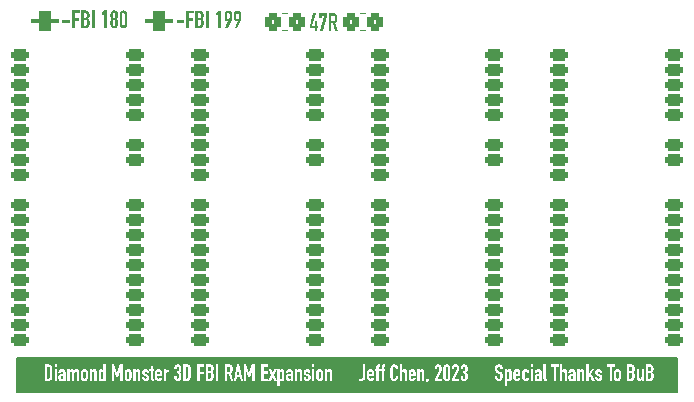
<source format=gto>
G04 #@! TF.GenerationSoftware,KiCad,Pcbnew,7.0.6-0*
G04 #@! TF.CreationDate,2023-09-15T02:16:25-04:00*
G04 #@! TF.ProjectId,FBI Board,46424920-426f-4617-9264-2e6b69636164,1*
G04 #@! TF.SameCoordinates,Original*
G04 #@! TF.FileFunction,Legend,Top*
G04 #@! TF.FilePolarity,Positive*
%FSLAX46Y46*%
G04 Gerber Fmt 4.6, Leading zero omitted, Abs format (unit mm)*
G04 Created by KiCad (PCBNEW 7.0.6-0) date 2023-09-15 02:16:25*
%MOMM*%
%LPD*%
G01*
G04 APERTURE LIST*
G04 Aperture macros list*
%AMRoundRect*
0 Rectangle with rounded corners*
0 $1 Rounding radius*
0 $2 $3 $4 $5 $6 $7 $8 $9 X,Y pos of 4 corners*
0 Add a 4 corners polygon primitive as box body*
4,1,4,$2,$3,$4,$5,$6,$7,$8,$9,$2,$3,0*
0 Add four circle primitives for the rounded corners*
1,1,$1+$1,$2,$3*
1,1,$1+$1,$4,$5*
1,1,$1+$1,$6,$7*
1,1,$1+$1,$8,$9*
0 Add four rect primitives between the rounded corners*
20,1,$1+$1,$2,$3,$4,$5,0*
20,1,$1+$1,$4,$5,$6,$7,0*
20,1,$1+$1,$6,$7,$8,$9,0*
20,1,$1+$1,$8,$9,$2,$3,0*%
G04 Aperture macros list end*
%ADD10C,0.127000*%
%ADD11C,0.150000*%
%ADD12C,0.120000*%
%ADD13RoundRect,0.278300X0.477500X0.227500X-0.477500X0.227500X-0.477500X-0.227500X0.477500X-0.227500X0*%
%ADD14RoundRect,0.278300X-0.477500X-0.227500X0.477500X-0.227500X0.477500X0.227500X-0.477500X0.227500X0*%
%ADD15RoundRect,0.660400X-0.533400X-0.152400X0.533400X-0.152400X0.533400X0.152400X-0.533400X0.152400X0*%
%ADD16RoundRect,0.300800X-0.350000X-0.450000X0.350000X-0.450000X0.350000X0.450000X-0.350000X0.450000X0*%
G04 APERTURE END LIST*
D10*
X112220000Y-114100000D02*
X168080000Y-114100000D01*
X168080000Y-114415400D01*
X112220000Y-114415400D01*
X112220000Y-114100000D01*
G36*
X112220000Y-114100000D02*
G01*
X168080000Y-114100000D01*
X168080000Y-114415400D01*
X112220000Y-114415400D01*
X112220000Y-114100000D01*
G37*
X166224463Y-114390000D02*
X168075537Y-114390000D01*
X168075537Y-116648505D01*
X166224463Y-116648505D01*
X166224463Y-114390000D01*
G36*
X166224463Y-114390000D02*
G01*
X168075537Y-114390000D01*
X168075537Y-116648505D01*
X166224463Y-116648505D01*
X166224463Y-114390000D01*
G37*
X112219301Y-116666926D02*
X168079301Y-116666926D01*
X168079301Y-116982326D01*
X112219301Y-116982326D01*
X112219301Y-116666926D01*
G36*
X112219301Y-116666926D02*
G01*
X168079301Y-116666926D01*
X168079301Y-116982326D01*
X112219301Y-116982326D01*
X112219301Y-116666926D01*
G37*
X112219301Y-114356751D02*
X114408367Y-114356751D01*
X114408367Y-116693249D01*
X112219301Y-116693249D01*
X112219301Y-114356751D01*
G36*
X112219301Y-114356751D02*
G01*
X114408367Y-114356751D01*
X114408367Y-116693249D01*
X112219301Y-116693249D01*
X112219301Y-114356751D01*
G37*
G36*
X125703789Y-85753553D02*
G01*
X125703789Y-85539230D01*
X126336866Y-85539230D01*
X126336866Y-85753553D01*
X125703789Y-85753553D01*
G37*
G36*
X126520048Y-86222500D02*
G01*
X126520048Y-84721871D01*
X127153126Y-84721871D01*
X127153126Y-84936195D01*
X126734371Y-84936195D01*
X126734371Y-85375099D01*
X127106231Y-85375099D01*
X127106231Y-85589422D01*
X126734371Y-85589422D01*
X126734371Y-86222500D01*
X126520048Y-86222500D01*
G37*
G36*
X127633686Y-84722148D02*
G01*
X127652452Y-84722979D01*
X127670677Y-84724364D01*
X127688361Y-84726302D01*
X127705504Y-84728794D01*
X127722107Y-84731841D01*
X127738168Y-84735441D01*
X127753688Y-84739594D01*
X127768668Y-84744302D01*
X127783106Y-84749563D01*
X127792431Y-84753379D01*
X127806004Y-84759401D01*
X127823369Y-84768002D01*
X127839898Y-84777256D01*
X127855592Y-84787162D01*
X127870450Y-84797721D01*
X127884472Y-84808932D01*
X127897658Y-84820796D01*
X127910008Y-84833312D01*
X127912965Y-84836543D01*
X127924185Y-84849881D01*
X127934581Y-84863700D01*
X127944152Y-84878000D01*
X127952899Y-84892780D01*
X127960822Y-84908042D01*
X127967920Y-84923784D01*
X127974194Y-84940007D01*
X127979644Y-84956711D01*
X127984452Y-84973735D01*
X127988620Y-84990920D01*
X127992146Y-85008265D01*
X127995031Y-85025771D01*
X127997275Y-85043436D01*
X127998878Y-85061262D01*
X127999839Y-85079248D01*
X128000160Y-85097395D01*
X128000160Y-85151983D01*
X128000000Y-85166804D01*
X127999349Y-85184508D01*
X127998197Y-85201301D01*
X127996544Y-85217181D01*
X127994390Y-85232148D01*
X127991144Y-85248905D01*
X127989902Y-85254199D01*
X127985845Y-85269500D01*
X127981092Y-85284080D01*
X127975644Y-85297939D01*
X127968408Y-85313196D01*
X127960226Y-85327472D01*
X127950071Y-85341777D01*
X127938657Y-85355567D01*
X127925983Y-85368842D01*
X127912049Y-85381602D01*
X127896857Y-85393846D01*
X127884636Y-85402692D01*
X127871706Y-85411247D01*
X127858069Y-85419513D01*
X127843722Y-85427489D01*
X127858458Y-85434586D01*
X127872441Y-85442275D01*
X127885669Y-85450557D01*
X127898145Y-85459431D01*
X127909867Y-85468898D01*
X127920835Y-85478957D01*
X127931050Y-85489609D01*
X127940511Y-85500853D01*
X127949219Y-85512690D01*
X127957174Y-85525119D01*
X127962058Y-85533735D01*
X127968867Y-85547306D01*
X127975007Y-85561779D01*
X127980477Y-85577153D01*
X127985276Y-85593429D01*
X127989407Y-85610607D01*
X127992867Y-85628686D01*
X127995658Y-85647667D01*
X127997779Y-85667549D01*
X127999230Y-85688333D01*
X128000011Y-85710019D01*
X128000160Y-85724977D01*
X128000160Y-85810340D01*
X127999781Y-85834933D01*
X127998643Y-85858797D01*
X127996747Y-85881931D01*
X127994092Y-85904335D01*
X127990679Y-85926009D01*
X127986507Y-85946953D01*
X127981577Y-85967168D01*
X127975888Y-85986653D01*
X127969441Y-86005407D01*
X127962236Y-86023432D01*
X127954271Y-86040727D01*
X127945549Y-86057292D01*
X127936068Y-86073127D01*
X127925828Y-86088233D01*
X127914830Y-86102608D01*
X127903073Y-86116254D01*
X127890485Y-86129120D01*
X127876993Y-86141155D01*
X127862596Y-86152361D01*
X127847295Y-86162736D01*
X127831089Y-86172282D01*
X127813978Y-86180997D01*
X127795963Y-86188883D01*
X127777044Y-86195938D01*
X127757220Y-86202163D01*
X127736492Y-86207559D01*
X127714860Y-86212124D01*
X127692322Y-86215859D01*
X127668881Y-86218764D01*
X127644535Y-86220839D01*
X127619284Y-86222084D01*
X127593129Y-86222500D01*
X127296741Y-86222500D01*
X127296741Y-85519080D01*
X127511064Y-85519080D01*
X127511064Y-86008176D01*
X127602655Y-86008176D01*
X127618420Y-86007873D01*
X127633292Y-86006963D01*
X127650626Y-86004972D01*
X127666565Y-86002033D01*
X127681109Y-85998145D01*
X127696720Y-85992229D01*
X127703771Y-85988759D01*
X127716767Y-85980962D01*
X127728552Y-85972135D01*
X127740772Y-85960535D01*
X127751343Y-85947532D01*
X127759092Y-85935270D01*
X127765459Y-85921905D01*
X127770822Y-85907638D01*
X127775179Y-85892470D01*
X127778533Y-85876400D01*
X127780881Y-85859428D01*
X127781441Y-85853571D01*
X127782707Y-85838596D01*
X127783759Y-85823210D01*
X127784596Y-85807412D01*
X127785219Y-85791203D01*
X127785627Y-85774582D01*
X127785820Y-85757550D01*
X127785837Y-85750622D01*
X127785685Y-85732900D01*
X127785229Y-85715911D01*
X127784468Y-85699655D01*
X127783404Y-85684133D01*
X127782036Y-85669344D01*
X127779992Y-85652566D01*
X127779609Y-85649872D01*
X127776835Y-85634236D01*
X127773186Y-85619475D01*
X127767821Y-85603362D01*
X127761265Y-85588440D01*
X127754696Y-85576599D01*
X127744858Y-85564370D01*
X127733619Y-85553649D01*
X127720976Y-85544435D01*
X127706931Y-85536729D01*
X127698276Y-85533002D01*
X127684275Y-85528271D01*
X127668652Y-85524518D01*
X127651406Y-85521745D01*
X127635794Y-85520181D01*
X127619055Y-85519298D01*
X127604853Y-85519080D01*
X127511064Y-85519080D01*
X127296741Y-85519080D01*
X127296741Y-84936195D01*
X127511064Y-84936195D01*
X127511064Y-85331502D01*
X127606685Y-85331502D01*
X127626056Y-85331051D01*
X127644191Y-85329698D01*
X127661090Y-85327444D01*
X127676752Y-85324289D01*
X127691178Y-85320232D01*
X127708488Y-85313420D01*
X127723601Y-85305005D01*
X127736515Y-85294987D01*
X127747231Y-85283366D01*
X127749567Y-85280211D01*
X127758068Y-85266558D01*
X127765435Y-85251428D01*
X127771669Y-85234821D01*
X127776769Y-85216738D01*
X127779851Y-85202206D01*
X127782295Y-85186844D01*
X127784101Y-85170650D01*
X127785270Y-85153626D01*
X127785801Y-85135771D01*
X127785837Y-85129635D01*
X127785479Y-85111990D01*
X127784407Y-85095189D01*
X127782620Y-85079232D01*
X127780118Y-85064119D01*
X127775670Y-85045280D01*
X127769952Y-85027940D01*
X127762962Y-85012101D01*
X127754702Y-84997761D01*
X127745170Y-84984921D01*
X127734065Y-84973501D01*
X127720899Y-84963603D01*
X127705672Y-84955228D01*
X127688384Y-84948376D01*
X127674066Y-84944236D01*
X127658588Y-84940953D01*
X127641952Y-84938526D01*
X127624156Y-84936956D01*
X127605201Y-84936242D01*
X127598625Y-84936195D01*
X127511064Y-84936195D01*
X127296741Y-84936195D01*
X127296741Y-84721871D01*
X127614378Y-84721871D01*
X127633686Y-84722148D01*
G37*
G36*
X128214117Y-86222500D02*
G01*
X128214117Y-84721871D01*
X128428440Y-84721871D01*
X128428440Y-86222500D01*
X128214117Y-86222500D01*
G37*
G36*
X129242868Y-86222500D02*
G01*
X129242868Y-84949384D01*
X129031842Y-85107653D01*
X129031842Y-84879774D01*
X129242868Y-84721871D01*
X129457191Y-84721871D01*
X129457191Y-86222500D01*
X129242868Y-86222500D01*
G37*
G36*
X130100931Y-84718915D02*
G01*
X130117122Y-84719939D01*
X130132977Y-84721646D01*
X130148497Y-84724035D01*
X130163683Y-84727107D01*
X130178533Y-84730862D01*
X130193049Y-84735299D01*
X130207230Y-84740419D01*
X130221076Y-84746221D01*
X130234587Y-84752706D01*
X130243408Y-84757409D01*
X130256287Y-84764938D01*
X130268683Y-84772964D01*
X130284460Y-84784435D01*
X130299378Y-84796789D01*
X130313437Y-84810024D01*
X130326638Y-84824140D01*
X130338979Y-84839138D01*
X130347672Y-84850965D01*
X130355882Y-84863288D01*
X130363807Y-84877157D01*
X130371094Y-84890735D01*
X130377743Y-84904024D01*
X130381161Y-84911282D01*
X130386790Y-84924931D01*
X130391723Y-84939914D01*
X130395524Y-84954351D01*
X130398014Y-84965870D01*
X130399727Y-84981122D01*
X130401019Y-84997707D01*
X130401792Y-85012982D01*
X130402256Y-85029237D01*
X130402411Y-85046470D01*
X130402411Y-85061778D01*
X130402411Y-85078391D01*
X130402411Y-85096310D01*
X130402411Y-85111586D01*
X130402411Y-85127698D01*
X130402411Y-85144645D01*
X130402411Y-85162428D01*
X130402411Y-85167004D01*
X130402411Y-85183851D01*
X130402411Y-85199954D01*
X130402411Y-85215313D01*
X130402411Y-85233464D01*
X130402411Y-85250454D01*
X130402411Y-85266280D01*
X130402411Y-85280943D01*
X130402256Y-85297365D01*
X130401792Y-85312834D01*
X130400861Y-85329677D01*
X130399508Y-85345222D01*
X130398014Y-85357513D01*
X130394808Y-85373748D01*
X130391420Y-85389112D01*
X130387848Y-85403607D01*
X130384092Y-85417231D01*
X130379739Y-85432271D01*
X130374922Y-85447718D01*
X130370251Y-85461788D01*
X130366507Y-85472552D01*
X130082208Y-86222500D01*
X129842606Y-86222500D01*
X130086238Y-85598581D01*
X130081842Y-85594551D01*
X130068561Y-85602153D01*
X130054634Y-85606773D01*
X130049235Y-85608107D01*
X130033944Y-85610811D01*
X130017918Y-85612389D01*
X130001872Y-85613110D01*
X129990983Y-85613236D01*
X129973223Y-85612565D01*
X129955893Y-85610552D01*
X129938991Y-85607198D01*
X129922519Y-85602502D01*
X129906476Y-85596465D01*
X129890863Y-85589086D01*
X129884738Y-85585758D01*
X129870126Y-85576823D01*
X129856516Y-85567190D01*
X129843908Y-85556859D01*
X129832302Y-85545830D01*
X129821697Y-85534104D01*
X129812095Y-85521680D01*
X129808534Y-85516516D01*
X129799947Y-85502984D01*
X129792506Y-85488952D01*
X129786209Y-85474419D01*
X129785087Y-85471453D01*
X129780695Y-85456779D01*
X129777374Y-85441936D01*
X129774604Y-85425398D01*
X129772630Y-85409537D01*
X129770389Y-85394678D01*
X129768612Y-85378402D01*
X129767485Y-85363756D01*
X129766680Y-85348127D01*
X129766197Y-85331513D01*
X129766076Y-85318312D01*
X129980359Y-85318312D01*
X129981454Y-85335666D01*
X129984738Y-85351732D01*
X129990212Y-85366509D01*
X129997876Y-85379999D01*
X130007729Y-85392201D01*
X130011500Y-85395982D01*
X130023538Y-85405942D01*
X130036298Y-85413842D01*
X130049779Y-85419681D01*
X130063982Y-85423459D01*
X130078905Y-85425176D01*
X130084040Y-85425291D01*
X130099329Y-85424260D01*
X130113870Y-85421169D01*
X130127665Y-85416017D01*
X130140712Y-85408804D01*
X130153012Y-85399531D01*
X130156946Y-85395982D01*
X130167530Y-85384209D01*
X130175923Y-85371149D01*
X130182127Y-85356801D01*
X130186141Y-85341164D01*
X130187966Y-85324240D01*
X130188087Y-85318312D01*
X130188087Y-85040242D01*
X130187327Y-85025595D01*
X130184408Y-85009246D01*
X130179299Y-84994236D01*
X130172000Y-84980566D01*
X130162512Y-84968236D01*
X130156946Y-84962573D01*
X130144895Y-84952488D01*
X130132097Y-84944489D01*
X130118551Y-84938577D01*
X130104259Y-84934752D01*
X130089219Y-84933013D01*
X130084040Y-84932897D01*
X130068876Y-84933941D01*
X130054433Y-84937070D01*
X130040712Y-84942287D01*
X130027711Y-84949590D01*
X130015433Y-84958979D01*
X130011500Y-84962573D01*
X130000917Y-84974233D01*
X129992523Y-84987234D01*
X129986319Y-85001573D01*
X129982305Y-85017253D01*
X129980481Y-85034271D01*
X129980359Y-85040242D01*
X129980359Y-85318312D01*
X129766076Y-85318312D01*
X129766036Y-85313916D01*
X129766036Y-85298970D01*
X129766036Y-85283073D01*
X129766036Y-85266226D01*
X129766036Y-85248428D01*
X129766036Y-85229681D01*
X129766036Y-85214997D01*
X129766036Y-85199778D01*
X129766036Y-85184025D01*
X129766036Y-85167737D01*
X129766036Y-85149825D01*
X129766036Y-85132726D01*
X129766036Y-85116440D01*
X129766036Y-85100967D01*
X129766036Y-85086307D01*
X129766036Y-85069124D01*
X129766036Y-85053212D01*
X129766036Y-85047203D01*
X129766268Y-85029957D01*
X129766963Y-85013663D01*
X129768122Y-84998323D01*
X129770061Y-84981631D01*
X129772630Y-84966236D01*
X129774989Y-84951009D01*
X129778463Y-84935138D01*
X129782807Y-84920600D01*
X129786186Y-84911648D01*
X129792833Y-84897044D01*
X129799611Y-84883594D01*
X129807143Y-84869854D01*
X129810732Y-84863654D01*
X129818886Y-84850948D01*
X129827549Y-84838796D01*
X129836721Y-84827198D01*
X129846401Y-84816153D01*
X129860100Y-84802288D01*
X129874703Y-84789408D01*
X129890210Y-84777513D01*
X129902435Y-84769238D01*
X129915168Y-84761516D01*
X129923939Y-84756676D01*
X129937426Y-84749867D01*
X129951236Y-84743727D01*
X129965367Y-84738258D01*
X129979821Y-84733458D01*
X129994596Y-84729328D01*
X130009694Y-84725867D01*
X130025113Y-84723076D01*
X130040855Y-84720956D01*
X130056918Y-84719504D01*
X130073304Y-84718723D01*
X130084406Y-84718574D01*
X130100931Y-84718915D01*
G37*
G36*
X130882020Y-84718915D02*
G01*
X130898210Y-84719939D01*
X130914065Y-84721646D01*
X130929586Y-84724035D01*
X130944771Y-84727107D01*
X130959622Y-84730862D01*
X130974138Y-84735299D01*
X130988319Y-84740419D01*
X131002165Y-84746221D01*
X131015676Y-84752706D01*
X131024497Y-84757409D01*
X131037376Y-84764938D01*
X131049772Y-84772964D01*
X131065548Y-84784435D01*
X131080466Y-84796789D01*
X131094526Y-84810024D01*
X131107726Y-84824140D01*
X131120068Y-84839138D01*
X131128761Y-84850965D01*
X131136971Y-84863288D01*
X131144895Y-84877157D01*
X131152182Y-84890735D01*
X131158831Y-84904024D01*
X131162250Y-84911282D01*
X131167879Y-84924931D01*
X131172812Y-84939914D01*
X131176613Y-84954351D01*
X131179103Y-84965870D01*
X131180816Y-84981122D01*
X131182108Y-84997707D01*
X131182881Y-85012982D01*
X131183345Y-85029237D01*
X131183499Y-85046470D01*
X131183499Y-85061778D01*
X131183499Y-85078391D01*
X131183499Y-85096310D01*
X131183499Y-85111586D01*
X131183499Y-85127698D01*
X131183499Y-85144645D01*
X131183499Y-85162428D01*
X131183499Y-85167004D01*
X131183499Y-85183851D01*
X131183499Y-85199954D01*
X131183499Y-85215313D01*
X131183499Y-85233464D01*
X131183499Y-85250454D01*
X131183499Y-85266280D01*
X131183499Y-85280943D01*
X131183345Y-85297365D01*
X131182881Y-85312834D01*
X131181949Y-85329677D01*
X131180597Y-85345222D01*
X131179103Y-85357513D01*
X131175897Y-85373748D01*
X131172508Y-85389112D01*
X131168936Y-85403607D01*
X131165181Y-85417231D01*
X131160827Y-85432271D01*
X131156010Y-85447718D01*
X131151339Y-85461788D01*
X131147595Y-85472552D01*
X130863297Y-86222500D01*
X130623695Y-86222500D01*
X130867327Y-85598581D01*
X130862930Y-85594551D01*
X130849650Y-85602153D01*
X130835722Y-85606773D01*
X130830324Y-85608107D01*
X130815033Y-85610811D01*
X130799007Y-85612389D01*
X130782961Y-85613110D01*
X130772072Y-85613236D01*
X130754312Y-85612565D01*
X130736981Y-85610552D01*
X130720080Y-85607198D01*
X130703608Y-85602502D01*
X130687565Y-85596465D01*
X130671952Y-85589086D01*
X130665826Y-85585758D01*
X130651215Y-85576823D01*
X130637605Y-85567190D01*
X130624997Y-85556859D01*
X130613391Y-85545830D01*
X130602786Y-85534104D01*
X130593183Y-85521680D01*
X130589623Y-85516516D01*
X130581036Y-85502984D01*
X130573594Y-85488952D01*
X130567297Y-85474419D01*
X130566175Y-85471453D01*
X130561783Y-85456779D01*
X130558463Y-85441936D01*
X130555692Y-85425398D01*
X130553719Y-85409537D01*
X130551478Y-85394678D01*
X130549700Y-85378402D01*
X130548573Y-85363756D01*
X130547768Y-85348127D01*
X130547285Y-85331513D01*
X130547164Y-85318312D01*
X130761448Y-85318312D01*
X130762542Y-85335666D01*
X130765827Y-85351732D01*
X130771301Y-85366509D01*
X130778964Y-85379999D01*
X130788817Y-85392201D01*
X130792588Y-85395982D01*
X130804627Y-85405942D01*
X130817387Y-85413842D01*
X130830868Y-85419681D01*
X130845070Y-85423459D01*
X130859994Y-85425176D01*
X130865129Y-85425291D01*
X130880417Y-85424260D01*
X130894959Y-85421169D01*
X130908753Y-85416017D01*
X130921801Y-85408804D01*
X130934101Y-85399531D01*
X130938035Y-85395982D01*
X130948618Y-85384209D01*
X130957012Y-85371149D01*
X130963215Y-85356801D01*
X130967230Y-85341164D01*
X130969054Y-85324240D01*
X130969176Y-85318312D01*
X130969176Y-85040242D01*
X130968416Y-85025595D01*
X130965496Y-85009246D01*
X130960387Y-84994236D01*
X130953089Y-84980566D01*
X130943600Y-84968236D01*
X130938035Y-84962573D01*
X130925984Y-84952488D01*
X130913185Y-84944489D01*
X130899640Y-84938577D01*
X130885347Y-84934752D01*
X130870308Y-84933013D01*
X130865129Y-84932897D01*
X130849965Y-84933941D01*
X130835522Y-84937070D01*
X130821800Y-84942287D01*
X130808800Y-84949590D01*
X130796521Y-84958979D01*
X130792588Y-84962573D01*
X130782005Y-84974233D01*
X130773612Y-84987234D01*
X130767408Y-85001573D01*
X130763394Y-85017253D01*
X130761569Y-85034271D01*
X130761448Y-85040242D01*
X130761448Y-85318312D01*
X130547164Y-85318312D01*
X130547124Y-85313916D01*
X130547124Y-85298970D01*
X130547124Y-85283073D01*
X130547124Y-85266226D01*
X130547124Y-85248428D01*
X130547124Y-85229681D01*
X130547124Y-85214997D01*
X130547124Y-85199778D01*
X130547124Y-85184025D01*
X130547124Y-85167737D01*
X130547124Y-85149825D01*
X130547124Y-85132726D01*
X130547124Y-85116440D01*
X130547124Y-85100967D01*
X130547124Y-85086307D01*
X130547124Y-85069124D01*
X130547124Y-85053212D01*
X130547124Y-85047203D01*
X130547356Y-85029957D01*
X130548052Y-85013663D01*
X130549211Y-84998323D01*
X130551149Y-84981631D01*
X130553719Y-84966236D01*
X130556077Y-84951009D01*
X130559552Y-84935138D01*
X130563896Y-84920600D01*
X130567274Y-84911648D01*
X130573922Y-84897044D01*
X130580700Y-84883594D01*
X130588232Y-84869854D01*
X130591821Y-84863654D01*
X130599975Y-84850948D01*
X130608638Y-84838796D01*
X130617809Y-84827198D01*
X130627490Y-84816153D01*
X130641188Y-84802288D01*
X130655791Y-84789408D01*
X130671299Y-84777513D01*
X130683523Y-84769238D01*
X130696256Y-84761516D01*
X130705027Y-84756676D01*
X130718515Y-84749867D01*
X130732324Y-84743727D01*
X130746456Y-84738258D01*
X130760909Y-84733458D01*
X130775685Y-84729328D01*
X130790782Y-84725867D01*
X130806202Y-84723076D01*
X130821943Y-84720956D01*
X130838007Y-84719504D01*
X130854392Y-84718723D01*
X130865495Y-84718574D01*
X130882020Y-84718915D01*
G37*
G36*
X137387445Y-86432500D02*
G01*
X137387445Y-86224771D01*
X136965394Y-86224771D01*
X136965394Y-86010448D01*
X137270942Y-84931871D01*
X137496622Y-84931871D01*
X137177519Y-86010448D01*
X137387445Y-86010448D01*
X137387445Y-85588396D01*
X137601769Y-85588396D01*
X137601769Y-86010448D01*
X137715708Y-86010448D01*
X137715708Y-86224771D01*
X137601769Y-86224771D01*
X137601769Y-86432500D01*
X137387445Y-86432500D01*
G37*
G36*
X137841371Y-86432500D02*
G01*
X138213963Y-85146195D01*
X137980956Y-85146195D01*
X137980956Y-85317653D01*
X137793377Y-85317653D01*
X137793377Y-84931871D01*
X138426455Y-84931871D01*
X138426455Y-85158651D01*
X138066318Y-86432500D01*
X137841371Y-86432500D01*
G37*
G36*
X138967890Y-84932306D02*
G01*
X138990544Y-84933610D01*
X139012455Y-84935784D01*
X139033623Y-84938827D01*
X139054049Y-84942739D01*
X139073731Y-84947521D01*
X139092671Y-84953172D01*
X139110869Y-84959692D01*
X139128323Y-84967082D01*
X139145035Y-84975341D01*
X139161004Y-84984470D01*
X139176230Y-84994468D01*
X139190714Y-85005336D01*
X139204455Y-85017073D01*
X139217453Y-85029679D01*
X139229708Y-85043155D01*
X139241221Y-85057500D01*
X139251991Y-85072714D01*
X139262018Y-85088798D01*
X139271302Y-85105751D01*
X139279844Y-85123574D01*
X139287642Y-85142266D01*
X139294698Y-85161828D01*
X139301012Y-85182259D01*
X139306582Y-85203559D01*
X139311410Y-85225729D01*
X139315495Y-85248768D01*
X139318838Y-85272676D01*
X139321437Y-85297454D01*
X139323294Y-85323101D01*
X139324408Y-85349618D01*
X139324780Y-85377004D01*
X139324619Y-85393563D01*
X139324139Y-85409811D01*
X139323337Y-85425746D01*
X139322215Y-85441370D01*
X139320773Y-85456681D01*
X139319009Y-85471681D01*
X139316926Y-85486368D01*
X139313199Y-85507814D01*
X139308751Y-85528559D01*
X139303582Y-85548601D01*
X139297692Y-85567941D01*
X139291080Y-85586580D01*
X139283747Y-85604516D01*
X139275509Y-85621783D01*
X139266183Y-85638412D01*
X139255768Y-85654404D01*
X139244265Y-85669758D01*
X139231674Y-85684474D01*
X139217995Y-85698553D01*
X139203227Y-85711994D01*
X139187370Y-85724798D01*
X139170426Y-85736964D01*
X139152392Y-85748493D01*
X139139766Y-85755825D01*
X139370942Y-86432500D01*
X139144162Y-86432500D01*
X138942295Y-85799422D01*
X138812236Y-85799422D01*
X138812236Y-86432500D01*
X138597913Y-86432500D01*
X138597913Y-85146195D01*
X138812236Y-85146195D01*
X138812236Y-85611844D01*
X138935701Y-85611844D01*
X138953103Y-85611459D01*
X138969361Y-85610305D01*
X138984473Y-85608382D01*
X139001097Y-85605059D01*
X139016072Y-85600628D01*
X139027292Y-85596090D01*
X139041497Y-85588549D01*
X139054300Y-85579711D01*
X139065700Y-85569575D01*
X139075698Y-85558143D01*
X139080781Y-85551027D01*
X139087646Y-85537681D01*
X139093494Y-85522967D01*
X139098325Y-85506886D01*
X139101656Y-85492014D01*
X139103862Y-85478853D01*
X139106103Y-85462165D01*
X139107617Y-85447530D01*
X139108808Y-85432233D01*
X139109677Y-85416275D01*
X139110225Y-85399654D01*
X139110450Y-85382372D01*
X139110457Y-85378836D01*
X139110296Y-85361536D01*
X139109813Y-85344897D01*
X139109008Y-85328921D01*
X139107881Y-85313606D01*
X139106432Y-85298953D01*
X139104268Y-85282243D01*
X139103862Y-85279551D01*
X139101076Y-85263765D01*
X139097388Y-85248828D01*
X139092798Y-85234742D01*
X139086304Y-85219382D01*
X139078583Y-85205179D01*
X139067294Y-85191355D01*
X139053762Y-85179373D01*
X139037985Y-85169235D01*
X139024680Y-85162842D01*
X139010113Y-85157485D01*
X138994283Y-85153164D01*
X138977192Y-85149881D01*
X138958838Y-85147635D01*
X138939221Y-85146425D01*
X138925443Y-85146195D01*
X138812236Y-85146195D01*
X138597913Y-85146195D01*
X138597913Y-84931871D01*
X138944494Y-84931871D01*
X138967890Y-84932306D01*
G37*
D11*
G36*
X134551705Y-115275627D02*
G01*
X134565855Y-115277592D01*
X134581094Y-115282308D01*
X134594434Y-115289597D01*
X134605874Y-115299459D01*
X134615415Y-115311893D01*
X134620785Y-115321403D01*
X134626490Y-115334313D01*
X134631076Y-115348357D01*
X134634544Y-115363538D01*
X134636893Y-115379853D01*
X134637967Y-115393723D01*
X134638325Y-115408320D01*
X134638325Y-115766331D01*
X134638148Y-115774945D01*
X134637064Y-115788835D01*
X134634464Y-115804731D01*
X134630445Y-115819786D01*
X134625007Y-115833999D01*
X134618151Y-115847371D01*
X134612557Y-115855465D01*
X134602102Y-115865583D01*
X134589171Y-115873273D01*
X134573764Y-115878534D01*
X134559033Y-115881064D01*
X134542582Y-115881907D01*
X134537379Y-115881790D01*
X134522429Y-115880047D01*
X134508464Y-115876213D01*
X134495485Y-115870286D01*
X134483492Y-115862268D01*
X134472484Y-115852158D01*
X134467473Y-115846378D01*
X134458930Y-115833988D01*
X134452359Y-115820492D01*
X134447758Y-115805890D01*
X134445130Y-115790182D01*
X134444445Y-115776247D01*
X134444445Y-115396352D01*
X134445105Y-115380068D01*
X134447083Y-115364769D01*
X134450381Y-115350455D01*
X134454997Y-115337127D01*
X134462278Y-115322433D01*
X134471459Y-115309157D01*
X134474902Y-115305058D01*
X134486034Y-115294347D01*
X134498368Y-115286016D01*
X134511904Y-115280066D01*
X134526642Y-115276495D01*
X134542582Y-115275305D01*
X134551705Y-115275627D01*
G37*
G36*
X153789249Y-115275627D02*
G01*
X153803399Y-115277592D01*
X153818638Y-115282308D01*
X153831978Y-115289597D01*
X153843418Y-115299459D01*
X153852959Y-115311893D01*
X153858328Y-115321403D01*
X153864034Y-115334313D01*
X153868620Y-115348357D01*
X153872088Y-115363538D01*
X153874437Y-115379853D01*
X153875511Y-115393723D01*
X153875869Y-115408320D01*
X153875869Y-115766331D01*
X153875692Y-115774945D01*
X153874608Y-115788835D01*
X153872007Y-115804731D01*
X153867988Y-115819786D01*
X153862551Y-115833999D01*
X153855694Y-115847371D01*
X153850100Y-115855465D01*
X153839646Y-115865583D01*
X153826715Y-115873273D01*
X153811308Y-115878534D01*
X153796577Y-115881064D01*
X153780126Y-115881907D01*
X153774923Y-115881790D01*
X153759973Y-115880047D01*
X153746008Y-115876213D01*
X153733029Y-115870286D01*
X153721035Y-115862268D01*
X153710028Y-115852158D01*
X153705017Y-115846378D01*
X153696474Y-115833988D01*
X153689902Y-115820492D01*
X153685302Y-115805890D01*
X153682673Y-115790182D01*
X153681989Y-115776247D01*
X153681989Y-115396352D01*
X153682648Y-115380068D01*
X153684627Y-115364769D01*
X153687924Y-115350455D01*
X153692541Y-115337127D01*
X153699822Y-115322433D01*
X153709002Y-115309157D01*
X153712446Y-115305058D01*
X153723577Y-115294347D01*
X153735911Y-115286016D01*
X153749447Y-115280066D01*
X153764185Y-115276495D01*
X153780126Y-115275305D01*
X153789249Y-115275627D01*
G37*
G36*
X116066902Y-115633701D02*
G01*
X116081691Y-115635053D01*
X116096336Y-115637073D01*
X116110307Y-115639471D01*
X116110307Y-115777273D01*
X116110055Y-115788631D01*
X116108933Y-115803009D01*
X116106268Y-115819748D01*
X116102201Y-115835119D01*
X116096731Y-115849121D01*
X116089859Y-115861753D01*
X116081584Y-115873016D01*
X116072156Y-115882769D01*
X116059365Y-115892289D01*
X116044963Y-115899430D01*
X116031732Y-115903562D01*
X116017381Y-115906042D01*
X116001912Y-115906868D01*
X115989939Y-115906307D01*
X115975919Y-115904028D01*
X115960484Y-115898979D01*
X115946563Y-115891406D01*
X115934157Y-115881308D01*
X115924976Y-115870965D01*
X115920087Y-115863979D01*
X115913008Y-115851495D01*
X115907264Y-115837960D01*
X115902856Y-115823372D01*
X115899784Y-115807733D01*
X115898048Y-115791041D01*
X115897620Y-115776931D01*
X115897666Y-115771873D01*
X115898342Y-115757296D01*
X115900506Y-115739254D01*
X115904112Y-115722803D01*
X115909161Y-115707945D01*
X115915652Y-115694679D01*
X115923586Y-115683004D01*
X115932963Y-115672923D01*
X115943782Y-115664433D01*
X115955622Y-115657140D01*
X115968060Y-115650819D01*
X115981097Y-115645471D01*
X115994731Y-115641095D01*
X116008965Y-115637692D01*
X116023796Y-115635261D01*
X116039226Y-115633803D01*
X116055255Y-115633316D01*
X116066902Y-115633701D01*
G37*
G36*
X117906573Y-115275415D02*
G01*
X117922268Y-115277058D01*
X117936642Y-115280672D01*
X117949693Y-115286258D01*
X117961422Y-115293815D01*
X117971828Y-115303344D01*
X117979414Y-115312692D01*
X117986819Y-115325740D01*
X117992372Y-115340782D01*
X117995587Y-115354842D01*
X117997515Y-115370288D01*
X117998158Y-115387120D01*
X117998158Y-115770092D01*
X117997746Y-115783674D01*
X117996075Y-115799418D01*
X117993118Y-115813794D01*
X117987873Y-115829237D01*
X117980776Y-115842709D01*
X117971828Y-115854210D01*
X117968506Y-115857563D01*
X117957659Y-115866327D01*
X117945490Y-115873143D01*
X117931998Y-115878012D01*
X117917183Y-115880933D01*
X117901047Y-115881907D01*
X117895561Y-115881798D01*
X117879953Y-115880176D01*
X117865620Y-115876605D01*
X117852561Y-115871087D01*
X117840776Y-115863622D01*
X117830265Y-115854210D01*
X117822779Y-115844763D01*
X117815470Y-115831619D01*
X117809988Y-115816505D01*
X117806816Y-115802403D01*
X117804912Y-115786932D01*
X117804278Y-115770092D01*
X117804278Y-115387120D01*
X117804684Y-115373543D01*
X117806333Y-115357821D01*
X117809252Y-115343483D01*
X117814429Y-115328108D01*
X117821434Y-115314728D01*
X117830265Y-115303344D01*
X117833627Y-115299949D01*
X117844563Y-115291077D01*
X117856772Y-115284177D01*
X117870256Y-115279248D01*
X117885014Y-115276291D01*
X117901047Y-115275305D01*
X117906573Y-115275415D01*
G37*
G36*
X119414203Y-115275423D02*
G01*
X119429134Y-115277186D01*
X119443055Y-115281065D01*
X119455965Y-115287059D01*
X119467867Y-115295170D01*
X119478758Y-115305396D01*
X119483769Y-115311179D01*
X119492312Y-115323593D01*
X119498884Y-115337137D01*
X119503484Y-115351811D01*
X119506112Y-115367615D01*
X119506797Y-115381648D01*
X119506797Y-115763254D01*
X119506771Y-115766610D01*
X119505847Y-115782804D01*
X119503605Y-115798013D01*
X119500044Y-115812236D01*
X119495163Y-115825475D01*
X119488964Y-115837728D01*
X119479784Y-115851132D01*
X119476382Y-115855231D01*
X119465358Y-115865942D01*
X119453108Y-115874273D01*
X119439632Y-115880224D01*
X119424930Y-115883794D01*
X119409002Y-115884984D01*
X119399876Y-115884663D01*
X119385707Y-115882697D01*
X119370424Y-115877981D01*
X119357017Y-115870692D01*
X119345484Y-115860831D01*
X119335827Y-115848397D01*
X119330457Y-115838801D01*
X119324752Y-115825784D01*
X119320166Y-115811633D01*
X119316698Y-115796346D01*
X119314349Y-115779923D01*
X119313275Y-115765968D01*
X119312917Y-115751286D01*
X119312917Y-115391223D01*
X119313094Y-115382609D01*
X119314178Y-115368719D01*
X119316779Y-115352823D01*
X119320798Y-115337768D01*
X119326235Y-115323555D01*
X119333091Y-115310183D01*
X119340264Y-115300135D01*
X119351164Y-115290326D01*
X119364563Y-115282969D01*
X119377640Y-115278711D01*
X119392453Y-115276157D01*
X119409002Y-115275305D01*
X119414203Y-115275423D01*
G37*
G36*
X121607731Y-115275415D02*
G01*
X121623427Y-115277058D01*
X121637800Y-115280672D01*
X121650852Y-115286258D01*
X121662580Y-115293815D01*
X121672987Y-115303344D01*
X121680572Y-115312692D01*
X121687977Y-115325740D01*
X121693531Y-115340782D01*
X121696745Y-115354842D01*
X121698673Y-115370288D01*
X121699316Y-115387120D01*
X121699316Y-115770092D01*
X121698905Y-115783674D01*
X121697233Y-115799418D01*
X121694277Y-115813794D01*
X121689031Y-115829237D01*
X121681935Y-115842709D01*
X121672987Y-115854210D01*
X121669665Y-115857563D01*
X121658818Y-115866327D01*
X121646648Y-115873143D01*
X121633156Y-115878012D01*
X121618342Y-115880933D01*
X121602205Y-115881907D01*
X121596719Y-115881798D01*
X121581112Y-115880176D01*
X121566778Y-115876605D01*
X121553719Y-115871087D01*
X121541934Y-115863622D01*
X121531424Y-115854210D01*
X121523937Y-115844763D01*
X121516628Y-115831619D01*
X121511146Y-115816505D01*
X121507974Y-115802403D01*
X121506071Y-115786932D01*
X121505436Y-115770092D01*
X121505436Y-115387120D01*
X121505842Y-115373543D01*
X121507492Y-115357821D01*
X121510410Y-115343483D01*
X121515588Y-115328108D01*
X121522592Y-115314728D01*
X121531424Y-115303344D01*
X121534786Y-115299949D01*
X121545721Y-115291077D01*
X121557931Y-115284177D01*
X121571415Y-115279248D01*
X121586173Y-115276291D01*
X121602205Y-115275305D01*
X121607731Y-115275415D01*
G37*
G36*
X124183223Y-115275416D02*
G01*
X124198919Y-115277079D01*
X124213292Y-115280737D01*
X124226343Y-115286391D01*
X124238072Y-115294041D01*
X124248479Y-115303686D01*
X124250099Y-115305467D01*
X124258738Y-115317344D01*
X124265526Y-115331265D01*
X124269769Y-115344426D01*
X124272725Y-115359007D01*
X124274397Y-115375007D01*
X124274808Y-115388829D01*
X124274808Y-115502011D01*
X124080928Y-115502011D01*
X124080928Y-115388829D01*
X124081334Y-115375007D01*
X124082984Y-115359007D01*
X124085902Y-115344426D01*
X124091080Y-115328803D01*
X124098084Y-115315223D01*
X124106916Y-115303686D01*
X124110278Y-115300249D01*
X124121213Y-115291269D01*
X124133423Y-115284285D01*
X124146907Y-115279296D01*
X124161665Y-115276303D01*
X124177697Y-115275305D01*
X124183223Y-115275416D01*
G37*
G36*
X135331801Y-115633701D02*
G01*
X135346590Y-115635053D01*
X135361235Y-115637073D01*
X135375206Y-115639471D01*
X135375206Y-115777273D01*
X135374953Y-115788631D01*
X135373831Y-115803009D01*
X135371167Y-115819748D01*
X135367100Y-115835119D01*
X135361630Y-115849121D01*
X135354758Y-115861753D01*
X135346483Y-115873016D01*
X135337055Y-115882769D01*
X135324264Y-115892289D01*
X135309862Y-115899430D01*
X135296631Y-115903562D01*
X135282280Y-115906042D01*
X135266811Y-115906868D01*
X135254838Y-115906307D01*
X135240818Y-115904028D01*
X135225382Y-115898979D01*
X135211462Y-115891406D01*
X135199056Y-115881308D01*
X135189874Y-115870965D01*
X135184986Y-115863979D01*
X135177907Y-115851495D01*
X135172163Y-115837960D01*
X135167755Y-115823372D01*
X135164683Y-115807733D01*
X135162947Y-115791041D01*
X135162519Y-115776931D01*
X135162564Y-115771873D01*
X135163241Y-115757296D01*
X135165404Y-115739254D01*
X135169011Y-115722803D01*
X135174060Y-115707945D01*
X135180551Y-115694679D01*
X135188485Y-115683004D01*
X135197862Y-115672923D01*
X135208681Y-115664433D01*
X135220521Y-115657140D01*
X135232959Y-115650819D01*
X135245995Y-115645471D01*
X135259630Y-115641095D01*
X135273863Y-115637692D01*
X135288695Y-115635261D01*
X135304125Y-115633803D01*
X135320154Y-115633316D01*
X135331801Y-115633701D01*
G37*
G36*
X137826628Y-115275415D02*
G01*
X137842324Y-115277058D01*
X137856698Y-115280672D01*
X137869749Y-115286258D01*
X137881478Y-115293815D01*
X137891884Y-115303344D01*
X137899469Y-115312692D01*
X137906874Y-115325740D01*
X137912428Y-115340782D01*
X137915642Y-115354842D01*
X137917571Y-115370288D01*
X137918214Y-115387120D01*
X137918214Y-115770092D01*
X137917802Y-115783674D01*
X137916131Y-115799418D01*
X137913174Y-115813794D01*
X137907929Y-115829237D01*
X137900832Y-115842709D01*
X137891884Y-115854210D01*
X137888562Y-115857563D01*
X137877715Y-115866327D01*
X137865545Y-115873143D01*
X137852054Y-115878012D01*
X137837239Y-115880933D01*
X137821103Y-115881907D01*
X137815617Y-115881798D01*
X137800009Y-115880176D01*
X137785676Y-115876605D01*
X137772617Y-115871087D01*
X137760832Y-115863622D01*
X137750321Y-115854210D01*
X137742834Y-115844763D01*
X137735525Y-115831619D01*
X137730044Y-115816505D01*
X137726871Y-115802403D01*
X137724968Y-115786932D01*
X137724334Y-115770092D01*
X137724334Y-115387120D01*
X137724740Y-115373543D01*
X137726389Y-115357821D01*
X137729308Y-115343483D01*
X137734485Y-115328108D01*
X137741489Y-115314728D01*
X137750321Y-115303344D01*
X137753683Y-115299949D01*
X137764618Y-115291077D01*
X137776828Y-115284177D01*
X137790312Y-115279248D01*
X137805070Y-115276291D01*
X137821103Y-115275305D01*
X137826628Y-115275415D01*
G37*
G36*
X142136440Y-115275416D02*
G01*
X142152136Y-115277079D01*
X142166509Y-115280737D01*
X142179561Y-115286391D01*
X142191289Y-115294041D01*
X142201696Y-115303686D01*
X142203316Y-115305467D01*
X142211955Y-115317344D01*
X142218743Y-115331265D01*
X142222986Y-115344426D01*
X142225942Y-115359007D01*
X142227614Y-115375007D01*
X142228025Y-115388829D01*
X142228025Y-115502011D01*
X142034145Y-115502011D01*
X142034145Y-115388829D01*
X142034551Y-115375007D01*
X142036201Y-115359007D01*
X142039119Y-115344426D01*
X142044297Y-115328803D01*
X142051301Y-115315223D01*
X142060133Y-115303686D01*
X142063495Y-115300249D01*
X142074430Y-115291269D01*
X142086640Y-115284285D01*
X142100124Y-115279296D01*
X142114882Y-115276303D01*
X142130914Y-115275305D01*
X142136440Y-115275416D01*
G37*
G36*
X145654319Y-115275416D02*
G01*
X145670014Y-115277079D01*
X145684388Y-115280737D01*
X145697439Y-115286391D01*
X145709168Y-115294041D01*
X145719574Y-115303686D01*
X145721194Y-115305467D01*
X145729834Y-115317344D01*
X145736622Y-115331265D01*
X145740864Y-115344426D01*
X145743821Y-115359007D01*
X145745492Y-115375007D01*
X145745904Y-115388829D01*
X145745904Y-115502011D01*
X145552024Y-115502011D01*
X145552024Y-115388829D01*
X145552430Y-115375007D01*
X145554079Y-115359007D01*
X145556998Y-115344426D01*
X145562175Y-115328803D01*
X145569180Y-115315223D01*
X145578011Y-115303686D01*
X145581373Y-115300249D01*
X145592309Y-115291269D01*
X145604518Y-115284285D01*
X145618002Y-115279296D01*
X145632760Y-115276303D01*
X145648793Y-115275305D01*
X145654319Y-115275416D01*
G37*
G36*
X148597494Y-114867482D02*
G01*
X148612600Y-114869145D01*
X148626601Y-114872803D01*
X148639496Y-114878457D01*
X148651285Y-114886107D01*
X148661968Y-114895752D01*
X148665280Y-114899355D01*
X148673936Y-114910840D01*
X148680668Y-114923334D01*
X148685476Y-114936838D01*
X148688361Y-114951352D01*
X148689323Y-114966875D01*
X148689323Y-115782744D01*
X148689216Y-115788031D01*
X148687613Y-115803218D01*
X148684087Y-115817395D01*
X148678638Y-115830562D01*
X148671264Y-115842720D01*
X148661968Y-115853868D01*
X148658530Y-115857263D01*
X148647478Y-115866135D01*
X148635321Y-115873035D01*
X148622057Y-115877964D01*
X148607688Y-115880921D01*
X148592212Y-115881907D01*
X148586931Y-115881797D01*
X148571824Y-115880154D01*
X148557823Y-115876540D01*
X148544928Y-115870954D01*
X148533139Y-115863397D01*
X148522456Y-115853868D01*
X148519185Y-115850264D01*
X148510638Y-115838780D01*
X148503990Y-115826285D01*
X148499242Y-115812781D01*
X148496393Y-115798268D01*
X148495443Y-115782744D01*
X148495443Y-114966875D01*
X148495549Y-114961589D01*
X148497131Y-114946402D01*
X148500614Y-114932224D01*
X148505995Y-114919057D01*
X148513276Y-114906900D01*
X148522456Y-114895752D01*
X148525895Y-114892315D01*
X148536946Y-114883335D01*
X148549104Y-114876351D01*
X148562367Y-114871362D01*
X148576737Y-114868369D01*
X148592212Y-114867371D01*
X148597494Y-114867482D01*
G37*
G36*
X154524242Y-115275416D02*
G01*
X154539938Y-115277079D01*
X154554311Y-115280737D01*
X154567362Y-115286391D01*
X154579091Y-115294041D01*
X154589498Y-115303686D01*
X154591117Y-115305467D01*
X154599757Y-115317344D01*
X154606545Y-115331265D01*
X154610787Y-115344426D01*
X154613744Y-115359007D01*
X154615416Y-115375007D01*
X154615827Y-115388829D01*
X154615827Y-115502011D01*
X154421947Y-115502011D01*
X154421947Y-115388829D01*
X154422353Y-115375007D01*
X154424003Y-115359007D01*
X154426921Y-115344426D01*
X154432098Y-115328803D01*
X154439103Y-115315223D01*
X154447934Y-115303686D01*
X154451296Y-115300249D01*
X154462232Y-115291269D01*
X154474441Y-115284285D01*
X154487925Y-115279296D01*
X154502684Y-115276303D01*
X154518716Y-115275305D01*
X154524242Y-115275416D01*
G37*
G36*
X156382994Y-115633701D02*
G01*
X156397783Y-115635053D01*
X156412428Y-115637073D01*
X156426399Y-115639471D01*
X156426399Y-115777273D01*
X156426147Y-115788631D01*
X156425025Y-115803009D01*
X156422360Y-115819748D01*
X156418293Y-115835119D01*
X156412823Y-115849121D01*
X156405951Y-115861753D01*
X156397676Y-115873016D01*
X156388248Y-115882769D01*
X156375457Y-115892289D01*
X156361056Y-115899430D01*
X156347824Y-115903562D01*
X156333473Y-115906042D01*
X156318004Y-115906868D01*
X156306031Y-115906307D01*
X156292011Y-115904028D01*
X156276576Y-115898979D01*
X156262655Y-115891406D01*
X156250249Y-115881308D01*
X156241068Y-115870965D01*
X156236179Y-115863979D01*
X156229100Y-115851495D01*
X156223356Y-115837960D01*
X156218948Y-115823372D01*
X156215876Y-115807733D01*
X156214140Y-115791041D01*
X156213713Y-115776931D01*
X156213758Y-115771873D01*
X156214434Y-115757296D01*
X156216598Y-115739254D01*
X156220204Y-115722803D01*
X156225253Y-115707945D01*
X156231745Y-115694679D01*
X156239679Y-115683004D01*
X156249055Y-115672923D01*
X156259874Y-115664433D01*
X156271714Y-115657140D01*
X156284152Y-115650819D01*
X156297189Y-115645471D01*
X156310823Y-115641095D01*
X156325057Y-115637692D01*
X156339888Y-115635261D01*
X156355318Y-115633803D01*
X156371347Y-115633316D01*
X156382994Y-115633701D01*
G37*
G36*
X159247084Y-115633701D02*
G01*
X159261873Y-115635053D01*
X159276517Y-115637073D01*
X159290489Y-115639471D01*
X159290489Y-115777273D01*
X159290236Y-115788631D01*
X159289114Y-115803009D01*
X159286449Y-115819748D01*
X159282382Y-115835119D01*
X159276912Y-115849121D01*
X159270040Y-115861753D01*
X159261766Y-115873016D01*
X159252337Y-115882769D01*
X159239546Y-115892289D01*
X159225145Y-115899430D01*
X159211913Y-115903562D01*
X159197563Y-115906042D01*
X159182094Y-115906868D01*
X159170120Y-115906307D01*
X159156100Y-115904028D01*
X159140665Y-115898979D01*
X159126744Y-115891406D01*
X159114338Y-115881308D01*
X159105157Y-115870965D01*
X159100268Y-115863979D01*
X159093189Y-115851495D01*
X159087446Y-115837960D01*
X159083038Y-115823372D01*
X159079966Y-115807733D01*
X159078229Y-115791041D01*
X159077802Y-115776931D01*
X159077847Y-115771873D01*
X159078523Y-115757296D01*
X159080687Y-115739254D01*
X159084293Y-115722803D01*
X159089342Y-115707945D01*
X159095834Y-115694679D01*
X159103768Y-115683004D01*
X159113145Y-115672923D01*
X159123964Y-115664433D01*
X159135803Y-115657140D01*
X159148241Y-115650819D01*
X159161278Y-115645471D01*
X159174913Y-115641095D01*
X159189146Y-115637692D01*
X159203978Y-115635261D01*
X159219408Y-115633803D01*
X159235436Y-115633316D01*
X159247084Y-115633701D01*
G37*
G36*
X163033076Y-115275415D02*
G01*
X163048772Y-115277058D01*
X163063146Y-115280672D01*
X163076197Y-115286258D01*
X163087926Y-115293815D01*
X163098332Y-115303344D01*
X163105917Y-115312692D01*
X163113322Y-115325740D01*
X163118876Y-115340782D01*
X163122090Y-115354842D01*
X163124019Y-115370288D01*
X163124662Y-115387120D01*
X163124662Y-115770092D01*
X163124250Y-115783674D01*
X163122579Y-115799418D01*
X163119622Y-115813794D01*
X163114377Y-115829237D01*
X163107280Y-115842709D01*
X163098332Y-115854210D01*
X163095010Y-115857563D01*
X163084163Y-115866327D01*
X163071993Y-115873143D01*
X163058502Y-115878012D01*
X163043687Y-115880933D01*
X163027551Y-115881907D01*
X163022065Y-115881798D01*
X163006457Y-115880176D01*
X162992124Y-115876605D01*
X162979065Y-115871087D01*
X162967280Y-115863622D01*
X162956769Y-115854210D01*
X162949282Y-115844763D01*
X162941973Y-115831619D01*
X162936492Y-115816505D01*
X162933319Y-115802403D01*
X162931416Y-115786932D01*
X162930782Y-115770092D01*
X162930782Y-115387120D01*
X162931188Y-115373543D01*
X162932837Y-115357821D01*
X162935756Y-115343483D01*
X162940933Y-115328108D01*
X162947937Y-115314728D01*
X162956769Y-115303344D01*
X162960131Y-115299949D01*
X162971066Y-115291077D01*
X162983276Y-115284177D01*
X162996760Y-115279248D01*
X163011518Y-115276291D01*
X163027551Y-115275305D01*
X163033076Y-115275415D01*
G37*
G36*
X114837042Y-114870492D02*
G01*
X114852171Y-114871143D01*
X114866374Y-114872575D01*
X114883872Y-114875701D01*
X114899724Y-114880216D01*
X114913931Y-114886119D01*
X114926491Y-114893412D01*
X114937407Y-114902094D01*
X114948737Y-114914900D01*
X114952629Y-114920557D01*
X114959660Y-114932728D01*
X114965687Y-114946042D01*
X114970709Y-114960500D01*
X114974727Y-114976101D01*
X114977740Y-114992845D01*
X114979749Y-115010733D01*
X114980597Y-115024899D01*
X114980879Y-115039709D01*
X114980879Y-115699653D01*
X114980747Y-115710539D01*
X114980053Y-115726176D01*
X114978764Y-115740985D01*
X114976879Y-115754963D01*
X114973441Y-115772312D01*
X114968945Y-115788185D01*
X114963391Y-115802584D01*
X114956780Y-115815508D01*
X114947027Y-115829590D01*
X114944865Y-115832135D01*
X114932662Y-115843651D01*
X114921228Y-115851409D01*
X114908309Y-115857873D01*
X114893905Y-115863045D01*
X114878015Y-115866924D01*
X114860641Y-115869510D01*
X114846635Y-115870601D01*
X114831793Y-115870965D01*
X114743231Y-115870965D01*
X114743231Y-114870448D01*
X114831793Y-114870448D01*
X114837042Y-114870492D01*
G37*
G36*
X126558745Y-114870492D02*
G01*
X126573874Y-114871143D01*
X126588077Y-114872575D01*
X126605575Y-114875701D01*
X126621427Y-114880216D01*
X126635633Y-114886119D01*
X126648194Y-114893412D01*
X126659110Y-114902094D01*
X126670440Y-114914900D01*
X126674332Y-114920557D01*
X126681363Y-114932728D01*
X126687390Y-114946042D01*
X126692412Y-114960500D01*
X126696430Y-114976101D01*
X126699443Y-114992845D01*
X126701452Y-115010733D01*
X126702300Y-115024899D01*
X126702582Y-115039709D01*
X126702582Y-115699653D01*
X126702450Y-115710539D01*
X126701756Y-115726176D01*
X126700466Y-115740985D01*
X126698582Y-115754963D01*
X126695144Y-115772312D01*
X126690648Y-115788185D01*
X126685094Y-115802584D01*
X126678482Y-115815508D01*
X126668730Y-115829590D01*
X126666568Y-115832135D01*
X126654364Y-115843651D01*
X126642931Y-115851409D01*
X126630012Y-115857873D01*
X126615608Y-115863045D01*
X126599718Y-115866924D01*
X126582343Y-115869510D01*
X126568338Y-115870601D01*
X126553496Y-115870965D01*
X126464934Y-115870965D01*
X126464934Y-114870448D01*
X126553496Y-114870448D01*
X126558745Y-114870492D01*
G37*
G36*
X128488796Y-115414678D02*
G01*
X128504419Y-115415503D01*
X128518990Y-115416962D01*
X128535087Y-115419550D01*
X128549668Y-115423053D01*
X128562736Y-115427468D01*
X128570814Y-115430947D01*
X128583922Y-115438139D01*
X128595722Y-115446739D01*
X128606213Y-115456745D01*
X128615394Y-115468159D01*
X128621525Y-115479211D01*
X128627645Y-115493138D01*
X128632652Y-115508177D01*
X128636058Y-115521953D01*
X128638646Y-115536547D01*
X128639004Y-115539061D01*
X128640911Y-115554721D01*
X128642189Y-115568524D01*
X128643182Y-115583011D01*
X128643892Y-115598183D01*
X128644317Y-115614040D01*
X128644459Y-115630581D01*
X128644443Y-115637047D01*
X128644263Y-115652943D01*
X128643882Y-115668456D01*
X128643301Y-115683585D01*
X128642520Y-115698329D01*
X128641538Y-115712689D01*
X128640356Y-115726666D01*
X128639834Y-115732133D01*
X128637642Y-115747973D01*
X128634512Y-115762972D01*
X128630445Y-115777129D01*
X128625440Y-115790444D01*
X128619498Y-115802919D01*
X128612265Y-115814363D01*
X128602398Y-115826499D01*
X128590994Y-115837326D01*
X128579994Y-115845565D01*
X128567865Y-115852842D01*
X128561283Y-115856081D01*
X128546713Y-115861602D01*
X128533139Y-115865230D01*
X128518263Y-115867974D01*
X128502084Y-115869832D01*
X128488203Y-115870681D01*
X128473489Y-115870965D01*
X128388004Y-115870965D01*
X128388004Y-115414475D01*
X128475541Y-115414475D01*
X128488796Y-115414678D01*
G37*
G36*
X128475865Y-114870493D02*
G01*
X128493557Y-114871159D01*
X128510166Y-114872624D01*
X128525694Y-114874889D01*
X128540139Y-114877954D01*
X128553503Y-114881818D01*
X128569638Y-114888213D01*
X128583850Y-114896030D01*
X128596139Y-114905267D01*
X128606504Y-114915926D01*
X128615400Y-114927910D01*
X128623109Y-114941294D01*
X128629633Y-114956077D01*
X128634970Y-114972261D01*
X128639122Y-114989844D01*
X128641457Y-115003950D01*
X128643125Y-115018843D01*
X128644126Y-115034524D01*
X128644459Y-115050993D01*
X128644426Y-115056720D01*
X128643930Y-115073384D01*
X128642839Y-115089273D01*
X128641153Y-115104387D01*
X128638872Y-115118726D01*
X128635996Y-115132289D01*
X128631236Y-115149167D01*
X128625417Y-115164666D01*
X128618541Y-115178787D01*
X128610607Y-115191530D01*
X128608427Y-115194475D01*
X128598426Y-115205321D01*
X128586372Y-115214671D01*
X128572267Y-115222525D01*
X128556110Y-115228883D01*
X128542647Y-115232670D01*
X128528029Y-115235615D01*
X128512257Y-115237718D01*
X128495331Y-115238981D01*
X128477251Y-115239401D01*
X128388004Y-115239401D01*
X128388004Y-114870448D01*
X128469728Y-114870448D01*
X128475865Y-114870493D01*
G37*
G36*
X130104067Y-114870663D02*
G01*
X130122376Y-114871792D01*
X130139506Y-114873889D01*
X130155459Y-114876953D01*
X130170233Y-114880986D01*
X130183829Y-114885985D01*
X130196247Y-114891953D01*
X130210972Y-114901415D01*
X130223602Y-114912598D01*
X130234138Y-114925501D01*
X130241345Y-114938756D01*
X130247406Y-114953092D01*
X130251689Y-114966239D01*
X130255131Y-114980180D01*
X130257732Y-114994914D01*
X130258111Y-114997427D01*
X130260130Y-115013023D01*
X130261483Y-115026699D01*
X130262535Y-115040992D01*
X130263286Y-115055904D01*
X130263737Y-115071433D01*
X130263887Y-115087580D01*
X130263881Y-115090880D01*
X130263671Y-115107011D01*
X130263160Y-115122523D01*
X130262348Y-115137418D01*
X130261236Y-115151695D01*
X130259824Y-115165354D01*
X130257732Y-115180930D01*
X130255673Y-115193213D01*
X130252564Y-115207094D01*
X130248055Y-115222103D01*
X130242597Y-115235835D01*
X130236190Y-115248292D01*
X130231445Y-115254933D01*
X130222114Y-115265604D01*
X130211474Y-115275063D01*
X130199525Y-115283312D01*
X130186267Y-115290351D01*
X130175795Y-115294586D01*
X130161818Y-115298722D01*
X130146302Y-115301823D01*
X130132197Y-115303618D01*
X130117024Y-115304695D01*
X130100782Y-115305054D01*
X129985548Y-115305054D01*
X129985548Y-114870448D01*
X130091207Y-114870448D01*
X130104067Y-114870663D01*
G37*
G36*
X131030175Y-115564586D02*
G01*
X130830140Y-115564586D01*
X130928276Y-115066380D01*
X130932038Y-115066380D01*
X131030175Y-115564586D01*
G37*
G36*
X164142195Y-115414678D02*
G01*
X164157818Y-115415503D01*
X164172388Y-115416962D01*
X164188485Y-115419550D01*
X164203067Y-115423053D01*
X164216134Y-115427468D01*
X164224212Y-115430947D01*
X164237321Y-115438139D01*
X164249121Y-115446739D01*
X164259611Y-115456745D01*
X164268793Y-115468159D01*
X164274924Y-115479211D01*
X164281043Y-115493138D01*
X164286050Y-115508177D01*
X164289456Y-115521953D01*
X164292045Y-115536547D01*
X164292402Y-115539061D01*
X164294310Y-115554721D01*
X164295587Y-115568524D01*
X164296580Y-115583011D01*
X164297290Y-115598183D01*
X164297716Y-115614040D01*
X164297858Y-115630581D01*
X164297842Y-115637047D01*
X164297661Y-115652943D01*
X164297281Y-115668456D01*
X164296700Y-115683585D01*
X164295918Y-115698329D01*
X164294937Y-115712689D01*
X164293754Y-115726666D01*
X164293232Y-115732133D01*
X164291040Y-115747973D01*
X164287911Y-115762972D01*
X164283843Y-115777129D01*
X164278839Y-115790444D01*
X164272896Y-115802919D01*
X164265663Y-115814363D01*
X164255797Y-115826499D01*
X164244392Y-115837326D01*
X164233393Y-115845565D01*
X164221263Y-115852842D01*
X164214681Y-115856081D01*
X164200112Y-115861602D01*
X164186538Y-115865230D01*
X164171661Y-115867974D01*
X164155482Y-115869832D01*
X164141602Y-115870681D01*
X164126888Y-115870965D01*
X164041403Y-115870965D01*
X164041403Y-115414475D01*
X164128939Y-115414475D01*
X164142195Y-115414678D01*
G37*
G36*
X164129264Y-114870493D02*
G01*
X164146955Y-114871159D01*
X164163565Y-114872624D01*
X164179092Y-114874889D01*
X164193538Y-114877954D01*
X164206902Y-114881818D01*
X164223037Y-114888213D01*
X164237249Y-114896030D01*
X164249537Y-114905267D01*
X164259902Y-114915926D01*
X164268798Y-114927910D01*
X164276508Y-114941294D01*
X164283031Y-114956077D01*
X164288369Y-114972261D01*
X164292520Y-114989844D01*
X164294855Y-115003950D01*
X164296523Y-115018843D01*
X164297524Y-115034524D01*
X164297858Y-115050993D01*
X164297825Y-115056720D01*
X164297329Y-115073384D01*
X164296238Y-115089273D01*
X164294552Y-115104387D01*
X164292271Y-115118726D01*
X164289395Y-115132289D01*
X164284634Y-115149167D01*
X164278816Y-115164666D01*
X164271940Y-115178787D01*
X164264006Y-115191530D01*
X164261826Y-115194475D01*
X164251824Y-115205321D01*
X164239771Y-115214671D01*
X164225666Y-115222525D01*
X164209509Y-115228883D01*
X164196045Y-115232670D01*
X164181427Y-115235615D01*
X164165655Y-115237718D01*
X164148729Y-115238981D01*
X164130649Y-115239401D01*
X164041403Y-115239401D01*
X164041403Y-114870448D01*
X164123126Y-114870448D01*
X164129264Y-114870493D01*
G37*
G36*
X165738371Y-115414678D02*
G01*
X165753993Y-115415503D01*
X165768564Y-115416962D01*
X165784661Y-115419550D01*
X165799243Y-115423053D01*
X165812310Y-115427468D01*
X165820388Y-115430947D01*
X165833497Y-115438139D01*
X165845296Y-115446739D01*
X165855787Y-115456745D01*
X165864969Y-115468159D01*
X165871100Y-115479211D01*
X165877219Y-115493138D01*
X165882226Y-115508177D01*
X165885632Y-115521953D01*
X165888221Y-115536547D01*
X165888578Y-115539061D01*
X165890486Y-115554721D01*
X165891763Y-115568524D01*
X165892756Y-115583011D01*
X165893466Y-115598183D01*
X165893892Y-115614040D01*
X165894034Y-115630581D01*
X165894018Y-115637047D01*
X165893837Y-115652943D01*
X165893457Y-115668456D01*
X165892875Y-115683585D01*
X165892094Y-115698329D01*
X165891112Y-115712689D01*
X165889930Y-115726666D01*
X165889408Y-115732133D01*
X165887216Y-115747973D01*
X165884087Y-115762972D01*
X165880019Y-115777129D01*
X165875014Y-115790444D01*
X165869072Y-115802919D01*
X165861839Y-115814363D01*
X165851973Y-115826499D01*
X165840568Y-115837326D01*
X165829569Y-115845565D01*
X165817439Y-115852842D01*
X165810857Y-115856081D01*
X165796287Y-115861602D01*
X165782713Y-115865230D01*
X165767837Y-115867974D01*
X165751658Y-115869832D01*
X165737778Y-115870681D01*
X165723064Y-115870965D01*
X165637579Y-115870965D01*
X165637579Y-115414475D01*
X165725115Y-115414475D01*
X165738371Y-115414678D01*
G37*
G36*
X165725440Y-114870493D02*
G01*
X165743131Y-114871159D01*
X165759741Y-114872624D01*
X165775268Y-114874889D01*
X165789714Y-114877954D01*
X165803078Y-114881818D01*
X165819213Y-114888213D01*
X165833425Y-114896030D01*
X165845713Y-114905267D01*
X165856078Y-114915926D01*
X165864974Y-114927910D01*
X165872684Y-114941294D01*
X165879207Y-114956077D01*
X165884545Y-114972261D01*
X165888696Y-114989844D01*
X165891031Y-115003950D01*
X165892699Y-115018843D01*
X165893700Y-115034524D01*
X165894034Y-115050993D01*
X165894000Y-115056720D01*
X165893505Y-115073384D01*
X165892414Y-115089273D01*
X165890728Y-115104387D01*
X165888447Y-115118726D01*
X165885571Y-115132289D01*
X165880810Y-115149167D01*
X165874992Y-115164666D01*
X165868116Y-115178787D01*
X165860181Y-115191530D01*
X165858002Y-115194475D01*
X165848000Y-115205321D01*
X165835946Y-115214671D01*
X165821841Y-115222525D01*
X165805685Y-115228883D01*
X165792221Y-115232670D01*
X165777603Y-115235615D01*
X165761831Y-115237718D01*
X165744905Y-115238981D01*
X165726825Y-115239401D01*
X165637579Y-115239401D01*
X165637579Y-114870448D01*
X165719302Y-114870448D01*
X165725440Y-114870493D01*
G37*
G36*
X166294068Y-116664914D02*
G01*
X114343196Y-116664914D01*
X114343196Y-116464914D01*
X134244410Y-116464914D01*
X134444445Y-116464914D01*
X153481954Y-116464914D01*
X153681989Y-116464914D01*
X153681989Y-115980043D01*
X153684075Y-115983099D01*
X153692671Y-115994871D01*
X153701674Y-116005928D01*
X153711082Y-116016269D01*
X153720897Y-116025894D01*
X153733737Y-116036919D01*
X153747211Y-116046825D01*
X153761319Y-116055612D01*
X153776053Y-116063197D01*
X153791406Y-116069497D01*
X153807376Y-116074511D01*
X153823963Y-116078239D01*
X153837678Y-116080296D01*
X153851789Y-116081530D01*
X153866295Y-116081942D01*
X153870898Y-116081917D01*
X153888631Y-116081332D01*
X153905274Y-116079967D01*
X153920827Y-116077822D01*
X153935290Y-116074897D01*
X153951836Y-116070143D01*
X153966679Y-116064171D01*
X153979819Y-116056980D01*
X153989348Y-116050681D01*
X154002669Y-116040531D01*
X154014825Y-116029539D01*
X154025814Y-116017706D01*
X154035638Y-116005032D01*
X154044295Y-115991516D01*
X154051786Y-115977158D01*
X154058112Y-115961959D01*
X154063271Y-115945919D01*
X154067264Y-115929037D01*
X154070091Y-115911314D01*
X154070795Y-115905010D01*
X154072066Y-115891001D01*
X154073156Y-115875123D01*
X154074064Y-115857374D01*
X154074626Y-115842835D01*
X154075086Y-115827244D01*
X154075444Y-115810602D01*
X154075699Y-115792907D01*
X154075853Y-115774161D01*
X154075904Y-115754363D01*
X154075904Y-115741027D01*
X154221912Y-115741027D01*
X154221920Y-115744737D01*
X154222104Y-115759403D01*
X154222534Y-115773792D01*
X154223210Y-115787902D01*
X154224132Y-115801734D01*
X154225629Y-115818634D01*
X154227511Y-115835100D01*
X154229777Y-115851132D01*
X154230813Y-115857413D01*
X154233872Y-115872716D01*
X154237599Y-115887453D01*
X154241993Y-115901621D01*
X154247055Y-115915222D01*
X154252786Y-115928255D01*
X154259184Y-115940720D01*
X154265991Y-115952487D01*
X154275899Y-115967485D01*
X154286758Y-115981691D01*
X154298568Y-115995107D01*
X154311330Y-116007732D01*
X154325042Y-116019566D01*
X154335950Y-116027923D01*
X154347394Y-116035835D01*
X154359372Y-116043302D01*
X154367688Y-116047981D01*
X154380573Y-116054434D01*
X154393951Y-116060207D01*
X154407821Y-116065301D01*
X154422185Y-116069716D01*
X154437041Y-116073452D01*
X154452390Y-116076508D01*
X154468232Y-116078885D01*
X154484567Y-116080583D01*
X154501395Y-116081602D01*
X154518716Y-116081942D01*
X154535599Y-116081578D01*
X154552055Y-116080488D01*
X154568084Y-116078672D01*
X154583685Y-116076129D01*
X154598858Y-116072859D01*
X154613604Y-116068862D01*
X154627923Y-116064139D01*
X154641814Y-116058690D01*
X154655252Y-116052604D01*
X154668208Y-116045974D01*
X154680683Y-116038798D01*
X154692678Y-116031078D01*
X154704192Y-116022813D01*
X154715225Y-116014002D01*
X154725777Y-116004647D01*
X154735848Y-115994747D01*
X154745537Y-115984592D01*
X154754601Y-115974043D01*
X154763040Y-115963103D01*
X154770854Y-115951769D01*
X154778043Y-115940043D01*
X154784606Y-115927924D01*
X154790545Y-115915413D01*
X154795858Y-115902509D01*
X154800547Y-115889212D01*
X154804610Y-115875522D01*
X154808048Y-115861440D01*
X154810861Y-115846965D01*
X154813049Y-115832097D01*
X154814612Y-115816837D01*
X154815549Y-115801183D01*
X154815862Y-115785138D01*
X154615827Y-115785138D01*
X154614293Y-115795191D01*
X154610938Y-115809293D01*
X154606177Y-115823427D01*
X154600008Y-115837595D01*
X154593601Y-115849764D01*
X154588392Y-115857298D01*
X154578354Y-115866714D01*
X154565647Y-115873871D01*
X154550272Y-115878768D01*
X154535421Y-115881122D01*
X154518716Y-115881907D01*
X154502684Y-115881041D01*
X154487925Y-115878445D01*
X154474441Y-115874117D01*
X154460321Y-115866880D01*
X154447934Y-115857287D01*
X154444788Y-115854085D01*
X154435372Y-115841596D01*
X154429281Y-115829302D01*
X154425018Y-115815542D01*
X154422581Y-115800315D01*
X154421947Y-115786505D01*
X154421947Y-115741027D01*
X154968709Y-115741027D01*
X154968717Y-115744737D01*
X154968901Y-115759403D01*
X154969331Y-115773792D01*
X154970007Y-115787902D01*
X154970929Y-115801734D01*
X154972426Y-115818634D01*
X154974308Y-115835100D01*
X154976574Y-115851132D01*
X154977610Y-115857413D01*
X154980669Y-115872716D01*
X154984396Y-115887453D01*
X154988790Y-115901621D01*
X154993852Y-115915222D01*
X154999582Y-115928255D01*
X155005981Y-115940720D01*
X155012788Y-115952487D01*
X155022696Y-115967485D01*
X155033555Y-115981691D01*
X155045365Y-115995107D01*
X155058127Y-116007732D01*
X155071839Y-116019566D01*
X155082747Y-116027923D01*
X155094191Y-116035835D01*
X155106169Y-116043302D01*
X155114485Y-116047981D01*
X155127370Y-116054434D01*
X155140748Y-116060207D01*
X155154618Y-116065301D01*
X155168982Y-116069716D01*
X155183838Y-116073452D01*
X155199187Y-116076508D01*
X155215029Y-116078885D01*
X155231364Y-116080583D01*
X155248192Y-116081602D01*
X155265513Y-116081942D01*
X155282396Y-116081578D01*
X155298852Y-116080488D01*
X155314881Y-116078672D01*
X155330482Y-116076129D01*
X155345655Y-116072859D01*
X155360401Y-116068862D01*
X155374720Y-116064139D01*
X155388611Y-116058690D01*
X155402049Y-116052594D01*
X155415005Y-116045931D01*
X155427480Y-116038702D01*
X155439475Y-116030907D01*
X155450989Y-116022546D01*
X155462022Y-116013618D01*
X155472574Y-116004124D01*
X155482645Y-115994063D01*
X155492334Y-115983905D01*
X155501398Y-115973349D01*
X155509837Y-115962395D01*
X155517651Y-115951043D01*
X155524840Y-115939292D01*
X155531403Y-115927144D01*
X155537342Y-115914598D01*
X155542655Y-115901654D01*
X155547344Y-115888311D01*
X155551407Y-115874571D01*
X155554845Y-115860433D01*
X155557658Y-115845896D01*
X155559846Y-115830962D01*
X155561409Y-115815629D01*
X155562346Y-115799899D01*
X155562659Y-115783770D01*
X155362624Y-115783770D01*
X155361090Y-115793930D01*
X155357735Y-115808181D01*
X155352974Y-115822466D01*
X155346805Y-115836783D01*
X155340398Y-115849080D01*
X155335189Y-115856774D01*
X155325151Y-115866391D01*
X155312444Y-115873700D01*
X155297069Y-115878701D01*
X155282218Y-115881105D01*
X155265513Y-115881907D01*
X155249481Y-115881029D01*
X155234722Y-115878396D01*
X155221238Y-115874009D01*
X155207118Y-115866671D01*
X155194731Y-115856945D01*
X155191584Y-115853741D01*
X155182169Y-115841200D01*
X155176078Y-115828810D01*
X155171815Y-115814905D01*
X155169378Y-115799486D01*
X155168744Y-115785480D01*
X155168744Y-115387120D01*
X155169150Y-115373543D01*
X155170800Y-115357821D01*
X155173718Y-115343483D01*
X155178895Y-115328108D01*
X155185900Y-115314728D01*
X155194731Y-115303344D01*
X155198093Y-115299949D01*
X155209029Y-115291077D01*
X155221238Y-115284177D01*
X155234722Y-115279248D01*
X155249481Y-115276291D01*
X155265513Y-115275305D01*
X155271039Y-115275415D01*
X155286735Y-115277058D01*
X155301108Y-115280672D01*
X155314159Y-115286258D01*
X155325888Y-115293815D01*
X155336295Y-115303344D01*
X155337914Y-115305107D01*
X155346554Y-115317000D01*
X155353342Y-115331153D01*
X155357584Y-115344674D01*
X155360541Y-115359764D01*
X155362213Y-115376423D01*
X155362624Y-115390881D01*
X155562659Y-115390881D01*
X155562353Y-115373562D01*
X155561435Y-115356655D01*
X155559906Y-115340159D01*
X155557765Y-115324074D01*
X155555012Y-115308401D01*
X155551647Y-115293139D01*
X155547671Y-115278289D01*
X155543083Y-115263850D01*
X155537883Y-115249823D01*
X155532071Y-115236206D01*
X155525648Y-115223002D01*
X155518613Y-115210208D01*
X155510966Y-115197826D01*
X155502707Y-115185856D01*
X155493837Y-115174297D01*
X155484355Y-115163149D01*
X155474347Y-115153168D01*
X155463817Y-115143744D01*
X155452762Y-115134875D01*
X155441185Y-115126561D01*
X155429083Y-115118803D01*
X155416458Y-115111601D01*
X155403309Y-115104955D01*
X155389637Y-115098864D01*
X155375505Y-115093334D01*
X155360978Y-115088542D01*
X155352404Y-115086212D01*
X155693622Y-115086212D01*
X155693622Y-116071000D01*
X155893657Y-116071000D01*
X155893657Y-115817280D01*
X156013678Y-115817280D01*
X156013758Y-115827462D01*
X156014179Y-115842289D01*
X156014960Y-115856582D01*
X156016563Y-115874806D01*
X156018807Y-115892079D01*
X156021692Y-115908402D01*
X156025218Y-115923773D01*
X156029386Y-115938193D01*
X156034194Y-115951662D01*
X156035510Y-115954887D01*
X156042461Y-115970287D01*
X156050029Y-115984486D01*
X156058215Y-115997482D01*
X156067019Y-116009277D01*
X156076441Y-116019869D01*
X156088563Y-116030993D01*
X156092762Y-116034595D01*
X156105489Y-116044521D01*
X156118407Y-116053124D01*
X156131519Y-116060405D01*
X156144822Y-116066363D01*
X156158318Y-116071000D01*
X156169628Y-116074152D01*
X156183156Y-116077229D01*
X156198878Y-116079847D01*
X156214535Y-116081418D01*
X156230126Y-116081942D01*
X156239062Y-116081828D01*
X156256180Y-116080920D01*
X156272294Y-116079103D01*
X156287403Y-116076378D01*
X156301508Y-116072745D01*
X156314609Y-116068204D01*
X156329572Y-116061250D01*
X156342966Y-116052877D01*
X156348005Y-116049145D01*
X156360569Y-116038950D01*
X156373083Y-116027520D01*
X156383058Y-116017486D01*
X156393001Y-116006661D01*
X156402912Y-115995046D01*
X156412791Y-115982640D01*
X156422638Y-115969443D01*
X156426399Y-115969443D01*
X156426399Y-116071000D01*
X156626434Y-116071000D01*
X156626434Y-115386094D01*
X156626341Y-115376426D01*
X156625850Y-115362215D01*
X156624938Y-115348352D01*
X156623068Y-115330411D01*
X156620450Y-115313090D01*
X156617084Y-115296388D01*
X156612970Y-115280306D01*
X156608108Y-115264844D01*
X156602498Y-115250002D01*
X156596349Y-115235768D01*
X156589697Y-115222133D01*
X156582543Y-115209097D01*
X156574887Y-115196659D01*
X156566728Y-115184819D01*
X156558067Y-115173578D01*
X156548905Y-115162935D01*
X156539239Y-115152891D01*
X156528677Y-115143530D01*
X156517676Y-115134768D01*
X156506237Y-115126604D01*
X156494360Y-115119039D01*
X156482045Y-115112072D01*
X156469291Y-115105703D01*
X156456100Y-115099933D01*
X156442470Y-115094761D01*
X156428499Y-115090193D01*
X156414282Y-115086234D01*
X156399819Y-115082884D01*
X156385110Y-115080143D01*
X156370155Y-115078011D01*
X156354955Y-115076488D01*
X156339509Y-115075575D01*
X156323817Y-115075270D01*
X156306763Y-115075618D01*
X156290136Y-115076659D01*
X156273937Y-115078396D01*
X156258165Y-115080827D01*
X156242820Y-115083952D01*
X156227903Y-115087772D01*
X156213413Y-115092287D01*
X156199351Y-115097496D01*
X156185748Y-115103304D01*
X156172637Y-115109614D01*
X156160017Y-115116426D01*
X156147889Y-115123740D01*
X156136252Y-115131557D01*
X156125107Y-115139876D01*
X156114454Y-115148697D01*
X156104292Y-115158020D01*
X156094271Y-115168345D01*
X156084897Y-115179060D01*
X156076170Y-115190165D01*
X156068089Y-115201660D01*
X156060654Y-115213545D01*
X156053866Y-115225820D01*
X156047725Y-115238485D01*
X156042230Y-115251540D01*
X156037381Y-115264986D01*
X156033179Y-115278821D01*
X156029623Y-115293046D01*
X156026714Y-115307661D01*
X156024451Y-115322667D01*
X156022835Y-115338062D01*
X156021866Y-115353847D01*
X156021542Y-115370023D01*
X156211661Y-115370023D01*
X156213719Y-115361501D01*
X156218030Y-115348181D01*
X156224657Y-115333651D01*
X156232872Y-115320708D01*
X156242673Y-115309352D01*
X156254061Y-115299583D01*
X156258150Y-115296643D01*
X156270752Y-115288961D01*
X156283860Y-115282987D01*
X156297472Y-115278719D01*
X156311589Y-115276159D01*
X156326211Y-115275305D01*
X156339851Y-115275802D01*
X156355353Y-115277821D01*
X156369136Y-115281392D01*
X156383406Y-115287727D01*
X156395199Y-115296298D01*
X156404515Y-115307106D01*
X156409644Y-115315237D01*
X156416056Y-115328437D01*
X156420928Y-115342838D01*
X156424262Y-115358442D01*
X156425865Y-115372363D01*
X156426399Y-115387120D01*
X156426399Y-115485940D01*
X156424441Y-115485236D01*
X156411183Y-115481580D01*
X156396992Y-115480127D01*
X156387263Y-115480127D01*
X156373399Y-115480127D01*
X156365881Y-115480127D01*
X156351856Y-115480127D01*
X156343871Y-115480127D01*
X156329972Y-115480127D01*
X156318348Y-115480207D01*
X156301396Y-115480628D01*
X156285028Y-115481409D01*
X156269243Y-115482552D01*
X156254041Y-115484054D01*
X156239422Y-115485917D01*
X156225387Y-115488141D01*
X156207579Y-115491668D01*
X156190808Y-115495835D01*
X156175073Y-115500644D01*
X156160247Y-115506099D01*
X156146201Y-115512205D01*
X156132935Y-115518964D01*
X156120448Y-115526375D01*
X156108742Y-115534437D01*
X156097816Y-115543151D01*
X156087670Y-115552517D01*
X156078304Y-115562535D01*
X156069430Y-115573632D01*
X156061271Y-115585381D01*
X156053829Y-115597781D01*
X156047102Y-115610834D01*
X156041092Y-115624538D01*
X156035797Y-115638894D01*
X156031218Y-115653902D01*
X156027355Y-115669562D01*
X156025699Y-115677592D01*
X156022707Y-115694134D01*
X156020142Y-115711316D01*
X156018005Y-115729140D01*
X156016683Y-115742928D01*
X156015601Y-115757077D01*
X156014760Y-115771587D01*
X156014544Y-115776931D01*
X156014158Y-115786457D01*
X156013798Y-115801688D01*
X156013678Y-115817280D01*
X155893657Y-115817280D01*
X155893657Y-115086212D01*
X155693622Y-115086212D01*
X155352404Y-115086212D01*
X155346056Y-115084487D01*
X155330738Y-115081169D01*
X155315025Y-115078588D01*
X155298916Y-115076745D01*
X155282412Y-115075639D01*
X155265513Y-115075270D01*
X155253911Y-115075423D01*
X155236919Y-115076222D01*
X155220420Y-115077707D01*
X155204413Y-115079876D01*
X155188900Y-115082731D01*
X155173879Y-115086272D01*
X155159351Y-115090497D01*
X155145316Y-115095408D01*
X155131774Y-115101004D01*
X155118725Y-115107285D01*
X155106169Y-115114251D01*
X155098124Y-115119180D01*
X155086502Y-115126944D01*
X155075416Y-115135153D01*
X155061466Y-115146789D01*
X155048467Y-115159217D01*
X155036419Y-115172435D01*
X155025321Y-115186443D01*
X155015175Y-115201243D01*
X155005981Y-115216833D01*
X155003341Y-115221750D01*
X154997210Y-115234428D01*
X154991747Y-115247656D01*
X154986952Y-115261436D01*
X154982825Y-115275766D01*
X154979365Y-115290647D01*
X154976574Y-115306080D01*
X154975621Y-115312402D01*
X154973509Y-115328545D01*
X154971781Y-115345173D01*
X154970675Y-115358824D01*
X154969815Y-115372785D01*
X154969201Y-115387055D01*
X154968832Y-115401636D01*
X154968709Y-115416526D01*
X154968709Y-115741027D01*
X154421947Y-115741027D01*
X154421947Y-115655200D01*
X154815862Y-115655200D01*
X154815862Y-115383016D01*
X154815556Y-115366650D01*
X154814638Y-115350633D01*
X154813109Y-115334967D01*
X154810968Y-115319650D01*
X154808215Y-115304684D01*
X154804850Y-115290067D01*
X154800874Y-115275801D01*
X154796286Y-115261884D01*
X154791086Y-115248317D01*
X154785274Y-115235100D01*
X154778851Y-115222234D01*
X154771816Y-115209717D01*
X154764169Y-115197550D01*
X154755910Y-115185733D01*
X154747040Y-115174266D01*
X154737558Y-115163149D01*
X154727551Y-115153168D01*
X154717020Y-115143744D01*
X154705966Y-115134875D01*
X154694388Y-115126561D01*
X154682286Y-115118803D01*
X154669661Y-115111601D01*
X154656512Y-115104955D01*
X154642840Y-115098864D01*
X154628709Y-115093334D01*
X154614181Y-115088542D01*
X154599259Y-115084487D01*
X154583941Y-115081169D01*
X154568228Y-115078588D01*
X154552119Y-115076745D01*
X154535615Y-115075639D01*
X154518716Y-115075270D01*
X154507114Y-115075423D01*
X154490122Y-115076222D01*
X154473623Y-115077707D01*
X154457616Y-115079876D01*
X154442103Y-115082731D01*
X154427082Y-115086272D01*
X154412554Y-115090497D01*
X154398519Y-115095408D01*
X154384977Y-115101004D01*
X154371928Y-115107285D01*
X154359372Y-115114251D01*
X154351327Y-115119180D01*
X154339705Y-115126944D01*
X154328619Y-115135153D01*
X154314669Y-115146789D01*
X154301670Y-115159217D01*
X154289622Y-115172435D01*
X154278525Y-115186443D01*
X154268379Y-115201243D01*
X154259184Y-115216833D01*
X154256544Y-115221750D01*
X154250413Y-115234428D01*
X154244950Y-115247656D01*
X154240155Y-115261436D01*
X154236028Y-115275766D01*
X154232568Y-115290647D01*
X154229777Y-115306080D01*
X154228824Y-115312402D01*
X154226712Y-115328545D01*
X154224984Y-115345173D01*
X154223878Y-115358824D01*
X154223018Y-115372785D01*
X154222404Y-115387055D01*
X154222035Y-115401636D01*
X154221912Y-115416526D01*
X154221912Y-115502011D01*
X154221912Y-115741027D01*
X154075904Y-115741027D01*
X154075904Y-115379939D01*
X154075896Y-115374864D01*
X154075781Y-115360031D01*
X154075527Y-115345788D01*
X154074974Y-115327713D01*
X154074176Y-115310686D01*
X154073131Y-115294706D01*
X154071841Y-115279772D01*
X154070305Y-115265886D01*
X154068039Y-115250002D01*
X154065929Y-115238108D01*
X154062885Y-115223933D01*
X154059390Y-115210526D01*
X154054602Y-115195451D01*
X154049164Y-115181483D01*
X154043078Y-115168620D01*
X154036511Y-115157316D01*
X154025600Y-115141727D01*
X154013414Y-115127779D01*
X153999954Y-115115473D01*
X153985220Y-115104807D01*
X153969212Y-115095782D01*
X153951929Y-115088398D01*
X153933372Y-115082654D01*
X153913541Y-115078552D01*
X153899612Y-115076729D01*
X153885117Y-115075635D01*
X153870056Y-115075270D01*
X153861043Y-115075385D01*
X153843817Y-115076304D01*
X153827661Y-115078142D01*
X153812573Y-115080899D01*
X153798553Y-115084575D01*
X153785602Y-115089170D01*
X153770916Y-115096205D01*
X153757900Y-115104677D01*
X153748186Y-115112237D01*
X153736135Y-115122273D01*
X153724184Y-115132961D01*
X153712333Y-115144299D01*
X153700582Y-115156289D01*
X153691253Y-115166349D01*
X153681989Y-115176826D01*
X153681989Y-115086212D01*
X153481954Y-115086212D01*
X153481954Y-115776247D01*
X153481954Y-116464914D01*
X134444445Y-116464914D01*
X134444445Y-115980043D01*
X134446531Y-115983099D01*
X134455128Y-115994871D01*
X134464130Y-116005928D01*
X134473539Y-116016269D01*
X134483354Y-116025894D01*
X134496193Y-116036919D01*
X134509667Y-116046825D01*
X134523775Y-116055612D01*
X134538510Y-116063197D01*
X134553862Y-116069497D01*
X134569832Y-116074511D01*
X134586420Y-116078239D01*
X134600135Y-116080296D01*
X134614245Y-116081530D01*
X134628751Y-116081942D01*
X134633354Y-116081917D01*
X134651087Y-116081332D01*
X134667730Y-116079967D01*
X134683283Y-116077822D01*
X134697746Y-116074897D01*
X134714292Y-116070143D01*
X134729135Y-116064171D01*
X134742275Y-116056980D01*
X134751804Y-116050681D01*
X134765126Y-116040531D01*
X134777281Y-116029539D01*
X134788271Y-116017706D01*
X134798094Y-116005032D01*
X134806751Y-115991516D01*
X134814243Y-115977158D01*
X134820568Y-115961959D01*
X134825727Y-115945919D01*
X134829720Y-115929037D01*
X134832547Y-115911314D01*
X134833251Y-115905010D01*
X134834523Y-115891001D01*
X134835613Y-115875123D01*
X134836521Y-115857374D01*
X134837083Y-115842835D01*
X134837543Y-115827244D01*
X134837757Y-115817280D01*
X134962484Y-115817280D01*
X134962564Y-115827462D01*
X134962985Y-115842289D01*
X134963767Y-115856582D01*
X134965369Y-115874806D01*
X134967613Y-115892079D01*
X134970499Y-115908402D01*
X134974025Y-115923773D01*
X134978192Y-115938193D01*
X134983001Y-115951662D01*
X134984317Y-115954887D01*
X134991267Y-115970287D01*
X134998836Y-115984486D01*
X135007022Y-115997482D01*
X135015826Y-116009277D01*
X135025248Y-116019869D01*
X135037369Y-116030993D01*
X135041569Y-116034595D01*
X135054295Y-116044521D01*
X135067214Y-116053124D01*
X135080325Y-116060405D01*
X135093629Y-116066363D01*
X135107125Y-116071000D01*
X135118435Y-116074152D01*
X135131963Y-116077229D01*
X135147685Y-116079847D01*
X135163341Y-116081418D01*
X135178932Y-116081942D01*
X135187868Y-116081828D01*
X135204987Y-116080920D01*
X135221101Y-116079103D01*
X135236210Y-116076378D01*
X135250315Y-116072745D01*
X135263416Y-116068204D01*
X135278379Y-116061250D01*
X135291773Y-116052877D01*
X135296812Y-116049145D01*
X135309376Y-116038950D01*
X135321890Y-116027520D01*
X135331865Y-116017486D01*
X135341808Y-116006661D01*
X135351719Y-115995046D01*
X135361598Y-115982640D01*
X135371445Y-115969443D01*
X135375206Y-115969443D01*
X135375206Y-116071000D01*
X135575241Y-116071000D01*
X135731165Y-116071000D01*
X135931200Y-116071000D01*
X135931200Y-115410713D01*
X135931387Y-115398616D01*
X135932215Y-115383346D01*
X135933705Y-115369059D01*
X135936500Y-115352584D01*
X135940331Y-115337644D01*
X135945196Y-115324240D01*
X135952401Y-115310183D01*
X135959869Y-115300135D01*
X135971057Y-115290326D01*
X135984673Y-115282969D01*
X135997875Y-115278711D01*
X136012763Y-115276157D01*
X136029337Y-115275305D01*
X136034983Y-115275427D01*
X136050943Y-115277250D01*
X136065437Y-115281261D01*
X136078464Y-115287460D01*
X136090025Y-115295847D01*
X136100119Y-115306422D01*
X136107310Y-115316606D01*
X136114330Y-115330327D01*
X136119596Y-115345682D01*
X136122643Y-115359727D01*
X136124471Y-115374907D01*
X136125080Y-115391223D01*
X136125080Y-116071000D01*
X136325115Y-116071000D01*
X136325115Y-115776247D01*
X136460181Y-115776247D01*
X136460207Y-115780973D01*
X136460582Y-115794931D01*
X136461784Y-115813027D01*
X136463788Y-115830536D01*
X136466593Y-115847456D01*
X136470199Y-115863789D01*
X136474607Y-115879534D01*
X136479816Y-115894692D01*
X136485827Y-115909262D01*
X136492575Y-115923239D01*
X136499825Y-115936617D01*
X136507578Y-115949397D01*
X136515832Y-115961579D01*
X136524589Y-115973162D01*
X136533848Y-115984147D01*
X136543609Y-115994533D01*
X136553873Y-116004321D01*
X136564416Y-116013721D01*
X136575271Y-116022513D01*
X136586439Y-116030700D01*
X136597919Y-116038280D01*
X136609712Y-116045254D01*
X136621818Y-116051621D01*
X136634236Y-116057382D01*
X136646966Y-116062536D01*
X136660009Y-116067085D01*
X136673365Y-116071026D01*
X136687033Y-116074361D01*
X136701014Y-116077090D01*
X136715307Y-116079213D01*
X136729913Y-116080729D01*
X136744832Y-116081638D01*
X136760063Y-116081942D01*
X136776316Y-116081589D01*
X136792248Y-116080531D01*
X136807860Y-116078768D01*
X136823151Y-116076300D01*
X136838121Y-116073126D01*
X136852771Y-116069247D01*
X136867101Y-116064663D01*
X136881110Y-116059374D01*
X136894798Y-116053374D01*
X136907995Y-116046829D01*
X136920700Y-116039739D01*
X136932914Y-116032104D01*
X136944636Y-116023924D01*
X136955866Y-116015199D01*
X136966605Y-116005929D01*
X136976853Y-115996115D01*
X136986427Y-115985995D01*
X136995489Y-115975470D01*
X137004037Y-115964539D01*
X137012073Y-115953201D01*
X137019595Y-115941458D01*
X137026605Y-115929308D01*
X137033102Y-115916753D01*
X137039086Y-115903791D01*
X137044455Y-115890503D01*
X137049109Y-115876970D01*
X137053047Y-115863191D01*
X137056268Y-115849166D01*
X137058774Y-115834895D01*
X137060564Y-115820379D01*
X137061638Y-115805617D01*
X137061996Y-115790609D01*
X137061834Y-115779891D01*
X137060986Y-115764015D01*
X137059410Y-115748379D01*
X137057107Y-115732984D01*
X137054076Y-115717829D01*
X137050319Y-115702914D01*
X137045834Y-115688240D01*
X137040622Y-115673807D01*
X137034682Y-115659614D01*
X137028015Y-115645661D01*
X137020621Y-115631949D01*
X137015182Y-115623007D01*
X137006022Y-115610046D01*
X136995660Y-115597626D01*
X136984095Y-115585747D01*
X136971328Y-115574409D01*
X136957360Y-115563612D01*
X136942189Y-115553356D01*
X136925816Y-115543641D01*
X136908240Y-115534466D01*
X136895856Y-115528651D01*
X136882937Y-115523075D01*
X136869484Y-115517741D01*
X136754250Y-115471579D01*
X136747447Y-115468953D01*
X136731878Y-115462224D01*
X136718362Y-115455262D01*
X136704854Y-115446598D01*
X136694304Y-115437598D01*
X136684836Y-115425075D01*
X136680188Y-115415422D01*
X136675486Y-115402439D01*
X136672240Y-115387680D01*
X136671158Y-115372758D01*
X136671693Y-115361007D01*
X136673744Y-115347479D01*
X136678083Y-115332487D01*
X136684515Y-115318345D01*
X136693043Y-115305054D01*
X136700324Y-115296484D01*
X136712004Y-115286926D01*
X136725419Y-115280215D01*
X136740568Y-115276351D01*
X136754934Y-115275305D01*
X136763188Y-115275684D01*
X136777043Y-115278174D01*
X136790144Y-115282987D01*
X136802493Y-115290123D01*
X136814089Y-115299583D01*
X136817236Y-115302711D01*
X136826652Y-115315132D01*
X136832742Y-115327603D01*
X136837006Y-115341756D01*
X136839442Y-115357592D01*
X136840077Y-115372074D01*
X137040112Y-115372074D01*
X137039780Y-115356628D01*
X137038787Y-115341406D01*
X137037130Y-115326409D01*
X137034812Y-115311636D01*
X137031830Y-115297088D01*
X137028187Y-115282764D01*
X137023880Y-115268664D01*
X137018911Y-115254789D01*
X137013366Y-115241255D01*
X137007328Y-115228182D01*
X137000799Y-115215567D01*
X136993779Y-115203412D01*
X136986267Y-115191717D01*
X136978263Y-115180481D01*
X136969768Y-115169704D01*
X136960782Y-115159387D01*
X136951405Y-115149744D01*
X136939038Y-115138455D01*
X136925953Y-115128019D01*
X136912150Y-115118433D01*
X136897630Y-115109699D01*
X136885496Y-115103325D01*
X136872903Y-115097496D01*
X136859941Y-115092287D01*
X136846702Y-115087772D01*
X136841182Y-115086212D01*
X137182359Y-115086212D01*
X137182359Y-116071000D01*
X137382394Y-116071000D01*
X137382394Y-115741027D01*
X137524299Y-115741027D01*
X137524306Y-115744737D01*
X137524491Y-115759403D01*
X137524810Y-115770092D01*
X137524921Y-115773792D01*
X137525597Y-115787902D01*
X137526518Y-115801734D01*
X137528016Y-115818634D01*
X137529898Y-115835100D01*
X137532163Y-115851132D01*
X137533200Y-115857413D01*
X137536259Y-115872716D01*
X137539985Y-115887453D01*
X137544380Y-115901621D01*
X137549442Y-115915222D01*
X137555172Y-115928255D01*
X137561570Y-115940720D01*
X137568377Y-115952487D01*
X137578285Y-115967485D01*
X137589145Y-115981691D01*
X137600955Y-115995107D01*
X137613716Y-116007732D01*
X137627429Y-116019566D01*
X137638337Y-116027923D01*
X137649780Y-116035835D01*
X137661759Y-116043302D01*
X137670075Y-116047981D01*
X137682960Y-116054434D01*
X137696337Y-116060207D01*
X137710208Y-116065301D01*
X137724571Y-116069716D01*
X137739428Y-116073452D01*
X137754777Y-116076508D01*
X137770619Y-116078885D01*
X137786954Y-116080583D01*
X137803782Y-116081602D01*
X137821103Y-116081942D01*
X137832745Y-116081791D01*
X137849787Y-116080998D01*
X137866324Y-116079527D01*
X137882357Y-116077376D01*
X137897884Y-116074546D01*
X137912907Y-116071037D01*
X137913035Y-116071000D01*
X138271096Y-116071000D01*
X138471131Y-116071000D01*
X138471131Y-115410713D01*
X138471317Y-115398616D01*
X138472145Y-115383346D01*
X138473636Y-115369059D01*
X138476431Y-115352584D01*
X138480261Y-115337644D01*
X138485126Y-115324240D01*
X138492331Y-115310183D01*
X138499799Y-115300135D01*
X138510987Y-115290326D01*
X138524603Y-115282969D01*
X138537805Y-115278711D01*
X138552693Y-115276157D01*
X138569267Y-115275305D01*
X138574913Y-115275427D01*
X138590874Y-115277250D01*
X138605367Y-115281261D01*
X138618394Y-115287460D01*
X138629955Y-115295847D01*
X138640049Y-115306422D01*
X138647240Y-115316606D01*
X138654260Y-115330327D01*
X138659526Y-115345682D01*
X138662573Y-115359727D01*
X138664401Y-115374907D01*
X138665011Y-115391223D01*
X138665011Y-116071000D01*
X138865045Y-116071000D01*
X138865045Y-115956450D01*
X141076713Y-115956450D01*
X141081475Y-115961624D01*
X141091616Y-115971989D01*
X141102579Y-115982376D01*
X141114365Y-115992783D01*
X141126974Y-116003213D01*
X141140406Y-116013663D01*
X141154661Y-116024135D01*
X141165892Y-116032003D01*
X141177586Y-116039883D01*
X141185663Y-116044976D01*
X141198254Y-116051999D01*
X141211416Y-116058284D01*
X141225150Y-116063828D01*
X141239454Y-116068634D01*
X141254329Y-116072700D01*
X141269776Y-116076027D01*
X141285793Y-116078615D01*
X141302382Y-116080463D01*
X141319541Y-116081572D01*
X141337272Y-116081942D01*
X141342402Y-116081915D01*
X141357547Y-116081514D01*
X141372327Y-116080633D01*
X141386739Y-116079270D01*
X141400785Y-116077427D01*
X141414464Y-116075103D01*
X141432133Y-116071256D01*
X141449150Y-116066554D01*
X141465515Y-116060998D01*
X141481228Y-116054586D01*
X141496439Y-116047432D01*
X141511127Y-116039648D01*
X141525290Y-116031233D01*
X141538931Y-116022188D01*
X141552047Y-116012512D01*
X141564640Y-116002205D01*
X141576710Y-115991269D01*
X141588255Y-115979702D01*
X141599187Y-115967505D01*
X141609413Y-115954938D01*
X141618934Y-115941999D01*
X141627750Y-115928688D01*
X141635860Y-115915007D01*
X141643265Y-115900954D01*
X141649965Y-115886530D01*
X141655960Y-115871734D01*
X141661249Y-115856567D01*
X141665833Y-115841029D01*
X141669712Y-115825119D01*
X141672886Y-115808838D01*
X141675354Y-115792186D01*
X141677117Y-115775163D01*
X141678175Y-115757768D01*
X141678508Y-115741027D01*
X141834110Y-115741027D01*
X141834118Y-115744737D01*
X141834302Y-115759403D01*
X141834732Y-115773792D01*
X141835408Y-115787902D01*
X141836330Y-115801734D01*
X141837828Y-115818634D01*
X141839709Y-115835100D01*
X141841975Y-115851132D01*
X141843011Y-115857413D01*
X141846070Y-115872716D01*
X141849797Y-115887453D01*
X141854191Y-115901621D01*
X141859254Y-115915222D01*
X141864984Y-115928255D01*
X141871382Y-115940720D01*
X141878189Y-115952487D01*
X141888097Y-115967485D01*
X141898956Y-115981691D01*
X141910767Y-115995107D01*
X141923528Y-116007732D01*
X141937240Y-116019566D01*
X141948149Y-116027923D01*
X141959592Y-116035835D01*
X141971570Y-116043302D01*
X141979886Y-116047981D01*
X141992771Y-116054434D01*
X142006149Y-116060207D01*
X142020019Y-116065301D01*
X142034383Y-116069716D01*
X142049239Y-116073452D01*
X142064589Y-116076508D01*
X142080431Y-116078885D01*
X142096766Y-116080583D01*
X142113593Y-116081602D01*
X142130914Y-116081942D01*
X142147797Y-116081578D01*
X142164253Y-116080488D01*
X142180282Y-116078672D01*
X142195883Y-116076129D01*
X142211056Y-116072859D01*
X142225803Y-116068862D01*
X142240121Y-116064139D01*
X142254013Y-116058690D01*
X142267450Y-116052604D01*
X142280406Y-116045974D01*
X142292882Y-116038798D01*
X142304876Y-116031078D01*
X142316390Y-116022813D01*
X142327423Y-116014002D01*
X142337975Y-116004647D01*
X142348046Y-115994747D01*
X142357735Y-115984592D01*
X142366799Y-115974043D01*
X142375238Y-115963103D01*
X142383052Y-115951769D01*
X142390241Y-115940043D01*
X142396805Y-115927924D01*
X142402743Y-115915413D01*
X142408057Y-115902509D01*
X142412745Y-115889212D01*
X142416808Y-115875522D01*
X142420246Y-115861440D01*
X142423059Y-115846965D01*
X142425247Y-115832097D01*
X142426810Y-115816837D01*
X142427748Y-115801183D01*
X142428060Y-115785138D01*
X142228025Y-115785138D01*
X142226491Y-115795191D01*
X142223136Y-115809293D01*
X142218375Y-115823427D01*
X142212206Y-115837595D01*
X142205799Y-115849764D01*
X142200590Y-115857298D01*
X142190552Y-115866714D01*
X142177845Y-115873871D01*
X142162470Y-115878768D01*
X142147619Y-115881122D01*
X142130914Y-115881907D01*
X142114882Y-115881041D01*
X142100124Y-115878445D01*
X142086640Y-115874117D01*
X142072519Y-115866880D01*
X142060133Y-115857287D01*
X142056986Y-115854085D01*
X142047570Y-115841596D01*
X142041480Y-115829302D01*
X142037216Y-115815542D01*
X142034780Y-115800315D01*
X142034145Y-115786505D01*
X142034145Y-115655200D01*
X142428060Y-115655200D01*
X142428060Y-115383016D01*
X142427754Y-115366650D01*
X142426837Y-115350633D01*
X142425307Y-115334967D01*
X142423166Y-115319650D01*
X142420413Y-115304684D01*
X142417049Y-115290067D01*
X142413072Y-115275801D01*
X142408484Y-115261884D01*
X142403284Y-115248317D01*
X142399363Y-115239401D01*
X142515255Y-115239401D01*
X142621598Y-115239401D01*
X142621598Y-116071000D01*
X142821633Y-116071000D01*
X142821633Y-115239401D01*
X142950202Y-115239401D01*
X142952938Y-115239401D01*
X143056546Y-115239401D01*
X143056546Y-116071000D01*
X143256581Y-116071000D01*
X143256581Y-115753679D01*
X143814627Y-115753679D01*
X143814888Y-115771392D01*
X143815673Y-115788497D01*
X143816980Y-115804995D01*
X143818810Y-115820886D01*
X143821163Y-115836171D01*
X143824039Y-115850848D01*
X143827438Y-115864918D01*
X143831360Y-115878380D01*
X143837403Y-115895387D01*
X143844375Y-115911314D01*
X143852155Y-115926273D01*
X143860447Y-115940549D01*
X143869252Y-115954142D01*
X143878569Y-115967050D01*
X143888400Y-115979274D01*
X143898744Y-115990815D01*
X143909601Y-116001671D01*
X143920970Y-116011844D01*
X143932772Y-116021226D01*
X143944927Y-116029881D01*
X143957435Y-116037810D01*
X143970295Y-116045012D01*
X143983508Y-116051488D01*
X143997073Y-116057236D01*
X144010991Y-116062259D01*
X144025262Y-116066554D01*
X144039687Y-116070161D01*
X144054070Y-116073286D01*
X144068410Y-116075931D01*
X144082708Y-116078095D01*
X144096962Y-116079778D01*
X144111174Y-116080980D01*
X144125343Y-116081701D01*
X144139470Y-116081942D01*
X144155744Y-116081530D01*
X144171740Y-116080296D01*
X144187459Y-116078239D01*
X144202900Y-116075359D01*
X144218062Y-116071657D01*
X144232948Y-116067131D01*
X144247555Y-116061783D01*
X144261884Y-116055612D01*
X144275936Y-116048741D01*
X144289539Y-116041293D01*
X144302693Y-116033269D01*
X144315398Y-116024667D01*
X144327654Y-116015488D01*
X144339462Y-116005732D01*
X144350821Y-115995399D01*
X144361731Y-115984489D01*
X144372042Y-115973007D01*
X144381777Y-115961130D01*
X144390934Y-115948857D01*
X144399515Y-115936190D01*
X144407519Y-115923126D01*
X144414945Y-115909668D01*
X144421795Y-115895814D01*
X144428067Y-115881565D01*
X144433757Y-115867011D01*
X144438689Y-115852243D01*
X144442861Y-115837262D01*
X144446275Y-115822067D01*
X144448931Y-115806659D01*
X144450827Y-115791036D01*
X144451965Y-115775200D01*
X144452345Y-115759150D01*
X144452345Y-115672981D01*
X144252310Y-115672981D01*
X144252310Y-115741369D01*
X144252134Y-115751414D01*
X144251208Y-115765679D01*
X144249125Y-115781107D01*
X144245963Y-115795225D01*
X144241026Y-115809757D01*
X144238114Y-115816409D01*
X144230898Y-115830008D01*
X144222763Y-115841714D01*
X144212645Y-115852500D01*
X144210282Y-115854431D01*
X144198107Y-115863047D01*
X144185331Y-115869925D01*
X144171954Y-115875068D01*
X144160053Y-115878374D01*
X144146095Y-115880945D01*
X144131605Y-115881907D01*
X144115737Y-115881266D01*
X144101130Y-115879342D01*
X144087783Y-115876136D01*
X144072874Y-115870326D01*
X144059934Y-115862512D01*
X144048964Y-115852695D01*
X144039965Y-115840874D01*
X144032676Y-115827575D01*
X144026621Y-115813325D01*
X144021803Y-115798123D01*
X144018220Y-115781969D01*
X144016243Y-115768361D01*
X144015057Y-115754144D01*
X144014662Y-115739318D01*
X144014662Y-115029450D01*
X144014754Y-115020742D01*
X144015491Y-115003901D01*
X144016966Y-114987830D01*
X144019178Y-114972528D01*
X144022127Y-114957996D01*
X144025813Y-114944232D01*
X144031458Y-114928111D01*
X144038255Y-114913191D01*
X144046806Y-114899991D01*
X144057710Y-114889028D01*
X144070968Y-114880302D01*
X144086581Y-114873814D01*
X144100766Y-114870234D01*
X144116458Y-114868087D01*
X144133657Y-114867371D01*
X144140406Y-114867539D01*
X144156496Y-114869432D01*
X144171468Y-114873429D01*
X144185321Y-114879530D01*
X144198055Y-114887735D01*
X144209671Y-114898043D01*
X144220168Y-114910455D01*
X144227701Y-114921387D01*
X144235705Y-114935742D01*
X144242140Y-114950866D01*
X144247005Y-114966757D01*
X144250301Y-114983417D01*
X144251808Y-114997297D01*
X144252310Y-115011669D01*
X144252310Y-115078006D01*
X144452345Y-115078006D01*
X144452345Y-115000043D01*
X144451965Y-114982017D01*
X144450827Y-114964353D01*
X144448931Y-114947053D01*
X144446275Y-114930117D01*
X144442861Y-114913543D01*
X144438689Y-114897333D01*
X144433757Y-114881486D01*
X144428067Y-114866003D01*
X144421795Y-114850872D01*
X144414945Y-114836254D01*
X144407519Y-114822149D01*
X144399515Y-114808557D01*
X144390934Y-114795478D01*
X144381777Y-114782912D01*
X144372042Y-114770858D01*
X144361731Y-114759318D01*
X144350628Y-114748179D01*
X144339120Y-114737759D01*
X144327205Y-114728058D01*
X144314885Y-114719076D01*
X144302158Y-114710812D01*
X144289026Y-114703266D01*
X144275487Y-114696439D01*
X144261542Y-114690331D01*
X144247191Y-114684942D01*
X144232435Y-114680271D01*
X144217272Y-114676318D01*
X144201703Y-114673085D01*
X144185728Y-114670570D01*
X144184297Y-114670413D01*
X144612031Y-114670413D01*
X144612031Y-116071000D01*
X144812066Y-116071000D01*
X144812066Y-115410713D01*
X144812252Y-115398616D01*
X144813080Y-115383346D01*
X144814571Y-115369059D01*
X144817366Y-115352584D01*
X144821196Y-115337644D01*
X144826061Y-115324240D01*
X144833266Y-115310183D01*
X144840734Y-115300135D01*
X144851922Y-115290326D01*
X144865538Y-115282969D01*
X144878740Y-115278711D01*
X144893628Y-115276157D01*
X144910202Y-115275305D01*
X144915848Y-115275427D01*
X144931809Y-115277250D01*
X144946302Y-115281261D01*
X144959330Y-115287460D01*
X144970890Y-115295847D01*
X144980984Y-115306422D01*
X144988175Y-115316606D01*
X144995196Y-115330327D01*
X145000461Y-115345682D01*
X145003508Y-115359727D01*
X145005336Y-115374907D01*
X145005946Y-115391223D01*
X145005946Y-116071000D01*
X145205981Y-116071000D01*
X145205981Y-115741027D01*
X145351989Y-115741027D01*
X145351997Y-115744737D01*
X145352181Y-115759403D01*
X145352611Y-115773792D01*
X145353287Y-115787902D01*
X145354208Y-115801734D01*
X145355706Y-115818634D01*
X145357588Y-115835100D01*
X145359853Y-115851132D01*
X145360890Y-115857413D01*
X145363949Y-115872716D01*
X145367675Y-115887453D01*
X145372070Y-115901621D01*
X145377132Y-115915222D01*
X145382862Y-115928255D01*
X145389260Y-115940720D01*
X145396067Y-115952487D01*
X145405976Y-115967485D01*
X145416835Y-115981691D01*
X145428645Y-115995107D01*
X145441407Y-116007732D01*
X145455119Y-116019566D01*
X145466027Y-116027923D01*
X145477471Y-116035835D01*
X145489449Y-116043302D01*
X145497765Y-116047981D01*
X145510650Y-116054434D01*
X145524027Y-116060207D01*
X145537898Y-116065301D01*
X145552262Y-116069716D01*
X145567118Y-116073452D01*
X145582467Y-116076508D01*
X145598309Y-116078885D01*
X145614644Y-116080583D01*
X145631472Y-116081602D01*
X145648793Y-116081942D01*
X145665676Y-116081578D01*
X145682132Y-116080488D01*
X145698160Y-116078672D01*
X145713761Y-116076129D01*
X145728935Y-116072859D01*
X145735793Y-116071000D01*
X146098786Y-116071000D01*
X146298821Y-116071000D01*
X146298821Y-115410713D01*
X146299007Y-115398616D01*
X146299835Y-115383346D01*
X146301326Y-115369059D01*
X146304121Y-115352584D01*
X146307951Y-115337644D01*
X146312816Y-115324240D01*
X146320021Y-115310183D01*
X146327489Y-115300135D01*
X146338677Y-115290326D01*
X146352293Y-115282969D01*
X146365495Y-115278711D01*
X146380383Y-115276157D01*
X146396957Y-115275305D01*
X146402603Y-115275427D01*
X146418564Y-115277250D01*
X146433058Y-115281261D01*
X146446085Y-115287460D01*
X146457645Y-115295847D01*
X146467739Y-115306422D01*
X146474930Y-115316606D01*
X146481951Y-115330327D01*
X146487216Y-115345682D01*
X146490263Y-115359727D01*
X146492091Y-115374907D01*
X146492701Y-115391223D01*
X146492701Y-116071000D01*
X146692736Y-116071000D01*
X146692736Y-115874042D01*
X146860628Y-115874042D01*
X146860628Y-116219401D01*
X147060663Y-116074077D01*
X147060663Y-116071000D01*
X147566392Y-116071000D01*
X148160342Y-116071000D01*
X148160342Y-115870965D01*
X147801647Y-115870965D01*
X147847510Y-115783428D01*
X148295408Y-115783428D01*
X148295788Y-115800712D01*
X148296926Y-115817515D01*
X148298822Y-115833837D01*
X148301478Y-115849679D01*
X148304892Y-115865039D01*
X148309065Y-115879919D01*
X148313996Y-115894318D01*
X148319686Y-115908236D01*
X148326097Y-115921593D01*
X148333022Y-115934480D01*
X148340459Y-115946897D01*
X148348409Y-115958843D01*
X148356872Y-115970320D01*
X148365848Y-115981326D01*
X148375337Y-115991862D01*
X148385338Y-116001928D01*
X148395794Y-116011384D01*
X148406646Y-116020264D01*
X148417892Y-116028567D01*
X148429534Y-116036293D01*
X148441572Y-116043441D01*
X148454004Y-116050013D01*
X148466832Y-116056008D01*
X148480056Y-116061425D01*
X148493557Y-116066234D01*
X148507219Y-116070401D01*
X148521041Y-116073927D01*
X148535023Y-116076812D01*
X148549165Y-116079056D01*
X148563468Y-116080659D01*
X148577931Y-116081621D01*
X148592554Y-116081942D01*
X148607097Y-116081621D01*
X148621491Y-116080659D01*
X148635735Y-116079056D01*
X148649829Y-116076812D01*
X148663774Y-116073927D01*
X148675225Y-116071000D01*
X149024424Y-116071000D01*
X149618374Y-116071000D01*
X149618374Y-115870965D01*
X149259679Y-115870965D01*
X149305721Y-115783086D01*
X149753440Y-115783086D01*
X149753690Y-115798315D01*
X149754438Y-115813099D01*
X149755685Y-115827439D01*
X149757431Y-115841333D01*
X149760536Y-115859168D01*
X149764527Y-115876211D01*
X149769405Y-115892464D01*
X149775170Y-115907926D01*
X149781821Y-115922598D01*
X149789232Y-115936537D01*
X149797102Y-115949803D01*
X149805431Y-115962396D01*
X149814220Y-115974316D01*
X149823469Y-115985563D01*
X149833177Y-115996136D01*
X149843344Y-116006036D01*
X149853971Y-116015263D01*
X149864982Y-116023844D01*
X149876304Y-116031805D01*
X149887935Y-116039146D01*
X149899876Y-116045867D01*
X149912127Y-116051968D01*
X149924688Y-116057450D01*
X149937559Y-116062312D01*
X149950740Y-116066554D01*
X149957384Y-116068418D01*
X149973783Y-116072550D01*
X149989881Y-116075931D01*
X150005679Y-116078561D01*
X150021177Y-116080439D01*
X150036374Y-116081566D01*
X150051270Y-116081942D01*
X150068769Y-116081623D01*
X150085619Y-116080667D01*
X150101820Y-116079074D01*
X150117371Y-116076845D01*
X150132274Y-116073977D01*
X150146527Y-116070473D01*
X150160131Y-116066332D01*
X150173086Y-116061553D01*
X150189350Y-116054191D01*
X150204459Y-116045696D01*
X150218671Y-116036335D01*
X150232242Y-116026376D01*
X150245171Y-116015819D01*
X150257460Y-116004663D01*
X150269107Y-115992909D01*
X150280113Y-115980556D01*
X150290478Y-115967605D01*
X150300202Y-115954056D01*
X150304044Y-115948270D01*
X150312023Y-115935446D01*
X150319083Y-115922893D01*
X150325848Y-115909262D01*
X150329990Y-115899246D01*
X150334738Y-115885070D01*
X150338414Y-115871242D01*
X150341577Y-115856261D01*
X150341935Y-115854408D01*
X150344120Y-115840575D01*
X150345750Y-115825236D01*
X150346703Y-115810891D01*
X150347248Y-115795439D01*
X150347390Y-115781718D01*
X150347390Y-115775943D01*
X150347390Y-115760709D01*
X150347390Y-115751286D01*
X152643517Y-115751286D01*
X152643929Y-115768730D01*
X152645163Y-115785843D01*
X152647220Y-115802625D01*
X152650099Y-115819075D01*
X152653802Y-115835194D01*
X152658327Y-115850982D01*
X152663676Y-115866439D01*
X152669847Y-115881565D01*
X152676717Y-115896215D01*
X152684165Y-115910416D01*
X152692190Y-115924168D01*
X152700792Y-115937472D01*
X152709971Y-115950327D01*
X152719727Y-115962733D01*
X152730060Y-115974690D01*
X152740970Y-115986198D01*
X152752441Y-115997098D01*
X152764457Y-116007399D01*
X152777018Y-116017101D01*
X152790124Y-116026205D01*
X152803775Y-116034711D01*
X152817971Y-116042618D01*
X152832711Y-116049927D01*
X152847997Y-116056638D01*
X152863785Y-116062569D01*
X152879862Y-116067708D01*
X152896227Y-116072057D01*
X152912880Y-116075616D01*
X152929822Y-116078383D01*
X152947053Y-116080360D01*
X152964572Y-116081546D01*
X152982380Y-116081942D01*
X152994190Y-116081820D01*
X153011475Y-116081182D01*
X153028242Y-116079997D01*
X153044493Y-116078265D01*
X153060227Y-116075986D01*
X153075444Y-116073160D01*
X153090144Y-116069787D01*
X153104327Y-116065867D01*
X153117994Y-116061400D01*
X153131143Y-116056386D01*
X153143775Y-116050825D01*
X153159964Y-116042677D01*
X153175362Y-116033792D01*
X153189969Y-116024170D01*
X153203786Y-116013810D01*
X153216812Y-116002713D01*
X153229047Y-115990879D01*
X153240491Y-115978307D01*
X153251144Y-115964998D01*
X153258264Y-115954865D01*
X153267168Y-115940747D01*
X153275399Y-115925934D01*
X153282956Y-115910426D01*
X153289840Y-115894224D01*
X153296051Y-115877328D01*
X153300268Y-115864199D01*
X153304105Y-115850680D01*
X153307565Y-115836771D01*
X153309676Y-115827319D01*
X153312589Y-115812962D01*
X153315194Y-115798388D01*
X153317493Y-115783598D01*
X153319486Y-115768591D01*
X153321172Y-115753368D01*
X153322551Y-115737929D01*
X153323624Y-115722273D01*
X153324390Y-115706401D01*
X153324850Y-115690312D01*
X153325004Y-115674007D01*
X153324996Y-115669258D01*
X153324881Y-115655206D01*
X153324512Y-115636928D01*
X153323898Y-115619174D01*
X153323037Y-115601943D01*
X153321931Y-115585236D01*
X153320580Y-115569053D01*
X153318982Y-115553393D01*
X153317139Y-115538257D01*
X153316656Y-115534530D01*
X153314462Y-115519883D01*
X153311853Y-115505652D01*
X153308826Y-115491838D01*
X153305382Y-115478441D01*
X153300492Y-115462281D01*
X153294951Y-115446772D01*
X153288758Y-115431914D01*
X153285827Y-115426356D01*
X153277917Y-115412823D01*
X153269171Y-115399809D01*
X153259591Y-115387312D01*
X153249176Y-115375332D01*
X153237926Y-115363870D01*
X153225841Y-115352926D01*
X153215455Y-115344511D01*
X153204299Y-115336363D01*
X153192374Y-115328482D01*
X153179679Y-115320869D01*
X153166215Y-115313522D01*
X153151982Y-115306443D01*
X153136979Y-115299631D01*
X153121207Y-115293086D01*
X152972463Y-115232563D01*
X152963306Y-115228716D01*
X152950491Y-115222946D01*
X152936938Y-115216214D01*
X152924891Y-115209482D01*
X152912966Y-115201788D01*
X152906377Y-115196731D01*
X152895781Y-115186912D01*
X152886807Y-115176174D01*
X152879456Y-115164517D01*
X152876130Y-115157643D01*
X152871153Y-115144555D01*
X152867474Y-115130547D01*
X152865094Y-115115619D01*
X152864165Y-115104868D01*
X152863323Y-115091079D01*
X152862743Y-115075949D01*
X152862455Y-115061912D01*
X152862359Y-115046889D01*
X152862444Y-115038213D01*
X152863005Y-115023234D01*
X152864090Y-115008517D01*
X152865698Y-114994062D01*
X152867830Y-114979869D01*
X152868181Y-114977866D01*
X152871164Y-114964204D01*
X152875694Y-114949351D01*
X152881422Y-114935310D01*
X152888346Y-114922081D01*
X152896425Y-114910925D01*
X152905614Y-114900710D01*
X152915915Y-114891435D01*
X152927327Y-114883100D01*
X152933627Y-114879413D01*
X152947603Y-114873515D01*
X152961341Y-114869967D01*
X152976485Y-114867924D01*
X152990586Y-114867371D01*
X153008137Y-114868151D01*
X153024374Y-114870491D01*
X153039297Y-114874391D01*
X153052905Y-114879852D01*
X153065199Y-114886872D01*
X153076178Y-114895453D01*
X153085843Y-114905593D01*
X153094194Y-114917294D01*
X153101407Y-114929983D01*
X153107658Y-114943260D01*
X153112947Y-114957125D01*
X153117275Y-114971577D01*
X153120641Y-114986617D01*
X153123045Y-115002245D01*
X153124488Y-115018460D01*
X153124969Y-115035263D01*
X153124969Y-115080057D01*
X153325004Y-115080057D01*
X153325004Y-114982263D01*
X153324658Y-114967197D01*
X153323620Y-114952348D01*
X153321890Y-114937716D01*
X153319468Y-114923299D01*
X153316355Y-114909099D01*
X153312549Y-114895116D01*
X153308052Y-114881349D01*
X153302863Y-114867798D01*
X153296982Y-114854464D01*
X153290409Y-114841346D01*
X153283144Y-114828444D01*
X153275187Y-114815759D01*
X153266538Y-114803290D01*
X153257198Y-114791038D01*
X153247165Y-114779002D01*
X153236441Y-114767182D01*
X153225157Y-114756176D01*
X153213360Y-114745726D01*
X153201050Y-114735831D01*
X153188228Y-114726491D01*
X153174892Y-114717708D01*
X153161043Y-114709480D01*
X153146682Y-114701808D01*
X153131807Y-114694691D01*
X153116484Y-114688280D01*
X153100776Y-114682723D01*
X153084684Y-114678021D01*
X153068207Y-114674175D01*
X153051345Y-114671183D01*
X153045131Y-114670413D01*
X155693622Y-114670413D01*
X155693622Y-114870448D01*
X155893657Y-114870448D01*
X155893657Y-114670413D01*
X156760475Y-114670413D01*
X156760475Y-115802919D01*
X156760495Y-115808420D01*
X156760795Y-115824520D01*
X156761456Y-115840012D01*
X156762478Y-115854897D01*
X156763861Y-115869176D01*
X156765604Y-115882847D01*
X156768489Y-115900131D01*
X156772015Y-115916336D01*
X156776182Y-115931461D01*
X156780991Y-115945508D01*
X156784997Y-115955366D01*
X156790834Y-115967866D01*
X156798927Y-115982453D01*
X156807904Y-115995889D01*
X156817767Y-116008172D01*
X156828514Y-116019303D01*
X156840147Y-116029283D01*
X156847591Y-116034937D01*
X156860599Y-116043559D01*
X156874358Y-116051179D01*
X156888869Y-116057797D01*
X156904131Y-116063414D01*
X156920145Y-116068029D01*
X156933496Y-116071000D01*
X156947302Y-116073564D01*
X156961535Y-116075787D01*
X156976196Y-116077667D01*
X156991284Y-116079206D01*
X157006800Y-116080403D01*
X157022743Y-116081258D01*
X157039113Y-116081771D01*
X157055911Y-116081942D01*
X157055911Y-115893191D01*
X157052483Y-115892792D01*
X157036376Y-115890378D01*
X157021989Y-115887262D01*
X157006994Y-115882598D01*
X156992630Y-115875880D01*
X156980342Y-115866519D01*
X156974629Y-115859206D01*
X156968257Y-115845939D01*
X156964306Y-115831754D01*
X156962078Y-115817949D01*
X156960819Y-115802342D01*
X156960509Y-115788557D01*
X156960509Y-114670413D01*
X157422470Y-114670413D01*
X157422470Y-114870448D01*
X157660119Y-114870448D01*
X157660119Y-116071000D01*
X157860154Y-116071000D01*
X157860154Y-114870448D01*
X158078995Y-114870448D01*
X158078995Y-114670413D01*
X158159693Y-114670413D01*
X158159693Y-116071000D01*
X158359728Y-116071000D01*
X158359728Y-115410713D01*
X158359914Y-115398616D01*
X158360742Y-115383346D01*
X158362233Y-115369059D01*
X158365028Y-115352584D01*
X158368858Y-115337644D01*
X158373723Y-115324240D01*
X158380928Y-115310183D01*
X158388396Y-115300135D01*
X158399584Y-115290326D01*
X158413200Y-115282969D01*
X158426402Y-115278711D01*
X158441290Y-115276157D01*
X158457865Y-115275305D01*
X158463511Y-115275427D01*
X158479471Y-115277250D01*
X158493965Y-115281261D01*
X158506992Y-115287460D01*
X158518552Y-115295847D01*
X158528646Y-115306422D01*
X158535837Y-115316606D01*
X158542858Y-115330327D01*
X158548123Y-115345682D01*
X158551170Y-115359727D01*
X158552998Y-115374907D01*
X158553608Y-115391223D01*
X158553608Y-116071000D01*
X158753643Y-116071000D01*
X158753643Y-115817280D01*
X158877767Y-115817280D01*
X158877847Y-115827462D01*
X158878268Y-115842289D01*
X158879049Y-115856582D01*
X158880652Y-115874806D01*
X158882896Y-115892079D01*
X158885781Y-115908402D01*
X158889307Y-115923773D01*
X158893475Y-115938193D01*
X158898283Y-115951662D01*
X158899599Y-115954887D01*
X158906550Y-115970287D01*
X158914118Y-115984486D01*
X158922305Y-115997482D01*
X158931109Y-116009277D01*
X158940530Y-116019869D01*
X158952652Y-116030993D01*
X158956851Y-116034595D01*
X158969578Y-116044521D01*
X158982497Y-116053124D01*
X158995608Y-116060405D01*
X159008912Y-116066363D01*
X159022408Y-116071000D01*
X159033718Y-116074152D01*
X159047246Y-116077229D01*
X159062968Y-116079847D01*
X159078624Y-116081418D01*
X159094215Y-116081942D01*
X159103151Y-116081828D01*
X159120269Y-116080920D01*
X159136383Y-116079103D01*
X159151493Y-116076378D01*
X159165598Y-116072745D01*
X159178698Y-116068204D01*
X159193661Y-116061250D01*
X159207055Y-116052877D01*
X159212095Y-116049145D01*
X159224659Y-116038950D01*
X159237173Y-116027520D01*
X159247148Y-116017486D01*
X159257091Y-116006661D01*
X159267002Y-115995046D01*
X159276880Y-115982640D01*
X159286727Y-115969443D01*
X159290489Y-115969443D01*
X159290489Y-116071000D01*
X159490523Y-116071000D01*
X159646448Y-116071000D01*
X159846483Y-116071000D01*
X159846483Y-115410713D01*
X159846669Y-115398616D01*
X159847497Y-115383346D01*
X159848988Y-115369059D01*
X159851783Y-115352584D01*
X159855613Y-115337644D01*
X159860478Y-115324240D01*
X159867683Y-115310183D01*
X159875151Y-115300135D01*
X159886339Y-115290326D01*
X159899955Y-115282969D01*
X159913157Y-115278711D01*
X159928045Y-115276157D01*
X159944620Y-115275305D01*
X159950266Y-115275427D01*
X159966226Y-115277250D01*
X159980720Y-115281261D01*
X159993747Y-115287460D01*
X160005307Y-115295847D01*
X160015401Y-115306422D01*
X160022592Y-115316606D01*
X160029613Y-115330327D01*
X160034878Y-115345682D01*
X160037925Y-115359727D01*
X160039754Y-115374907D01*
X160040363Y-115391223D01*
X160040363Y-116071000D01*
X160240398Y-116071000D01*
X160240398Y-115315996D01*
X160240381Y-115311891D01*
X160239972Y-115295874D01*
X160239018Y-115280497D01*
X160237520Y-115265762D01*
X160235476Y-115251667D01*
X160232155Y-115234951D01*
X160227983Y-115219236D01*
X160222959Y-115204524D01*
X160218417Y-115193330D01*
X160212230Y-115180075D01*
X160205475Y-115167638D01*
X160196619Y-115153794D01*
X160186946Y-115141127D01*
X160176455Y-115129639D01*
X160172791Y-115126070D01*
X160161431Y-115116132D01*
X160149518Y-115107349D01*
X160137052Y-115099719D01*
X160124033Y-115093243D01*
X160110461Y-115087922D01*
X160105844Y-115086390D01*
X160091996Y-115082387D01*
X160078147Y-115079273D01*
X160064299Y-115077049D01*
X160050450Y-115075715D01*
X160036602Y-115075270D01*
X160028232Y-115075389D01*
X160012054Y-115076340D01*
X159996624Y-115078242D01*
X159981942Y-115081095D01*
X159968008Y-115084899D01*
X159954822Y-115089654D01*
X159939391Y-115096936D01*
X159925129Y-115105703D01*
X159914465Y-115113487D01*
X159901676Y-115123954D01*
X159889487Y-115135239D01*
X159877900Y-115147342D01*
X159866914Y-115160264D01*
X159858558Y-115171190D01*
X159850586Y-115182639D01*
X159846483Y-115182639D01*
X159846483Y-115086212D01*
X159646448Y-115086212D01*
X159646448Y-116071000D01*
X159490523Y-116071000D01*
X159490523Y-115386094D01*
X159490430Y-115376426D01*
X159489939Y-115362215D01*
X159489027Y-115348352D01*
X159487157Y-115330411D01*
X159484539Y-115313090D01*
X159481174Y-115296388D01*
X159477060Y-115280306D01*
X159472198Y-115264844D01*
X159466588Y-115250002D01*
X159460438Y-115235768D01*
X159453786Y-115222133D01*
X159446632Y-115209097D01*
X159438976Y-115196659D01*
X159430817Y-115184819D01*
X159422157Y-115173578D01*
X159412994Y-115162935D01*
X159403329Y-115152891D01*
X159392766Y-115143530D01*
X159381765Y-115134768D01*
X159370326Y-115126604D01*
X159358449Y-115119039D01*
X159346134Y-115112072D01*
X159333381Y-115105703D01*
X159320189Y-115099933D01*
X159306560Y-115094761D01*
X159292588Y-115090193D01*
X159278371Y-115086234D01*
X159263908Y-115082884D01*
X159249199Y-115080143D01*
X159234245Y-115078011D01*
X159219044Y-115076488D01*
X159203598Y-115075575D01*
X159187907Y-115075270D01*
X159170852Y-115075618D01*
X159154225Y-115076659D01*
X159138026Y-115078396D01*
X159122254Y-115080827D01*
X159106910Y-115083952D01*
X159091992Y-115087772D01*
X159077503Y-115092287D01*
X159063440Y-115097496D01*
X159049838Y-115103304D01*
X159036726Y-115109614D01*
X159024107Y-115116426D01*
X159011978Y-115123740D01*
X159000342Y-115131557D01*
X158989197Y-115139876D01*
X158978543Y-115148697D01*
X158968381Y-115158020D01*
X158958361Y-115168345D01*
X158948987Y-115179060D01*
X158940259Y-115190165D01*
X158932178Y-115201660D01*
X158924744Y-115213545D01*
X158917956Y-115225820D01*
X158911814Y-115238485D01*
X158906319Y-115251540D01*
X158901470Y-115264986D01*
X158897268Y-115278821D01*
X158893713Y-115293046D01*
X158890803Y-115307661D01*
X158888541Y-115322667D01*
X158886925Y-115338062D01*
X158885955Y-115353847D01*
X158885632Y-115370023D01*
X159075750Y-115370023D01*
X159077808Y-115361501D01*
X159082119Y-115348181D01*
X159088747Y-115333651D01*
X159096961Y-115320708D01*
X159106763Y-115309352D01*
X159118151Y-115299583D01*
X159122239Y-115296643D01*
X159134842Y-115288961D01*
X159147949Y-115282987D01*
X159161561Y-115278719D01*
X159175678Y-115276159D01*
X159190300Y-115275305D01*
X159203940Y-115275802D01*
X159219443Y-115277821D01*
X159233226Y-115281392D01*
X159247495Y-115287727D01*
X159259288Y-115296298D01*
X159268604Y-115307106D01*
X159273733Y-115315237D01*
X159280145Y-115328437D01*
X159285017Y-115342838D01*
X159288351Y-115358442D01*
X159289954Y-115372363D01*
X159290489Y-115387120D01*
X159290489Y-115485940D01*
X159288530Y-115485236D01*
X159275272Y-115481580D01*
X159261082Y-115480127D01*
X159251352Y-115480127D01*
X159237488Y-115480127D01*
X159229970Y-115480127D01*
X159215946Y-115480127D01*
X159207960Y-115480127D01*
X159194061Y-115480127D01*
X159182437Y-115480207D01*
X159165486Y-115480628D01*
X159149118Y-115481409D01*
X159133333Y-115482552D01*
X159118131Y-115484054D01*
X159103512Y-115485917D01*
X159089476Y-115488141D01*
X159071668Y-115491668D01*
X159054897Y-115495835D01*
X159039163Y-115500644D01*
X159024336Y-115506099D01*
X159010290Y-115512205D01*
X158997024Y-115518964D01*
X158984538Y-115526375D01*
X158972832Y-115534437D01*
X158961906Y-115543151D01*
X158951760Y-115552517D01*
X158942394Y-115562535D01*
X158933519Y-115573632D01*
X158925361Y-115585381D01*
X158917918Y-115597781D01*
X158911192Y-115610834D01*
X158905181Y-115624538D01*
X158899886Y-115638894D01*
X158895307Y-115653902D01*
X158891445Y-115669562D01*
X158889788Y-115677592D01*
X158886796Y-115694134D01*
X158884232Y-115711316D01*
X158882095Y-115729140D01*
X158880772Y-115742928D01*
X158879690Y-115757077D01*
X158878849Y-115771587D01*
X158878633Y-115776931D01*
X158878248Y-115786457D01*
X158877887Y-115801688D01*
X158877767Y-115817280D01*
X158753643Y-115817280D01*
X158753643Y-115315996D01*
X158753626Y-115311891D01*
X158753217Y-115295874D01*
X158752263Y-115280497D01*
X158750765Y-115265762D01*
X158748721Y-115251667D01*
X158745400Y-115234951D01*
X158741228Y-115219236D01*
X158736204Y-115204524D01*
X158731662Y-115193330D01*
X158725475Y-115180075D01*
X158718719Y-115167638D01*
X158709864Y-115153794D01*
X158700191Y-115141127D01*
X158689700Y-115129639D01*
X158686036Y-115126070D01*
X158674676Y-115116132D01*
X158662763Y-115107349D01*
X158650297Y-115099719D01*
X158637278Y-115093243D01*
X158623706Y-115087922D01*
X158619089Y-115086390D01*
X158605241Y-115082387D01*
X158591392Y-115079273D01*
X158577544Y-115077049D01*
X158563695Y-115075715D01*
X158549847Y-115075270D01*
X158541477Y-115075389D01*
X158525299Y-115076340D01*
X158509869Y-115078242D01*
X158495187Y-115081095D01*
X158481253Y-115084899D01*
X158468067Y-115089654D01*
X158452636Y-115096936D01*
X158438374Y-115105703D01*
X158427710Y-115113493D01*
X158414920Y-115123981D01*
X158402732Y-115135305D01*
X158391145Y-115147463D01*
X158380159Y-115160456D01*
X158371803Y-115171452D01*
X158363831Y-115182981D01*
X158359728Y-115182981D01*
X158359728Y-114670413D01*
X160408290Y-114670413D01*
X160408290Y-116071000D01*
X160608325Y-116071000D01*
X160608325Y-115795054D01*
X160704410Y-115645626D01*
X160884955Y-116071000D01*
X161102429Y-116071000D01*
X160958155Y-115776247D01*
X161137306Y-115776247D01*
X161137331Y-115780973D01*
X161137707Y-115794931D01*
X161138909Y-115813027D01*
X161140913Y-115830536D01*
X161143718Y-115847456D01*
X161147324Y-115863789D01*
X161151732Y-115879534D01*
X161156941Y-115894692D01*
X161162952Y-115909262D01*
X161169700Y-115923239D01*
X161176950Y-115936617D01*
X161184702Y-115949397D01*
X161192957Y-115961579D01*
X161201714Y-115973162D01*
X161210973Y-115984147D01*
X161220734Y-115994533D01*
X161230998Y-116004321D01*
X161241541Y-116013721D01*
X161252396Y-116022513D01*
X161263564Y-116030700D01*
X161275044Y-116038280D01*
X161286837Y-116045254D01*
X161298942Y-116051621D01*
X161311361Y-116057382D01*
X161324091Y-116062536D01*
X161337134Y-116067085D01*
X161350490Y-116071026D01*
X161364158Y-116074361D01*
X161378139Y-116077090D01*
X161392432Y-116079213D01*
X161407038Y-116080729D01*
X161421957Y-116081638D01*
X161437188Y-116081942D01*
X161453441Y-116081589D01*
X161469373Y-116080531D01*
X161484985Y-116078768D01*
X161500276Y-116076300D01*
X161515246Y-116073126D01*
X161529896Y-116069247D01*
X161544226Y-116064663D01*
X161558235Y-116059374D01*
X161571923Y-116053374D01*
X161585120Y-116046829D01*
X161597825Y-116039739D01*
X161610038Y-116032104D01*
X161621761Y-116023924D01*
X161632991Y-116015199D01*
X161643730Y-116005929D01*
X161653978Y-115996115D01*
X161663552Y-115985995D01*
X161672613Y-115975470D01*
X161681162Y-115964539D01*
X161689198Y-115953201D01*
X161696720Y-115941458D01*
X161703730Y-115929308D01*
X161710227Y-115916753D01*
X161716211Y-115903791D01*
X161721580Y-115890503D01*
X161726234Y-115876970D01*
X161730172Y-115863191D01*
X161733393Y-115849166D01*
X161735899Y-115834895D01*
X161737689Y-115820379D01*
X161738763Y-115805617D01*
X161739121Y-115790609D01*
X161738959Y-115779891D01*
X161738111Y-115764015D01*
X161736535Y-115748379D01*
X161734232Y-115732984D01*
X161731201Y-115717829D01*
X161727444Y-115702914D01*
X161722959Y-115688240D01*
X161717747Y-115673807D01*
X161711807Y-115659614D01*
X161705140Y-115645661D01*
X161697746Y-115631949D01*
X161692307Y-115623007D01*
X161683147Y-115610046D01*
X161672784Y-115597626D01*
X161661220Y-115585747D01*
X161648453Y-115574409D01*
X161634484Y-115563612D01*
X161619314Y-115553356D01*
X161602940Y-115543641D01*
X161585365Y-115534466D01*
X161572981Y-115528651D01*
X161560062Y-115523075D01*
X161546609Y-115517741D01*
X161431375Y-115471579D01*
X161424572Y-115468953D01*
X161409003Y-115462224D01*
X161395487Y-115455262D01*
X161381979Y-115446598D01*
X161371428Y-115437598D01*
X161361961Y-115425075D01*
X161357313Y-115415422D01*
X161352611Y-115402439D01*
X161349365Y-115387680D01*
X161348283Y-115372758D01*
X161348818Y-115361007D01*
X161350869Y-115347479D01*
X161355208Y-115332487D01*
X161361640Y-115318345D01*
X161370168Y-115305054D01*
X161377449Y-115296484D01*
X161389129Y-115286926D01*
X161402544Y-115280215D01*
X161417693Y-115276351D01*
X161432059Y-115275305D01*
X161440313Y-115275684D01*
X161454168Y-115278174D01*
X161467269Y-115282987D01*
X161479618Y-115290123D01*
X161491214Y-115299583D01*
X161494361Y-115302711D01*
X161503777Y-115315132D01*
X161509867Y-115327603D01*
X161514131Y-115341756D01*
X161516567Y-115357592D01*
X161517202Y-115372074D01*
X161717237Y-115372074D01*
X161716905Y-115356628D01*
X161715912Y-115341406D01*
X161714255Y-115326409D01*
X161711937Y-115311636D01*
X161708955Y-115297088D01*
X161705311Y-115282764D01*
X161701005Y-115268664D01*
X161696036Y-115254789D01*
X161690490Y-115241255D01*
X161684453Y-115228182D01*
X161677924Y-115215567D01*
X161670904Y-115203412D01*
X161663392Y-115191717D01*
X161655388Y-115180481D01*
X161646893Y-115169704D01*
X161637907Y-115159387D01*
X161628530Y-115149744D01*
X161616163Y-115138455D01*
X161603078Y-115128019D01*
X161589275Y-115118433D01*
X161574754Y-115109699D01*
X161562621Y-115103325D01*
X161550028Y-115097496D01*
X161537066Y-115092287D01*
X161523827Y-115087772D01*
X161510309Y-115083952D01*
X161496514Y-115080827D01*
X161482441Y-115078396D01*
X161468091Y-115076659D01*
X161453462Y-115075618D01*
X161438556Y-115075270D01*
X161423633Y-115075585D01*
X161408956Y-115076531D01*
X161394525Y-115078107D01*
X161380340Y-115080314D01*
X161366401Y-115083151D01*
X161352707Y-115086618D01*
X161339259Y-115090716D01*
X161326057Y-115095445D01*
X161316429Y-115099384D01*
X161303956Y-115105122D01*
X161288951Y-115113076D01*
X161274598Y-115121898D01*
X161260895Y-115131589D01*
X161247844Y-115142148D01*
X161235443Y-115153575D01*
X161225543Y-115163293D01*
X161216188Y-115173471D01*
X161207377Y-115184109D01*
X161199112Y-115195206D01*
X161191392Y-115206762D01*
X161184216Y-115218778D01*
X161177586Y-115231254D01*
X161171500Y-115244189D01*
X161166051Y-115257407D01*
X161161328Y-115270903D01*
X161157331Y-115284676D01*
X161154061Y-115298728D01*
X161151518Y-115313057D01*
X161149702Y-115327665D01*
X161148612Y-115342550D01*
X161148248Y-115357713D01*
X161148454Y-115369737D01*
X161149534Y-115387342D01*
X161151540Y-115404430D01*
X161154471Y-115421002D01*
X161158328Y-115437056D01*
X161163110Y-115452594D01*
X161168818Y-115467614D01*
X161175452Y-115482118D01*
X161183011Y-115496105D01*
X161191497Y-115509575D01*
X161200907Y-115522528D01*
X161207687Y-115530860D01*
X161218438Y-115542867D01*
X161229887Y-115554285D01*
X161242032Y-115565115D01*
X161254875Y-115575355D01*
X161268415Y-115585006D01*
X161282652Y-115594068D01*
X161297587Y-115602541D01*
X161313218Y-115610425D01*
X161329547Y-115617720D01*
X161346574Y-115624426D01*
X161440607Y-115658620D01*
X161444078Y-115659931D01*
X161457280Y-115665330D01*
X161472250Y-115672424D01*
X161485517Y-115679903D01*
X161497081Y-115687765D01*
X161508709Y-115697707D01*
X161517886Y-115708201D01*
X161525090Y-115719369D01*
X161531612Y-115733401D01*
X161536105Y-115748513D01*
X161538341Y-115762325D01*
X161539086Y-115776931D01*
X161538809Y-115786035D01*
X161537120Y-115800354D01*
X161533065Y-115816126D01*
X161526797Y-115830359D01*
X161518318Y-115843054D01*
X161507627Y-115854210D01*
X161503664Y-115857563D01*
X161491407Y-115866327D01*
X161478596Y-115873143D01*
X161465232Y-115878012D01*
X161451315Y-115880933D01*
X161436846Y-115881907D01*
X161427316Y-115881612D01*
X161412675Y-115879812D01*
X161397155Y-115875493D01*
X161383872Y-115868817D01*
X161372824Y-115859785D01*
X161364013Y-115848397D01*
X161361507Y-115844188D01*
X161354695Y-115831321D01*
X161348941Y-115818093D01*
X161344244Y-115804505D01*
X161340606Y-115790557D01*
X161338025Y-115776247D01*
X161137306Y-115776247D01*
X160958155Y-115776247D01*
X160816225Y-115486282D01*
X161053531Y-115086212D01*
X160853496Y-115086212D01*
X160612429Y-115515347D01*
X160608325Y-115515347D01*
X160608325Y-114670413D01*
X162135771Y-114670413D01*
X162135771Y-114870448D01*
X162373419Y-114870448D01*
X162373419Y-116071000D01*
X162573454Y-116071000D01*
X162573454Y-115741027D01*
X162730747Y-115741027D01*
X162730754Y-115744737D01*
X162730939Y-115759403D01*
X162731258Y-115770092D01*
X162731369Y-115773792D01*
X162732045Y-115787902D01*
X162732966Y-115801734D01*
X162734464Y-115818634D01*
X162736346Y-115835100D01*
X162738611Y-115851132D01*
X162739648Y-115857413D01*
X162742707Y-115872716D01*
X162746433Y-115887453D01*
X162750828Y-115901621D01*
X162755890Y-115915222D01*
X162761620Y-115928255D01*
X162768018Y-115940720D01*
X162774825Y-115952487D01*
X162784734Y-115967485D01*
X162795593Y-115981691D01*
X162807403Y-115995107D01*
X162820164Y-116007732D01*
X162833877Y-116019566D01*
X162844785Y-116027923D01*
X162856228Y-116035835D01*
X162868207Y-116043302D01*
X162876523Y-116047981D01*
X162889408Y-116054434D01*
X162902785Y-116060207D01*
X162916656Y-116065301D01*
X162931019Y-116069716D01*
X162945876Y-116073452D01*
X162961225Y-116076508D01*
X162977067Y-116078885D01*
X162993402Y-116080583D01*
X163010230Y-116081602D01*
X163027551Y-116081942D01*
X163039193Y-116081791D01*
X163056235Y-116080998D01*
X163072772Y-116079527D01*
X163088805Y-116077376D01*
X163104332Y-116074546D01*
X163119355Y-116071037D01*
X163133873Y-116066848D01*
X163147885Y-116061980D01*
X163161393Y-116056434D01*
X163174396Y-116050208D01*
X163186895Y-116043302D01*
X163194981Y-116038374D01*
X163206660Y-116030610D01*
X163217797Y-116022401D01*
X163231806Y-116010765D01*
X163244853Y-115998337D01*
X163256939Y-115985119D01*
X163268063Y-115971110D01*
X163278225Y-115956311D01*
X163287425Y-115940720D01*
X163290064Y-115935802D01*
X163296195Y-115923110D01*
X163301658Y-115909850D01*
X163306453Y-115896022D01*
X163310581Y-115881626D01*
X163314040Y-115866663D01*
X163316832Y-115851132D01*
X163317316Y-115847960D01*
X163319505Y-115831842D01*
X163321309Y-115815289D01*
X163322730Y-115798302D01*
X163323591Y-115784400D01*
X163324205Y-115770221D01*
X163324574Y-115755763D01*
X163324696Y-115741027D01*
X163324696Y-115416526D01*
X163324689Y-115412775D01*
X163324504Y-115397962D01*
X163324074Y-115383459D01*
X163323399Y-115369266D01*
X163322477Y-115355382D01*
X163320979Y-115338464D01*
X163319098Y-115322030D01*
X163316832Y-115306080D01*
X163315795Y-115299841D01*
X163312737Y-115284629D01*
X163309010Y-115269968D01*
X163304616Y-115255858D01*
X163299553Y-115242299D01*
X163293823Y-115229291D01*
X163287425Y-115216833D01*
X163280615Y-115205067D01*
X163270693Y-115190069D01*
X163259810Y-115175863D01*
X163247965Y-115162447D01*
X163235158Y-115149822D01*
X163221390Y-115137988D01*
X163210432Y-115129631D01*
X163198934Y-115121719D01*
X163186895Y-115114251D01*
X163178619Y-115109531D01*
X163165784Y-115103021D01*
X163152444Y-115097197D01*
X163138600Y-115092058D01*
X163124250Y-115087604D01*
X163109396Y-115083835D01*
X163094037Y-115080752D01*
X163078172Y-115078354D01*
X163061803Y-115076641D01*
X163044929Y-115075613D01*
X163027551Y-115075270D01*
X163015949Y-115075423D01*
X162998957Y-115076222D01*
X162982457Y-115077707D01*
X162966451Y-115079876D01*
X162950937Y-115082731D01*
X162935917Y-115086272D01*
X162921389Y-115090497D01*
X162907354Y-115095408D01*
X162893812Y-115101004D01*
X162880763Y-115107285D01*
X162868207Y-115114251D01*
X162860162Y-115119180D01*
X162848540Y-115126944D01*
X162837453Y-115135153D01*
X162823503Y-115146789D01*
X162810504Y-115159217D01*
X162798456Y-115172435D01*
X162787359Y-115186443D01*
X162777213Y-115201243D01*
X162768018Y-115216833D01*
X162765379Y-115221750D01*
X162759248Y-115234428D01*
X162753785Y-115247656D01*
X162748990Y-115261436D01*
X162744862Y-115275766D01*
X162741403Y-115290647D01*
X162738611Y-115306080D01*
X162737659Y-115312402D01*
X162735547Y-115328545D01*
X162733819Y-115345173D01*
X162732713Y-115358824D01*
X162731853Y-115372785D01*
X162731238Y-115387055D01*
X162730870Y-115401636D01*
X162730747Y-115416526D01*
X162730747Y-115741027D01*
X162573454Y-115741027D01*
X162573454Y-114870448D01*
X162792296Y-114870448D01*
X162792296Y-114670413D01*
X163841368Y-114670413D01*
X163841368Y-114870448D01*
X163841368Y-115414475D01*
X163841368Y-116071000D01*
X164117997Y-116071000D01*
X164142409Y-116070612D01*
X164165976Y-116069450D01*
X164188699Y-116067513D01*
X164210578Y-116064802D01*
X164231612Y-116061316D01*
X164251803Y-116057055D01*
X164271149Y-116052019D01*
X164289651Y-116046209D01*
X164307309Y-116039624D01*
X164324123Y-116032264D01*
X164340093Y-116024130D01*
X164355218Y-116015221D01*
X164369499Y-116005537D01*
X164382937Y-115995078D01*
X164395530Y-115983845D01*
X164407278Y-115971837D01*
X164418251Y-115959101D01*
X164428516Y-115945684D01*
X164438073Y-115931585D01*
X164446922Y-115916806D01*
X164455063Y-115901345D01*
X164462496Y-115885203D01*
X164469222Y-115868380D01*
X164475239Y-115850876D01*
X164480548Y-115832690D01*
X164485150Y-115813823D01*
X164489044Y-115794275D01*
X164492229Y-115774046D01*
X164494707Y-115753136D01*
X164496477Y-115731544D01*
X164497539Y-115709271D01*
X164497893Y-115686317D01*
X164497893Y-115606645D01*
X164497754Y-115592684D01*
X164497024Y-115572444D01*
X164495670Y-115553046D01*
X164493690Y-115534489D01*
X164491086Y-115516774D01*
X164487856Y-115499900D01*
X164484001Y-115483867D01*
X164479521Y-115468676D01*
X164474416Y-115454327D01*
X164468686Y-115440819D01*
X164462331Y-115428152D01*
X164457772Y-115420111D01*
X164450348Y-115408511D01*
X164442220Y-115397463D01*
X164433390Y-115386969D01*
X164423856Y-115377027D01*
X164413619Y-115367638D01*
X164402678Y-115358803D01*
X164391035Y-115350520D01*
X164378688Y-115342790D01*
X164365638Y-115335613D01*
X164351884Y-115328990D01*
X164365274Y-115321546D01*
X164378003Y-115313831D01*
X164390070Y-115305846D01*
X164401476Y-115297590D01*
X164415656Y-115286162D01*
X164428660Y-115274253D01*
X164440489Y-115261863D01*
X164451143Y-115248992D01*
X164460621Y-115235640D01*
X164468258Y-115222316D01*
X164475011Y-115208077D01*
X164480096Y-115195142D01*
X164484532Y-115181533D01*
X164488318Y-115167252D01*
X164489478Y-115162311D01*
X164492507Y-115146672D01*
X164494517Y-115132702D01*
X164496060Y-115117881D01*
X164497135Y-115102208D01*
X164497724Y-115086212D01*
X164675701Y-115086212D01*
X164675701Y-115841216D01*
X164675718Y-115845321D01*
X164676127Y-115861347D01*
X164677081Y-115876742D01*
X164678579Y-115891507D01*
X164680623Y-115905641D01*
X164683944Y-115922423D01*
X164688116Y-115938219D01*
X164693140Y-115953030D01*
X164697682Y-115964223D01*
X164703869Y-115977479D01*
X164710625Y-115989916D01*
X164719480Y-116003760D01*
X164729154Y-116016427D01*
X164739644Y-116027915D01*
X164743308Y-116031484D01*
X164754668Y-116041422D01*
X164766581Y-116050205D01*
X164779047Y-116057835D01*
X164792066Y-116064310D01*
X164805639Y-116069632D01*
X164810255Y-116071122D01*
X164824103Y-116075017D01*
X164837952Y-116078047D01*
X164851800Y-116080211D01*
X164865649Y-116081509D01*
X164879498Y-116081942D01*
X164887867Y-116081824D01*
X164904045Y-116080884D01*
X164919475Y-116079003D01*
X164934157Y-116076182D01*
X164948091Y-116072421D01*
X164961277Y-116067719D01*
X164976708Y-116060520D01*
X164990970Y-116051851D01*
X165001714Y-116044061D01*
X165014589Y-116033572D01*
X165026846Y-116022249D01*
X165038485Y-116010091D01*
X165049506Y-115997098D01*
X165057878Y-115986102D01*
X165065855Y-115974572D01*
X165069616Y-115974572D01*
X165069616Y-116071000D01*
X165269651Y-116071000D01*
X165269651Y-115086212D01*
X165069616Y-115086212D01*
X165069616Y-115746498D01*
X165069430Y-115758599D01*
X165068602Y-115773882D01*
X165067111Y-115788193D01*
X165064316Y-115804714D01*
X165060486Y-115819715D01*
X165055621Y-115833198D01*
X165048416Y-115847371D01*
X165041046Y-115857320D01*
X165029955Y-115867033D01*
X165016411Y-115874318D01*
X165003250Y-115878534D01*
X164988387Y-115881064D01*
X164971821Y-115881907D01*
X164966134Y-115881786D01*
X164950065Y-115879983D01*
X164935488Y-115876016D01*
X164922400Y-115869885D01*
X164910804Y-115861591D01*
X164900698Y-115851132D01*
X164893507Y-115840849D01*
X164886486Y-115827032D01*
X164881221Y-115811605D01*
X164878174Y-115797518D01*
X164876346Y-115782313D01*
X164875736Y-115765989D01*
X164875736Y-115086212D01*
X164675701Y-115086212D01*
X164497724Y-115086212D01*
X164497743Y-115085683D01*
X164497893Y-115071851D01*
X164497893Y-115020902D01*
X164497593Y-115003965D01*
X164496696Y-114987178D01*
X164495200Y-114970540D01*
X164493105Y-114954053D01*
X164490413Y-114937714D01*
X164487121Y-114921525D01*
X164483232Y-114905486D01*
X164478744Y-114889597D01*
X164473658Y-114874007D01*
X164467802Y-114858865D01*
X164461177Y-114844172D01*
X164453782Y-114829928D01*
X164445619Y-114816133D01*
X164436685Y-114802787D01*
X164426983Y-114789889D01*
X164416511Y-114777441D01*
X164413751Y-114774425D01*
X164402224Y-114762743D01*
X164389917Y-114751670D01*
X164376829Y-114741206D01*
X164362962Y-114731351D01*
X164348315Y-114722105D01*
X164332888Y-114713469D01*
X164316680Y-114705441D01*
X164304013Y-114699820D01*
X164295309Y-114696259D01*
X164281833Y-114691348D01*
X164267852Y-114686955D01*
X164253367Y-114683078D01*
X164238376Y-114679718D01*
X164222881Y-114676875D01*
X164206880Y-114674549D01*
X164190375Y-114672739D01*
X164173365Y-114671447D01*
X164155850Y-114670672D01*
X164137830Y-114670413D01*
X165437544Y-114670413D01*
X165437544Y-114870448D01*
X165437544Y-115414475D01*
X165437544Y-116071000D01*
X165714173Y-116071000D01*
X165738584Y-116070612D01*
X165762152Y-116069450D01*
X165784875Y-116067513D01*
X165806753Y-116064802D01*
X165827788Y-116061316D01*
X165847978Y-116057055D01*
X165867325Y-116052019D01*
X165885827Y-116046209D01*
X165903485Y-116039624D01*
X165920299Y-116032264D01*
X165936268Y-116024130D01*
X165951394Y-116015221D01*
X165965675Y-116005537D01*
X165979112Y-115995078D01*
X165991705Y-115983845D01*
X166003454Y-115971837D01*
X166014427Y-115959101D01*
X166024692Y-115945684D01*
X166034249Y-115931585D01*
X166043098Y-115916806D01*
X166051239Y-115901345D01*
X166058672Y-115885203D01*
X166065398Y-115868380D01*
X166071415Y-115850876D01*
X166076724Y-115832690D01*
X166081326Y-115813823D01*
X166085219Y-115794275D01*
X166088405Y-115774046D01*
X166090883Y-115753136D01*
X166092653Y-115731544D01*
X166093714Y-115709271D01*
X166094068Y-115686317D01*
X166094068Y-115606645D01*
X166093930Y-115592684D01*
X166093200Y-115572444D01*
X166091846Y-115553046D01*
X166089866Y-115534489D01*
X166087262Y-115516774D01*
X166084032Y-115499900D01*
X166080177Y-115483867D01*
X166075697Y-115468676D01*
X166070592Y-115454327D01*
X166064862Y-115440819D01*
X166058507Y-115428152D01*
X166053948Y-115420111D01*
X166046524Y-115408511D01*
X166038396Y-115397463D01*
X166029566Y-115386969D01*
X166020032Y-115377027D01*
X166009795Y-115367638D01*
X165998854Y-115358803D01*
X165987211Y-115350520D01*
X165974864Y-115342790D01*
X165961813Y-115335613D01*
X165948060Y-115328990D01*
X165961450Y-115321546D01*
X165974178Y-115313831D01*
X165986246Y-115305846D01*
X165997652Y-115297590D01*
X166011832Y-115286162D01*
X166024836Y-115274253D01*
X166036665Y-115261863D01*
X166047319Y-115248992D01*
X166056797Y-115235640D01*
X166064434Y-115222316D01*
X166071187Y-115208077D01*
X166076272Y-115195142D01*
X166080707Y-115181533D01*
X166084494Y-115167252D01*
X166085654Y-115162311D01*
X166088683Y-115146672D01*
X166090693Y-115132702D01*
X166092236Y-115117881D01*
X166093311Y-115102208D01*
X166093919Y-115085683D01*
X166094068Y-115071851D01*
X166094068Y-115020902D01*
X166093769Y-115003965D01*
X166092872Y-114987178D01*
X166091376Y-114970540D01*
X166089281Y-114954053D01*
X166086588Y-114937714D01*
X166083297Y-114921525D01*
X166079408Y-114905486D01*
X166074920Y-114889597D01*
X166069833Y-114874007D01*
X166063978Y-114858865D01*
X166057353Y-114844172D01*
X166049958Y-114829928D01*
X166041794Y-114816133D01*
X166032861Y-114802787D01*
X166023159Y-114789889D01*
X166012687Y-114777441D01*
X166009927Y-114774425D01*
X165998400Y-114762743D01*
X165986093Y-114751670D01*
X165973005Y-114741206D01*
X165959138Y-114731351D01*
X165944491Y-114722105D01*
X165929063Y-114713469D01*
X165912856Y-114705441D01*
X165900188Y-114699820D01*
X165891485Y-114696259D01*
X165878009Y-114691348D01*
X165864028Y-114686955D01*
X165849543Y-114683078D01*
X165834552Y-114679718D01*
X165819057Y-114676875D01*
X165803056Y-114674549D01*
X165786551Y-114672739D01*
X165769541Y-114671447D01*
X165752026Y-114670672D01*
X165734006Y-114670413D01*
X165437544Y-114670413D01*
X164137830Y-114670413D01*
X163841368Y-114670413D01*
X162792296Y-114670413D01*
X162135771Y-114670413D01*
X160608325Y-114670413D01*
X160408290Y-114670413D01*
X158359728Y-114670413D01*
X158159693Y-114670413D01*
X158078995Y-114670413D01*
X157422470Y-114670413D01*
X156960509Y-114670413D01*
X156760475Y-114670413D01*
X155893657Y-114670413D01*
X155693622Y-114670413D01*
X153045131Y-114670413D01*
X153034098Y-114669046D01*
X153016467Y-114667763D01*
X152998451Y-114667336D01*
X152987730Y-114667455D01*
X152972001Y-114668079D01*
X152956691Y-114669238D01*
X152941803Y-114670932D01*
X152927335Y-114673161D01*
X152913288Y-114675925D01*
X152899662Y-114679224D01*
X152882149Y-114684454D01*
X152865383Y-114690636D01*
X152849365Y-114697769D01*
X152834149Y-114705612D01*
X152819616Y-114714096D01*
X152805768Y-114723222D01*
X152792603Y-114732988D01*
X152780122Y-114743396D01*
X152768325Y-114754445D01*
X152757212Y-114766135D01*
X152746783Y-114778466D01*
X152744154Y-114781670D01*
X152734050Y-114794864D01*
X152724610Y-114808667D01*
X152715831Y-114823079D01*
X152707716Y-114838100D01*
X152700262Y-114853731D01*
X152693472Y-114869970D01*
X152687344Y-114886819D01*
X152683182Y-114899855D01*
X152680656Y-114908689D01*
X152677173Y-114922051D01*
X152674057Y-114935545D01*
X152671307Y-114949171D01*
X152668924Y-114962930D01*
X152666907Y-114976820D01*
X152665257Y-114990843D01*
X152663974Y-115004998D01*
X152663057Y-115019286D01*
X152662507Y-115033705D01*
X152662324Y-115048257D01*
X152662366Y-115056399D01*
X152662700Y-115072425D01*
X152663367Y-115088106D01*
X152664369Y-115103443D01*
X152665705Y-115118435D01*
X152667374Y-115133082D01*
X152669378Y-115147385D01*
X152671716Y-115161343D01*
X152674387Y-115174956D01*
X152679020Y-115194730D01*
X152684405Y-115213729D01*
X152690541Y-115231952D01*
X152697428Y-115249400D01*
X152705066Y-115266073D01*
X152707840Y-115271447D01*
X152717125Y-115287177D01*
X152727859Y-115302318D01*
X152740042Y-115316870D01*
X152753673Y-115330832D01*
X152768753Y-115344206D01*
X152779611Y-115352795D01*
X152791112Y-115361121D01*
X152803258Y-115369186D01*
X152816047Y-115376990D01*
X152829480Y-115384531D01*
X152843557Y-115391811D01*
X152858278Y-115398828D01*
X152873643Y-115405584D01*
X153012812Y-115464056D01*
X153019482Y-115466987D01*
X153032064Y-115472741D01*
X153045468Y-115479272D01*
X153059102Y-115486496D01*
X153070942Y-115493463D01*
X153077572Y-115497929D01*
X153088455Y-115506936D01*
X153097984Y-115517187D01*
X153106162Y-115528683D01*
X153106860Y-115530042D01*
X153112480Y-115543482D01*
X153116476Y-115557245D01*
X153119202Y-115570691D01*
X153121207Y-115585445D01*
X153122486Y-115599221D01*
X153123499Y-115614392D01*
X153124142Y-115628100D01*
X153124601Y-115642776D01*
X153124877Y-115658420D01*
X153124969Y-115675033D01*
X153124942Y-115683738D01*
X153124776Y-115697900D01*
X153124380Y-115714321D01*
X153123767Y-115730117D01*
X153122937Y-115745288D01*
X153121891Y-115759834D01*
X153121010Y-115769163D01*
X153118516Y-115784716D01*
X153114811Y-115799288D01*
X153109895Y-115812878D01*
X153103768Y-115825487D01*
X153095284Y-115838224D01*
X153085218Y-115849422D01*
X153073571Y-115859082D01*
X153060342Y-115867203D01*
X153054950Y-115869831D01*
X153040827Y-115874957D01*
X153027003Y-115878231D01*
X153011591Y-115880471D01*
X152997537Y-115881548D01*
X152982380Y-115881907D01*
X152973146Y-115881736D01*
X152955696Y-115880368D01*
X152939604Y-115877632D01*
X152924868Y-115873529D01*
X152911490Y-115868058D01*
X152899469Y-115861219D01*
X152886350Y-115850747D01*
X152875352Y-115838138D01*
X152871502Y-115832583D01*
X152862961Y-115818333D01*
X152855974Y-115803565D01*
X152850539Y-115788280D01*
X152846658Y-115772477D01*
X152844328Y-115756156D01*
X152843552Y-115739318D01*
X152843552Y-115677085D01*
X152643517Y-115677085D01*
X152643517Y-115751286D01*
X150347390Y-115751286D01*
X150347390Y-115744340D01*
X150347390Y-115730427D01*
X150347390Y-115715788D01*
X150347390Y-115700422D01*
X150347390Y-115684329D01*
X150347390Y-115667510D01*
X150347390Y-115658255D01*
X150347390Y-115640378D01*
X150347390Y-115623345D01*
X150347390Y-115607157D01*
X150347390Y-115591812D01*
X150347390Y-115577312D01*
X150347390Y-115560373D01*
X150347390Y-115544754D01*
X150347203Y-115532898D01*
X150346443Y-115518635D01*
X150345099Y-115504989D01*
X150342715Y-115489429D01*
X150339489Y-115474759D01*
X150335422Y-115460979D01*
X150332227Y-115452729D01*
X150325659Y-115438910D01*
X150317847Y-115425876D01*
X150308792Y-115413628D01*
X150298493Y-115402165D01*
X150296910Y-115400558D01*
X150286459Y-115390749D01*
X150274374Y-115380651D01*
X150263054Y-115372015D01*
X150250598Y-115363180D01*
X150237008Y-115354144D01*
X150225318Y-115346771D01*
X150233545Y-115342123D01*
X150246496Y-115334525D01*
X150258496Y-115327110D01*
X150271639Y-115318455D01*
X150283412Y-115310064D01*
X150295415Y-115300609D01*
X150301650Y-115295074D01*
X150311713Y-115284667D01*
X150320696Y-115273344D01*
X150328599Y-115261105D01*
X150335422Y-115247950D01*
X150340086Y-115234498D01*
X150343603Y-115219573D01*
X150345707Y-115205608D01*
X150346969Y-115190561D01*
X150347390Y-115174433D01*
X150347390Y-115168728D01*
X150347390Y-115153543D01*
X150347390Y-115137039D01*
X150347390Y-115122885D01*
X150347390Y-115107888D01*
X150347390Y-115092047D01*
X150347390Y-115075361D01*
X150347390Y-115057831D01*
X150347373Y-115050006D01*
X150347237Y-115034717D01*
X150346964Y-115019912D01*
X150346556Y-115005591D01*
X150345687Y-114985015D01*
X150344512Y-114965528D01*
X150343030Y-114947128D01*
X150341242Y-114929817D01*
X150339148Y-114913593D01*
X150336746Y-114898457D01*
X150334038Y-114884409D01*
X150329951Y-114867371D01*
X150328693Y-114863305D01*
X150323995Y-114849663D01*
X150318838Y-114836938D01*
X150312384Y-114823517D01*
X150305332Y-114811293D01*
X150297702Y-114799517D01*
X150289517Y-114787784D01*
X150280776Y-114776094D01*
X150271479Y-114764447D01*
X150262280Y-114754205D01*
X150251778Y-114743997D01*
X150239974Y-114733822D01*
X150226867Y-114723681D01*
X150215444Y-114715592D01*
X150203188Y-114707524D01*
X150190098Y-114699478D01*
X150176233Y-114691945D01*
X150161482Y-114685416D01*
X150145843Y-114679891D01*
X150129318Y-114675371D01*
X150111906Y-114671856D01*
X150098264Y-114669878D01*
X150084124Y-114668466D01*
X150069485Y-114667618D01*
X150054348Y-114667336D01*
X150038827Y-114667705D01*
X150023552Y-114668810D01*
X150008522Y-114670654D01*
X149993739Y-114673234D01*
X149979201Y-114676552D01*
X149964909Y-114680607D01*
X149950863Y-114685400D01*
X149937062Y-114690930D01*
X149923598Y-114696988D01*
X149910562Y-114703539D01*
X149897953Y-114710581D01*
X149885771Y-114718114D01*
X149874017Y-114726139D01*
X149862690Y-114734655D01*
X149851791Y-114743663D01*
X149841319Y-114753163D01*
X149831333Y-114763074D01*
X149821892Y-114773487D01*
X149812997Y-114784402D01*
X149804646Y-114795820D01*
X149796840Y-114807740D01*
X149789579Y-114820162D01*
X149782863Y-114833086D01*
X149776692Y-114846512D01*
X149771243Y-114860201D01*
X149766520Y-114874081D01*
X149762523Y-114888154D01*
X149759253Y-114902420D01*
X149756710Y-114916877D01*
X149754894Y-114931527D01*
X149753804Y-114946370D01*
X149753440Y-114961404D01*
X149753440Y-115075954D01*
X149953475Y-115075954D01*
X149953475Y-114963798D01*
X149954018Y-114954229D01*
X149956601Y-114940637D01*
X149961311Y-114926815D01*
X149968148Y-114912765D01*
X149975701Y-114900539D01*
X149981728Y-114892765D01*
X149992531Y-114883048D01*
X150005450Y-114875663D01*
X150020485Y-114870610D01*
X150034630Y-114868181D01*
X150050244Y-114867371D01*
X150055770Y-114867476D01*
X150071466Y-114869059D01*
X150085839Y-114872541D01*
X150098891Y-114877923D01*
X150110619Y-114885204D01*
X150121026Y-114894384D01*
X150124214Y-114897821D01*
X150132545Y-114908852D01*
X150139024Y-114920966D01*
X150143653Y-114934161D01*
X150146430Y-114948439D01*
X150147355Y-114963798D01*
X150147355Y-115141607D01*
X150146821Y-115160050D01*
X150145218Y-115176741D01*
X150142547Y-115191679D01*
X150138807Y-115204866D01*
X150132629Y-115218884D01*
X150124782Y-115230164D01*
X150113161Y-115240085D01*
X150110991Y-115241390D01*
X150098519Y-115247290D01*
X150083342Y-115252155D01*
X150069253Y-115255302D01*
X150053433Y-115257787D01*
X150035882Y-115259609D01*
X150021583Y-115260540D01*
X150006310Y-115261099D01*
X149990063Y-115261286D01*
X149990063Y-115436359D01*
X149993080Y-115436363D01*
X150007622Y-115436503D01*
X150023883Y-115436936D01*
X150038845Y-115437657D01*
X150054661Y-115438863D01*
X150068709Y-115440462D01*
X150077804Y-115441930D01*
X150091070Y-115445493D01*
X150104104Y-115451291D01*
X150116239Y-115459953D01*
X150123532Y-115467337D01*
X150131280Y-115479061D01*
X150137510Y-115493556D01*
X150141399Y-115507148D01*
X150144317Y-115522514D01*
X150146261Y-115539654D01*
X150147082Y-115553673D01*
X150147355Y-115568690D01*
X150147355Y-115769408D01*
X150146944Y-115781911D01*
X150145273Y-115796637D01*
X150142316Y-115810361D01*
X150137070Y-115825508D01*
X150129974Y-115839212D01*
X150121026Y-115851474D01*
X150117704Y-115855159D01*
X150106857Y-115864788D01*
X150094687Y-115872278D01*
X150081195Y-115877627D01*
X150066381Y-115880837D01*
X150050244Y-115881907D01*
X150044718Y-115881788D01*
X150029023Y-115880005D01*
X150014649Y-115876082D01*
X150001598Y-115870019D01*
X149989869Y-115861816D01*
X149979463Y-115851474D01*
X149974818Y-115845560D01*
X149966900Y-115832865D01*
X149960810Y-115819016D01*
X149956546Y-115804014D01*
X149954110Y-115787857D01*
X149953475Y-115773512D01*
X149953475Y-115668878D01*
X149753440Y-115668878D01*
X149753440Y-115783086D01*
X149305721Y-115783086D01*
X149555457Y-115306422D01*
X149559736Y-115298140D01*
X149566506Y-115284858D01*
X149572826Y-115272227D01*
X149579814Y-115257930D01*
X149586153Y-115244570D01*
X149592729Y-115230169D01*
X149596105Y-115222310D01*
X149601397Y-115208582D01*
X149605904Y-115194886D01*
X149609625Y-115181224D01*
X149612561Y-115167594D01*
X149613924Y-115159687D01*
X149615871Y-115145643D01*
X149617261Y-115131338D01*
X149618096Y-115116771D01*
X149618374Y-115101942D01*
X149618374Y-115090855D01*
X149618374Y-115076494D01*
X149618374Y-115060978D01*
X149618374Y-115047167D01*
X149618374Y-115032554D01*
X149618374Y-115017140D01*
X149618112Y-114999734D01*
X149617327Y-114982562D01*
X149616018Y-114965625D01*
X149614185Y-114948923D01*
X149611829Y-114932457D01*
X149608949Y-114916225D01*
X149605546Y-114900229D01*
X149601619Y-114884468D01*
X149597227Y-114869038D01*
X149592258Y-114854035D01*
X149586713Y-114839460D01*
X149580590Y-114825312D01*
X149573890Y-114811592D01*
X149566613Y-114798299D01*
X149558759Y-114785433D01*
X149550328Y-114772995D01*
X149540722Y-114761092D01*
X149530538Y-114749829D01*
X149519778Y-114739207D01*
X149508440Y-114729227D01*
X149496526Y-114719888D01*
X149484034Y-114711190D01*
X149470966Y-114703133D01*
X149457320Y-114695717D01*
X149446671Y-114690645D01*
X149431856Y-114684658D01*
X149416335Y-114679559D01*
X149400109Y-114675346D01*
X149383177Y-114672020D01*
X149365541Y-114669581D01*
X149351851Y-114668334D01*
X149337764Y-114667585D01*
X149323280Y-114667336D01*
X149307759Y-114667721D01*
X149292484Y-114668875D01*
X149277455Y-114670798D01*
X149262671Y-114673491D01*
X149248133Y-114676953D01*
X149233841Y-114681184D01*
X149219795Y-114686185D01*
X149205994Y-114691956D01*
X149192563Y-114698362D01*
X149179622Y-114705270D01*
X149167174Y-114712680D01*
X149155216Y-114720593D01*
X149143751Y-114729008D01*
X149132777Y-114737925D01*
X149122294Y-114747344D01*
X149112303Y-114757266D01*
X149102317Y-114767818D01*
X149092876Y-114778787D01*
X149083981Y-114790172D01*
X149075630Y-114801975D01*
X149067824Y-114814194D01*
X149060563Y-114826829D01*
X149053847Y-114839882D01*
X149047676Y-114853351D01*
X149042227Y-114867157D01*
X149037504Y-114881219D01*
X149033507Y-114895538D01*
X149030237Y-114910113D01*
X149027694Y-114924945D01*
X149025878Y-114940033D01*
X149024788Y-114955378D01*
X149024424Y-114970979D01*
X149024424Y-115080399D01*
X149224459Y-115080399D01*
X149224459Y-114967217D01*
X149224562Y-114961197D01*
X149225719Y-114946954D01*
X149228805Y-114931382D01*
X149233741Y-114917469D01*
X149240529Y-114905216D01*
X149250789Y-114893016D01*
X149252453Y-114891438D01*
X149265129Y-114881796D01*
X149277427Y-114875485D01*
X149291047Y-114870977D01*
X149305989Y-114868272D01*
X149322254Y-114867371D01*
X149324566Y-114867385D01*
X149339778Y-114868311D01*
X149353289Y-114870677D01*
X149366646Y-114875143D01*
X149379016Y-114882416D01*
X149381455Y-114884279D01*
X149392448Y-114894357D01*
X149401437Y-114905704D01*
X149408423Y-114918320D01*
X149411793Y-114926639D01*
X149415541Y-114940018D01*
X149417719Y-114954480D01*
X149418339Y-114968243D01*
X149418339Y-114976947D01*
X149418339Y-114992319D01*
X149418339Y-115007313D01*
X149418339Y-115021928D01*
X149418335Y-115025436D01*
X149418239Y-115039116D01*
X149417938Y-115055420D01*
X149417438Y-115070839D01*
X149416736Y-115085374D01*
X149415630Y-115101646D01*
X149414236Y-115116645D01*
X149413978Y-115119030D01*
X149411478Y-115133856D01*
X149407342Y-115149572D01*
X149402647Y-115163348D01*
X149396817Y-115177742D01*
X149389851Y-115192753D01*
X149383461Y-115205207D01*
X149024424Y-115882591D01*
X149024424Y-116071000D01*
X148675225Y-116071000D01*
X148677569Y-116070401D01*
X148691214Y-116066234D01*
X148704710Y-116061425D01*
X148717939Y-116056008D01*
X148730783Y-116050013D01*
X148743243Y-116043441D01*
X148755318Y-116036293D01*
X148767008Y-116028567D01*
X148778313Y-116020264D01*
X148789234Y-116011384D01*
X148799770Y-116001928D01*
X148809686Y-115991862D01*
X148819089Y-115981326D01*
X148827980Y-115970320D01*
X148836357Y-115958843D01*
X148844222Y-115946897D01*
X148851574Y-115934480D01*
X148858412Y-115921593D01*
X148864738Y-115908236D01*
X148870509Y-115894318D01*
X148875509Y-115879919D01*
X148879741Y-115865039D01*
X148883203Y-115849679D01*
X148885896Y-115833837D01*
X148887819Y-115817515D01*
X148888973Y-115800712D01*
X148889358Y-115783428D01*
X148889358Y-114966191D01*
X148888973Y-114948907D01*
X148887819Y-114932104D01*
X148885896Y-114915782D01*
X148883203Y-114899941D01*
X148879741Y-114884580D01*
X148875509Y-114869700D01*
X148870509Y-114855301D01*
X148864738Y-114841383D01*
X148858412Y-114827946D01*
X148851574Y-114814990D01*
X148844222Y-114802514D01*
X148836357Y-114790520D01*
X148827980Y-114779006D01*
X148819089Y-114767973D01*
X148809686Y-114757421D01*
X148799770Y-114747350D01*
X148789234Y-114737893D01*
X148778313Y-114729013D01*
X148767008Y-114720711D01*
X148755318Y-114712985D01*
X148743243Y-114705836D01*
X148730783Y-114699265D01*
X148717939Y-114693270D01*
X148704710Y-114687852D01*
X148691214Y-114683044D01*
X148677569Y-114678876D01*
X148663774Y-114675350D01*
X148649829Y-114672465D01*
X148635735Y-114670221D01*
X148621491Y-114668618D01*
X148607097Y-114667656D01*
X148592554Y-114667336D01*
X148577931Y-114667656D01*
X148563468Y-114668618D01*
X148549165Y-114670221D01*
X148535023Y-114672465D01*
X148521041Y-114675350D01*
X148507219Y-114678876D01*
X148493557Y-114683044D01*
X148480056Y-114687852D01*
X148466832Y-114693270D01*
X148454004Y-114699265D01*
X148441572Y-114705836D01*
X148429534Y-114712985D01*
X148417892Y-114720711D01*
X148406646Y-114729013D01*
X148395794Y-114737893D01*
X148385338Y-114747350D01*
X148375337Y-114757421D01*
X148365848Y-114767973D01*
X148356872Y-114779006D01*
X148348409Y-114790520D01*
X148340459Y-114802514D01*
X148333022Y-114814990D01*
X148326097Y-114827946D01*
X148319686Y-114841383D01*
X148313996Y-114855301D01*
X148309065Y-114869700D01*
X148304892Y-114884580D01*
X148301478Y-114899941D01*
X148298822Y-114915782D01*
X148296926Y-114932104D01*
X148295788Y-114948907D01*
X148295408Y-114966191D01*
X148295408Y-115782744D01*
X148295408Y-115783428D01*
X147847510Y-115783428D01*
X148097425Y-115306422D01*
X148101704Y-115298140D01*
X148108474Y-115284858D01*
X148114794Y-115272227D01*
X148121782Y-115257930D01*
X148128121Y-115244570D01*
X148134696Y-115230169D01*
X148138073Y-115222310D01*
X148143365Y-115208582D01*
X148147872Y-115194886D01*
X148151593Y-115181224D01*
X148154529Y-115167594D01*
X148155891Y-115159687D01*
X148157839Y-115145643D01*
X148159229Y-115131338D01*
X148160064Y-115116771D01*
X148160342Y-115101942D01*
X148160342Y-115090855D01*
X148160342Y-115076494D01*
X148160342Y-115060978D01*
X148160342Y-115047167D01*
X148160342Y-115032554D01*
X148160342Y-115017140D01*
X148160080Y-114999734D01*
X148159295Y-114982562D01*
X148157986Y-114965625D01*
X148156153Y-114948923D01*
X148153797Y-114932457D01*
X148150917Y-114916225D01*
X148147514Y-114900229D01*
X148143587Y-114884468D01*
X148139195Y-114869038D01*
X148134226Y-114854035D01*
X148128680Y-114839460D01*
X148122558Y-114825312D01*
X148115858Y-114811592D01*
X148108581Y-114798299D01*
X148100727Y-114785433D01*
X148092296Y-114772995D01*
X148082690Y-114761092D01*
X148072506Y-114749829D01*
X148061746Y-114739207D01*
X148050408Y-114729227D01*
X148038494Y-114719888D01*
X148026002Y-114711190D01*
X148012934Y-114703133D01*
X147999288Y-114695717D01*
X147988639Y-114690645D01*
X147973824Y-114684658D01*
X147958303Y-114679559D01*
X147942077Y-114675346D01*
X147925145Y-114672020D01*
X147907509Y-114669581D01*
X147893818Y-114668334D01*
X147879731Y-114667585D01*
X147865248Y-114667336D01*
X147849727Y-114667721D01*
X147834452Y-114668875D01*
X147819422Y-114670798D01*
X147804639Y-114673491D01*
X147790101Y-114676953D01*
X147775809Y-114681184D01*
X147761763Y-114686185D01*
X147747962Y-114691956D01*
X147734531Y-114698362D01*
X147721590Y-114705270D01*
X147709141Y-114712680D01*
X147697184Y-114720593D01*
X147685719Y-114729008D01*
X147674744Y-114737925D01*
X147664262Y-114747344D01*
X147654271Y-114757266D01*
X147644285Y-114767818D01*
X147634844Y-114778787D01*
X147625949Y-114790172D01*
X147617598Y-114801975D01*
X147609792Y-114814194D01*
X147602531Y-114826829D01*
X147595815Y-114839882D01*
X147589644Y-114853351D01*
X147584194Y-114867157D01*
X147579471Y-114881219D01*
X147575475Y-114895538D01*
X147572205Y-114910113D01*
X147569662Y-114924945D01*
X147567845Y-114940033D01*
X147566756Y-114955378D01*
X147566392Y-114970979D01*
X147566392Y-115080399D01*
X147766427Y-115080399D01*
X147766427Y-114967217D01*
X147766530Y-114961197D01*
X147767687Y-114946954D01*
X147770772Y-114931382D01*
X147775709Y-114917469D01*
X147782497Y-114905216D01*
X147792756Y-114893016D01*
X147794420Y-114891438D01*
X147807097Y-114881796D01*
X147819394Y-114875485D01*
X147833015Y-114870977D01*
X147847957Y-114868272D01*
X147864222Y-114867371D01*
X147866534Y-114867385D01*
X147881746Y-114868311D01*
X147895257Y-114870677D01*
X147908614Y-114875143D01*
X147920984Y-114882416D01*
X147923423Y-114884279D01*
X147934416Y-114894357D01*
X147943405Y-114905704D01*
X147950391Y-114918320D01*
X147953761Y-114926639D01*
X147957508Y-114940018D01*
X147959687Y-114954480D01*
X147960307Y-114968243D01*
X147960307Y-114976947D01*
X147960307Y-114992319D01*
X147960307Y-115007313D01*
X147960307Y-115021928D01*
X147960303Y-115025436D01*
X147960207Y-115039116D01*
X147959906Y-115055420D01*
X147959405Y-115070839D01*
X147958704Y-115085374D01*
X147957598Y-115101646D01*
X147956204Y-115116645D01*
X147955946Y-115119030D01*
X147953446Y-115133856D01*
X147949310Y-115149572D01*
X147944615Y-115163348D01*
X147938785Y-115177742D01*
X147931819Y-115192753D01*
X147925429Y-115205207D01*
X147566392Y-115882591D01*
X147566392Y-116071000D01*
X147060663Y-116071000D01*
X147060663Y-115874042D01*
X146860628Y-115874042D01*
X146692736Y-115874042D01*
X146692736Y-115315996D01*
X146692719Y-115311891D01*
X146692310Y-115295874D01*
X146691356Y-115280497D01*
X146689857Y-115265762D01*
X146687814Y-115251667D01*
X146684493Y-115234951D01*
X146680321Y-115219236D01*
X146675297Y-115204524D01*
X146670755Y-115193330D01*
X146664568Y-115180075D01*
X146657812Y-115167638D01*
X146648957Y-115153794D01*
X146639283Y-115141127D01*
X146628793Y-115129639D01*
X146625129Y-115126070D01*
X146613769Y-115116132D01*
X146601856Y-115107349D01*
X146589390Y-115099719D01*
X146576370Y-115093243D01*
X146562798Y-115087922D01*
X146558182Y-115086390D01*
X146544334Y-115082387D01*
X146530485Y-115079273D01*
X146516636Y-115077049D01*
X146502788Y-115075715D01*
X146488939Y-115075270D01*
X146480570Y-115075389D01*
X146464392Y-115076340D01*
X146448962Y-115078242D01*
X146434280Y-115081095D01*
X146420346Y-115084899D01*
X146407160Y-115089654D01*
X146391729Y-115096936D01*
X146377467Y-115105703D01*
X146366803Y-115113487D01*
X146354013Y-115123954D01*
X146341825Y-115135239D01*
X146330238Y-115147342D01*
X146319252Y-115160264D01*
X146310895Y-115171190D01*
X146302924Y-115182639D01*
X146298821Y-115182639D01*
X146298821Y-115086212D01*
X146098786Y-115086212D01*
X146098786Y-116071000D01*
X145735793Y-116071000D01*
X145743681Y-116068862D01*
X145758000Y-116064139D01*
X145771891Y-116058690D01*
X145785328Y-116052604D01*
X145798285Y-116045974D01*
X145810760Y-116038798D01*
X145822755Y-116031078D01*
X145834269Y-116022813D01*
X145845301Y-116014002D01*
X145855853Y-116004647D01*
X145865925Y-115994747D01*
X145875614Y-115984592D01*
X145884678Y-115974043D01*
X145893117Y-115963103D01*
X145900931Y-115951769D01*
X145908120Y-115940043D01*
X145914683Y-115927924D01*
X145920622Y-115915413D01*
X145925935Y-115902509D01*
X145930623Y-115889212D01*
X145934687Y-115875522D01*
X145938125Y-115861440D01*
X145940938Y-115846965D01*
X145943126Y-115832097D01*
X145944688Y-115816837D01*
X145945626Y-115801183D01*
X145945939Y-115785138D01*
X145745904Y-115785138D01*
X145744369Y-115795191D01*
X145741015Y-115809293D01*
X145736254Y-115823427D01*
X145730085Y-115837595D01*
X145723678Y-115849764D01*
X145718468Y-115857298D01*
X145708431Y-115866714D01*
X145695724Y-115873871D01*
X145680349Y-115878768D01*
X145665497Y-115881122D01*
X145648793Y-115881907D01*
X145632760Y-115881041D01*
X145618002Y-115878445D01*
X145604518Y-115874117D01*
X145590398Y-115866880D01*
X145578011Y-115857287D01*
X145574864Y-115854085D01*
X145565449Y-115841596D01*
X145559358Y-115829302D01*
X145555095Y-115815542D01*
X145552658Y-115800315D01*
X145552024Y-115786505D01*
X145552024Y-115655200D01*
X145945939Y-115655200D01*
X145945939Y-115383016D01*
X145945633Y-115366650D01*
X145944715Y-115350633D01*
X145943186Y-115334967D01*
X145941045Y-115319650D01*
X145938292Y-115304684D01*
X145934927Y-115290067D01*
X145930951Y-115275801D01*
X145926363Y-115261884D01*
X145921163Y-115248317D01*
X145915351Y-115235100D01*
X145908928Y-115222234D01*
X145901892Y-115209717D01*
X145894246Y-115197550D01*
X145885987Y-115185733D01*
X145877117Y-115174266D01*
X145867634Y-115163149D01*
X145857627Y-115153168D01*
X145847097Y-115143744D01*
X145836042Y-115134875D01*
X145824464Y-115126561D01*
X145812363Y-115118803D01*
X145799738Y-115111601D01*
X145786589Y-115104955D01*
X145772917Y-115098864D01*
X145758785Y-115093334D01*
X145744258Y-115088542D01*
X145729336Y-115084487D01*
X145714018Y-115081169D01*
X145698305Y-115078588D01*
X145682196Y-115076745D01*
X145665692Y-115075639D01*
X145648793Y-115075270D01*
X145637191Y-115075423D01*
X145620199Y-115076222D01*
X145603699Y-115077707D01*
X145587693Y-115079876D01*
X145572180Y-115082731D01*
X145557159Y-115086272D01*
X145542631Y-115090497D01*
X145528596Y-115095408D01*
X145515054Y-115101004D01*
X145502005Y-115107285D01*
X145489449Y-115114251D01*
X145481404Y-115119180D01*
X145469782Y-115126944D01*
X145458696Y-115135153D01*
X145444745Y-115146789D01*
X145431746Y-115159217D01*
X145419698Y-115172435D01*
X145408601Y-115186443D01*
X145398455Y-115201243D01*
X145389260Y-115216833D01*
X145386621Y-115221750D01*
X145380490Y-115234428D01*
X145375027Y-115247656D01*
X145370232Y-115261436D01*
X145366105Y-115275766D01*
X145362645Y-115290647D01*
X145359853Y-115306080D01*
X145358901Y-115312402D01*
X145356789Y-115328545D01*
X145355061Y-115345173D01*
X145353955Y-115358824D01*
X145353095Y-115372785D01*
X145352480Y-115387055D01*
X145352112Y-115401636D01*
X145351989Y-115416526D01*
X145351989Y-115502011D01*
X145351989Y-115741027D01*
X145205981Y-115741027D01*
X145205981Y-115315996D01*
X145205963Y-115311891D01*
X145205555Y-115295874D01*
X145204601Y-115280497D01*
X145203102Y-115265762D01*
X145201059Y-115251667D01*
X145197738Y-115234951D01*
X145193565Y-115219236D01*
X145188542Y-115204524D01*
X145184000Y-115193330D01*
X145177813Y-115180075D01*
X145171057Y-115167638D01*
X145162202Y-115153794D01*
X145152528Y-115141127D01*
X145142038Y-115129639D01*
X145138374Y-115126070D01*
X145127014Y-115116132D01*
X145115101Y-115107349D01*
X145102634Y-115099719D01*
X145089615Y-115093243D01*
X145076043Y-115087922D01*
X145071427Y-115086390D01*
X145057579Y-115082387D01*
X145043730Y-115079273D01*
X145029881Y-115077049D01*
X145016033Y-115075715D01*
X145002184Y-115075270D01*
X144993815Y-115075389D01*
X144977637Y-115076340D01*
X144962207Y-115078242D01*
X144947525Y-115081095D01*
X144933591Y-115084899D01*
X144920405Y-115089654D01*
X144904974Y-115096936D01*
X144890712Y-115105703D01*
X144880048Y-115113493D01*
X144867258Y-115123981D01*
X144855070Y-115135305D01*
X144843483Y-115147463D01*
X144832497Y-115160456D01*
X144824140Y-115171452D01*
X144816169Y-115182981D01*
X144812066Y-115182981D01*
X144812066Y-114670413D01*
X144612031Y-114670413D01*
X144184297Y-114670413D01*
X144169347Y-114668773D01*
X144152560Y-114667695D01*
X144135366Y-114667336D01*
X144117698Y-114667721D01*
X144100424Y-114668875D01*
X144083546Y-114670798D01*
X144067064Y-114673491D01*
X144050977Y-114676953D01*
X144035285Y-114681184D01*
X144019988Y-114686185D01*
X144005087Y-114691956D01*
X143990630Y-114698319D01*
X143976664Y-114705270D01*
X143963189Y-114712809D01*
X143950206Y-114720935D01*
X143937714Y-114729649D01*
X143925714Y-114738951D01*
X143914206Y-114748840D01*
X143903189Y-114759318D01*
X143892888Y-114770254D01*
X143883186Y-114781693D01*
X143874082Y-114793635D01*
X143865576Y-114806078D01*
X143857668Y-114819024D01*
X143850359Y-114832471D01*
X143843649Y-114846422D01*
X143837537Y-114860874D01*
X143832167Y-114875647D01*
X143827514Y-114890730D01*
X143823576Y-114906122D01*
X143820354Y-114921825D01*
X143817848Y-114937837D01*
X143816059Y-114954159D01*
X143814985Y-114970792D01*
X143814627Y-114987734D01*
X143814627Y-115753679D01*
X143256581Y-115753679D01*
X143256581Y-115239401D01*
X143387886Y-115239401D01*
X143387886Y-115086212D01*
X143256581Y-115086212D01*
X143256581Y-114939862D01*
X143256631Y-114935591D01*
X143257841Y-114919865D01*
X143261623Y-114903257D01*
X143267926Y-114890039D01*
X143278817Y-114878650D01*
X143293339Y-114872143D01*
X143308214Y-114870448D01*
X143387886Y-114870448D01*
X143387886Y-114670413D01*
X143300349Y-114670413D01*
X143294547Y-114670469D01*
X143280134Y-114671101D01*
X143265856Y-114672433D01*
X143251711Y-114674467D01*
X143237699Y-114677201D01*
X143223821Y-114680637D01*
X143210077Y-114684775D01*
X143204646Y-114686607D01*
X143191419Y-114691890D01*
X143178693Y-114698175D01*
X143166468Y-114705461D01*
X143154744Y-114713749D01*
X143143521Y-114723039D01*
X143132798Y-114733330D01*
X143126324Y-114739898D01*
X143116107Y-114751539D01*
X143106609Y-114764047D01*
X143097828Y-114777425D01*
X143089766Y-114791670D01*
X143082421Y-114806783D01*
X143077062Y-114819499D01*
X143075800Y-114822749D01*
X143071152Y-114836210D01*
X143067145Y-114850409D01*
X143063779Y-114865345D01*
X143061054Y-114881018D01*
X143058970Y-114897428D01*
X143057527Y-114914576D01*
X143056726Y-114932461D01*
X143056546Y-114946359D01*
X143056546Y-115086212D01*
X142952938Y-115086212D01*
X142821633Y-115086212D01*
X142821633Y-114939862D01*
X142821683Y-114935591D01*
X142822894Y-114919865D01*
X142826675Y-114903257D01*
X142832978Y-114890039D01*
X142843869Y-114878650D01*
X142858391Y-114872143D01*
X142873266Y-114870448D01*
X142952938Y-114870448D01*
X142952938Y-114670413D01*
X142865401Y-114670413D01*
X142859599Y-114670469D01*
X142845187Y-114671101D01*
X142830908Y-114672433D01*
X142816763Y-114674467D01*
X142802751Y-114677201D01*
X142788874Y-114680637D01*
X142775129Y-114684775D01*
X142769698Y-114686607D01*
X142756471Y-114691890D01*
X142743745Y-114698175D01*
X142731520Y-114705461D01*
X142719796Y-114713749D01*
X142708573Y-114723039D01*
X142697851Y-114733330D01*
X142691376Y-114739898D01*
X142681160Y-114751539D01*
X142671661Y-114764047D01*
X142662881Y-114777425D01*
X142654818Y-114791670D01*
X142647473Y-114806783D01*
X142642114Y-114819499D01*
X142640852Y-114822749D01*
X142636204Y-114836210D01*
X142632197Y-114850409D01*
X142628831Y-114865345D01*
X142626106Y-114881018D01*
X142624022Y-114897428D01*
X142622580Y-114914576D01*
X142621778Y-114932461D01*
X142621598Y-114946359D01*
X142621598Y-115086212D01*
X142515255Y-115086212D01*
X142515255Y-115239401D01*
X142399363Y-115239401D01*
X142397472Y-115235100D01*
X142391049Y-115222234D01*
X142384014Y-115209717D01*
X142376367Y-115197550D01*
X142368108Y-115185733D01*
X142359238Y-115174266D01*
X142349756Y-115163149D01*
X142339749Y-115153168D01*
X142329218Y-115143744D01*
X142318164Y-115134875D01*
X142306586Y-115126561D01*
X142294484Y-115118803D01*
X142281859Y-115111601D01*
X142268711Y-115104955D01*
X142255038Y-115098864D01*
X142240907Y-115093334D01*
X142226380Y-115088542D01*
X142211457Y-115084487D01*
X142196139Y-115081169D01*
X142180426Y-115078588D01*
X142164317Y-115076745D01*
X142147814Y-115075639D01*
X142130914Y-115075270D01*
X142119312Y-115075423D01*
X142102320Y-115076222D01*
X142085821Y-115077707D01*
X142069814Y-115079876D01*
X142054301Y-115082731D01*
X142039280Y-115086272D01*
X142024753Y-115090497D01*
X142010718Y-115095408D01*
X141997176Y-115101004D01*
X141984126Y-115107285D01*
X141971570Y-115114251D01*
X141963525Y-115119180D01*
X141951904Y-115126944D01*
X141940817Y-115135153D01*
X141926867Y-115146789D01*
X141913868Y-115159217D01*
X141901820Y-115172435D01*
X141890723Y-115186443D01*
X141880577Y-115201243D01*
X141871382Y-115216833D01*
X141868742Y-115221750D01*
X141862612Y-115234428D01*
X141857149Y-115247656D01*
X141852353Y-115261436D01*
X141848226Y-115275766D01*
X141844767Y-115290647D01*
X141841975Y-115306080D01*
X141841023Y-115312402D01*
X141838910Y-115328545D01*
X141837182Y-115345173D01*
X141836076Y-115358824D01*
X141835216Y-115372785D01*
X141834602Y-115387055D01*
X141834233Y-115401636D01*
X141834110Y-115416526D01*
X141834110Y-115502011D01*
X141834110Y-115741027D01*
X141678508Y-115741027D01*
X141678528Y-115740002D01*
X141678528Y-114670413D01*
X141478493Y-114670413D01*
X141478493Y-115712988D01*
X141478279Y-115725918D01*
X141477411Y-115741178D01*
X141475875Y-115755437D01*
X141473150Y-115771225D01*
X141469463Y-115785570D01*
X141464815Y-115798473D01*
X141463075Y-115802476D01*
X141456499Y-115815583D01*
X141449171Y-115827282D01*
X141439875Y-115838929D01*
X141429595Y-115848739D01*
X141422813Y-115854520D01*
X141410353Y-115863371D01*
X141397568Y-115870220D01*
X141384459Y-115875068D01*
X141371647Y-115878374D01*
X141357238Y-115880945D01*
X141343084Y-115881907D01*
X141341142Y-115881892D01*
X141325798Y-115880744D01*
X141310795Y-115877757D01*
X141296135Y-115872932D01*
X141283587Y-115867203D01*
X141281819Y-115866257D01*
X141269802Y-115859275D01*
X141256830Y-115850534D01*
X141244670Y-115840981D01*
X141233322Y-115830616D01*
X141076713Y-115956450D01*
X138865045Y-115956450D01*
X138865045Y-115315996D01*
X138865028Y-115311891D01*
X138864620Y-115295874D01*
X138863666Y-115280497D01*
X138862167Y-115265762D01*
X138860124Y-115251667D01*
X138856803Y-115234951D01*
X138852630Y-115219236D01*
X138847606Y-115204524D01*
X138843065Y-115193330D01*
X138836877Y-115180075D01*
X138830122Y-115167638D01*
X138821266Y-115153794D01*
X138811593Y-115141127D01*
X138801103Y-115129639D01*
X138797439Y-115126070D01*
X138786079Y-115116132D01*
X138774166Y-115107349D01*
X138761699Y-115099719D01*
X138748680Y-115093243D01*
X138735108Y-115087922D01*
X138730492Y-115086390D01*
X138716643Y-115082387D01*
X138702795Y-115079273D01*
X138688946Y-115077049D01*
X138675098Y-115075715D01*
X138661249Y-115075270D01*
X138652880Y-115075389D01*
X138636702Y-115076340D01*
X138621272Y-115078242D01*
X138606590Y-115081095D01*
X138592655Y-115084899D01*
X138579469Y-115089654D01*
X138564039Y-115096936D01*
X138549777Y-115105703D01*
X138539112Y-115113487D01*
X138526323Y-115123954D01*
X138514135Y-115135239D01*
X138502548Y-115147342D01*
X138491561Y-115160264D01*
X138483205Y-115171190D01*
X138475234Y-115182639D01*
X138471131Y-115182639D01*
X138471131Y-115086212D01*
X138271096Y-115086212D01*
X138271096Y-116071000D01*
X137913035Y-116071000D01*
X137927425Y-116066848D01*
X137941437Y-116061980D01*
X137954945Y-116056434D01*
X137967948Y-116050208D01*
X137980447Y-116043302D01*
X137988533Y-116038374D01*
X138000212Y-116030610D01*
X138011349Y-116022401D01*
X138025358Y-116010765D01*
X138038405Y-115998337D01*
X138050491Y-115985119D01*
X138061615Y-115971110D01*
X138071777Y-115956311D01*
X138080977Y-115940720D01*
X138083616Y-115935802D01*
X138089747Y-115923110D01*
X138095210Y-115909850D01*
X138100005Y-115896022D01*
X138104133Y-115881626D01*
X138107592Y-115866663D01*
X138110384Y-115851132D01*
X138110868Y-115847960D01*
X138113057Y-115831842D01*
X138114861Y-115815289D01*
X138116282Y-115798302D01*
X138117143Y-115784400D01*
X138117757Y-115770221D01*
X138118126Y-115755763D01*
X138118248Y-115741027D01*
X138118248Y-115416526D01*
X138118241Y-115412775D01*
X138118056Y-115397962D01*
X138117626Y-115383459D01*
X138116951Y-115369266D01*
X138116029Y-115355382D01*
X138114531Y-115338464D01*
X138112650Y-115322030D01*
X138110384Y-115306080D01*
X138109347Y-115299841D01*
X138106289Y-115284629D01*
X138102562Y-115269968D01*
X138098168Y-115255858D01*
X138093105Y-115242299D01*
X138087375Y-115229291D01*
X138080977Y-115216833D01*
X138074167Y-115205067D01*
X138064245Y-115190069D01*
X138053362Y-115175863D01*
X138041517Y-115162447D01*
X138028710Y-115149822D01*
X138014942Y-115137988D01*
X138003984Y-115129631D01*
X137992486Y-115121719D01*
X137980447Y-115114251D01*
X137972171Y-115109531D01*
X137959336Y-115103021D01*
X137945996Y-115097197D01*
X137932152Y-115092058D01*
X137917802Y-115087604D01*
X137902948Y-115083835D01*
X137887589Y-115080752D01*
X137871724Y-115078354D01*
X137855355Y-115076641D01*
X137838481Y-115075613D01*
X137821103Y-115075270D01*
X137809501Y-115075423D01*
X137792509Y-115076222D01*
X137776009Y-115077707D01*
X137760003Y-115079876D01*
X137744489Y-115082731D01*
X137729469Y-115086272D01*
X137714941Y-115090497D01*
X137700906Y-115095408D01*
X137687364Y-115101004D01*
X137674315Y-115107285D01*
X137661759Y-115114251D01*
X137653714Y-115119180D01*
X137642092Y-115126944D01*
X137631005Y-115135153D01*
X137617055Y-115146789D01*
X137604056Y-115159217D01*
X137592008Y-115172435D01*
X137580911Y-115186443D01*
X137570765Y-115201243D01*
X137561570Y-115216833D01*
X137558931Y-115221750D01*
X137552800Y-115234428D01*
X137547337Y-115247656D01*
X137542542Y-115261436D01*
X137538414Y-115275766D01*
X137534955Y-115290647D01*
X137532163Y-115306080D01*
X137531211Y-115312402D01*
X137529099Y-115328545D01*
X137527371Y-115345173D01*
X137526265Y-115358824D01*
X137525405Y-115372785D01*
X137524790Y-115387055D01*
X137524422Y-115401636D01*
X137524299Y-115416526D01*
X137524299Y-115741027D01*
X137382394Y-115741027D01*
X137382394Y-115086212D01*
X137182359Y-115086212D01*
X136841182Y-115086212D01*
X136833185Y-115083952D01*
X136819389Y-115080827D01*
X136805316Y-115078396D01*
X136790966Y-115076659D01*
X136776337Y-115075618D01*
X136761431Y-115075270D01*
X136746508Y-115075585D01*
X136731831Y-115076531D01*
X136717400Y-115078107D01*
X136703215Y-115080314D01*
X136689276Y-115083151D01*
X136675582Y-115086618D01*
X136662134Y-115090716D01*
X136648932Y-115095445D01*
X136639304Y-115099384D01*
X136626831Y-115105122D01*
X136611827Y-115113076D01*
X136597473Y-115121898D01*
X136583770Y-115131589D01*
X136570719Y-115142148D01*
X136558318Y-115153575D01*
X136548418Y-115163293D01*
X136539063Y-115173471D01*
X136530252Y-115184109D01*
X136521987Y-115195206D01*
X136514267Y-115206762D01*
X136507091Y-115218778D01*
X136500461Y-115231254D01*
X136494375Y-115244189D01*
X136488926Y-115257407D01*
X136484203Y-115270903D01*
X136480206Y-115284676D01*
X136476937Y-115298728D01*
X136474393Y-115313057D01*
X136472577Y-115327665D01*
X136471487Y-115342550D01*
X136471124Y-115357713D01*
X136471329Y-115369737D01*
X136472409Y-115387342D01*
X136474415Y-115404430D01*
X136477346Y-115421002D01*
X136481203Y-115437056D01*
X136485985Y-115452594D01*
X136491693Y-115467614D01*
X136498327Y-115482118D01*
X136505887Y-115496105D01*
X136514372Y-115509575D01*
X136523782Y-115522528D01*
X136530562Y-115530860D01*
X136541313Y-115542867D01*
X136552762Y-115554285D01*
X136564907Y-115565115D01*
X136577750Y-115575355D01*
X136591290Y-115585006D01*
X136605527Y-115594068D01*
X136620462Y-115602541D01*
X136636094Y-115610425D01*
X136652423Y-115617720D01*
X136669449Y-115624426D01*
X136763482Y-115658620D01*
X136766953Y-115659931D01*
X136780155Y-115665330D01*
X136795125Y-115672424D01*
X136808392Y-115679903D01*
X136819956Y-115687765D01*
X136831584Y-115697707D01*
X136840761Y-115708201D01*
X136847965Y-115719369D01*
X136854487Y-115733401D01*
X136858980Y-115748513D01*
X136861216Y-115762325D01*
X136861961Y-115776931D01*
X136861684Y-115786035D01*
X136859995Y-115800354D01*
X136855940Y-115816126D01*
X136849672Y-115830359D01*
X136841193Y-115843054D01*
X136830502Y-115854210D01*
X136826539Y-115857563D01*
X136814282Y-115866327D01*
X136801471Y-115873143D01*
X136788107Y-115878012D01*
X136774191Y-115880933D01*
X136759721Y-115881907D01*
X136750191Y-115881612D01*
X136735550Y-115879812D01*
X136720030Y-115875493D01*
X136706747Y-115868817D01*
X136695699Y-115859785D01*
X136686888Y-115848397D01*
X136684382Y-115844188D01*
X136677570Y-115831321D01*
X136671816Y-115818093D01*
X136667119Y-115804505D01*
X136663481Y-115790557D01*
X136660900Y-115776247D01*
X136460181Y-115776247D01*
X136325115Y-115776247D01*
X136325115Y-115315996D01*
X136325098Y-115311891D01*
X136324689Y-115295874D01*
X136323736Y-115280497D01*
X136322237Y-115265762D01*
X136320193Y-115251667D01*
X136316873Y-115234951D01*
X136312700Y-115219236D01*
X136307676Y-115204524D01*
X136303135Y-115193330D01*
X136296947Y-115180075D01*
X136290192Y-115167638D01*
X136281336Y-115153794D01*
X136271663Y-115141127D01*
X136261172Y-115129639D01*
X136257509Y-115126070D01*
X136246148Y-115116132D01*
X136234235Y-115107349D01*
X136221769Y-115099719D01*
X136208750Y-115093243D01*
X136195178Y-115087922D01*
X136190562Y-115086390D01*
X136176713Y-115082387D01*
X136162865Y-115079273D01*
X136149016Y-115077049D01*
X136135168Y-115075715D01*
X136121319Y-115075270D01*
X136112949Y-115075389D01*
X136096771Y-115076340D01*
X136081341Y-115078242D01*
X136066659Y-115081095D01*
X136052725Y-115084899D01*
X136039539Y-115089654D01*
X136024108Y-115096936D01*
X136009847Y-115105703D01*
X135999182Y-115113487D01*
X135986393Y-115123954D01*
X135974205Y-115135239D01*
X135962617Y-115147342D01*
X135951631Y-115160264D01*
X135943275Y-115171190D01*
X135935304Y-115182639D01*
X135931200Y-115182639D01*
X135931200Y-115086212D01*
X135731165Y-115086212D01*
X135731165Y-116071000D01*
X135575241Y-116071000D01*
X135575241Y-115386094D01*
X135575147Y-115376426D01*
X135574656Y-115362215D01*
X135573745Y-115348352D01*
X135571875Y-115330411D01*
X135569257Y-115313090D01*
X135565891Y-115296388D01*
X135561777Y-115280306D01*
X135556915Y-115264844D01*
X135551305Y-115250002D01*
X135545155Y-115235768D01*
X135538504Y-115222133D01*
X135531350Y-115209097D01*
X135523693Y-115196659D01*
X135515535Y-115184819D01*
X135506874Y-115173578D01*
X135497711Y-115162935D01*
X135488046Y-115152891D01*
X135477483Y-115143530D01*
X135466483Y-115134768D01*
X135455044Y-115126604D01*
X135443166Y-115119039D01*
X135430851Y-115112072D01*
X135418098Y-115105703D01*
X135404907Y-115099933D01*
X135391277Y-115094761D01*
X135377306Y-115090193D01*
X135363088Y-115086234D01*
X135348625Y-115082884D01*
X135333917Y-115080143D01*
X135318962Y-115078011D01*
X135303762Y-115076488D01*
X135288316Y-115075575D01*
X135272624Y-115075270D01*
X135255570Y-115075618D01*
X135238943Y-115076659D01*
X135222743Y-115078396D01*
X135206971Y-115080827D01*
X135191627Y-115083952D01*
X135176710Y-115087772D01*
X135162220Y-115092287D01*
X135148158Y-115097496D01*
X135134555Y-115103304D01*
X135121444Y-115109614D01*
X135108824Y-115116426D01*
X135096696Y-115123740D01*
X135085059Y-115131557D01*
X135073914Y-115139876D01*
X135063260Y-115148697D01*
X135053098Y-115158020D01*
X135043078Y-115168345D01*
X135033704Y-115179060D01*
X135024977Y-115190165D01*
X135016896Y-115201660D01*
X135009461Y-115213545D01*
X135002673Y-115225820D01*
X134996531Y-115238485D01*
X134991036Y-115251540D01*
X134986188Y-115264986D01*
X134981986Y-115278821D01*
X134978430Y-115293046D01*
X134975521Y-115307661D01*
X134973258Y-115322667D01*
X134971642Y-115338062D01*
X134970672Y-115353847D01*
X134970349Y-115370023D01*
X135160468Y-115370023D01*
X135162525Y-115361501D01*
X135166836Y-115348181D01*
X135173464Y-115333651D01*
X135181679Y-115320708D01*
X135191480Y-115309352D01*
X135202868Y-115299583D01*
X135206957Y-115296643D01*
X135219559Y-115288961D01*
X135232666Y-115282987D01*
X135246279Y-115278719D01*
X135260396Y-115276159D01*
X135275017Y-115275305D01*
X135288658Y-115275802D01*
X135304160Y-115277821D01*
X135317943Y-115281392D01*
X135332212Y-115287727D01*
X135344005Y-115296298D01*
X135353322Y-115307106D01*
X135358451Y-115315237D01*
X135364862Y-115328437D01*
X135369735Y-115342838D01*
X135373069Y-115358442D01*
X135374672Y-115372363D01*
X135375206Y-115387120D01*
X135375206Y-115485940D01*
X135373248Y-115485236D01*
X135359990Y-115481580D01*
X135345799Y-115480127D01*
X135336070Y-115480127D01*
X135322205Y-115480127D01*
X135314688Y-115480127D01*
X135300663Y-115480127D01*
X135292677Y-115480127D01*
X135278779Y-115480127D01*
X135267154Y-115480207D01*
X135250203Y-115480628D01*
X135233835Y-115481409D01*
X135218050Y-115482552D01*
X135202848Y-115484054D01*
X135188229Y-115485917D01*
X135174193Y-115488141D01*
X135156386Y-115491668D01*
X135139615Y-115495835D01*
X135123880Y-115500644D01*
X135109054Y-115506099D01*
X135095007Y-115512205D01*
X135081741Y-115518964D01*
X135069255Y-115526375D01*
X135057549Y-115534437D01*
X135046623Y-115543151D01*
X135036477Y-115552517D01*
X135027111Y-115562535D01*
X135018237Y-115573632D01*
X135010078Y-115585381D01*
X135002636Y-115597781D01*
X134995909Y-115610834D01*
X134989898Y-115624538D01*
X134984604Y-115638894D01*
X134980025Y-115653902D01*
X134976162Y-115669562D01*
X134974506Y-115677592D01*
X134971514Y-115694134D01*
X134968949Y-115711316D01*
X134966812Y-115729140D01*
X134965490Y-115742928D01*
X134964408Y-115757077D01*
X134963566Y-115771587D01*
X134963350Y-115776931D01*
X134962965Y-115786457D01*
X134962605Y-115801688D01*
X134962484Y-115817280D01*
X134837757Y-115817280D01*
X134837900Y-115810602D01*
X134838156Y-115792907D01*
X134838309Y-115774161D01*
X134838360Y-115754363D01*
X134838360Y-115379939D01*
X134838352Y-115374864D01*
X134838237Y-115360031D01*
X134837984Y-115345788D01*
X134837431Y-115327713D01*
X134836632Y-115310686D01*
X134835588Y-115294706D01*
X134834297Y-115279772D01*
X134832761Y-115265886D01*
X134830496Y-115250002D01*
X134828385Y-115238108D01*
X134825341Y-115223933D01*
X134821847Y-115210526D01*
X134817058Y-115195451D01*
X134811621Y-115181483D01*
X134805534Y-115168620D01*
X134798968Y-115157316D01*
X134788056Y-115141727D01*
X134775871Y-115127779D01*
X134762411Y-115115473D01*
X134747677Y-115104807D01*
X134731668Y-115095782D01*
X134714386Y-115088398D01*
X134695829Y-115082654D01*
X134675997Y-115078552D01*
X134662069Y-115076729D01*
X134647574Y-115075635D01*
X134632512Y-115075270D01*
X134623499Y-115075385D01*
X134606274Y-115076304D01*
X134590117Y-115078142D01*
X134575029Y-115080899D01*
X134561009Y-115084575D01*
X134548058Y-115089170D01*
X134533372Y-115096205D01*
X134520356Y-115104677D01*
X134510643Y-115112237D01*
X134498591Y-115122273D01*
X134486640Y-115132961D01*
X134474789Y-115144299D01*
X134463038Y-115156289D01*
X134453710Y-115166349D01*
X134444445Y-115176826D01*
X134444445Y-115086212D01*
X134244410Y-115086212D01*
X134244410Y-115776247D01*
X134244410Y-116464914D01*
X114343196Y-116464914D01*
X114343196Y-114670413D01*
X114543196Y-114670413D01*
X114543196Y-114870448D01*
X114543196Y-116071000D01*
X114817432Y-116071000D01*
X114839122Y-116070635D01*
X114860169Y-116069541D01*
X114880572Y-116067718D01*
X114900331Y-116065165D01*
X114919446Y-116061883D01*
X114937918Y-116057872D01*
X114955745Y-116053132D01*
X114972929Y-116047662D01*
X114989469Y-116041463D01*
X115005365Y-116034535D01*
X115020618Y-116026877D01*
X115035226Y-116018490D01*
X115049191Y-116009374D01*
X115062512Y-115999529D01*
X115075189Y-115988954D01*
X115087223Y-115977650D01*
X115098568Y-115965576D01*
X115109182Y-115952694D01*
X115119063Y-115939001D01*
X115128213Y-115924500D01*
X115136630Y-115909188D01*
X115144316Y-115893068D01*
X115151270Y-115876138D01*
X115157491Y-115858398D01*
X115162981Y-115839849D01*
X115167739Y-115820491D01*
X115171765Y-115800323D01*
X115175058Y-115779346D01*
X115177620Y-115757559D01*
X115179450Y-115734963D01*
X115180548Y-115711558D01*
X115180914Y-115687343D01*
X115180914Y-115086212D01*
X115377530Y-115086212D01*
X115377530Y-116071000D01*
X115577565Y-116071000D01*
X115577565Y-115817280D01*
X115697586Y-115817280D01*
X115697666Y-115827462D01*
X115698086Y-115842289D01*
X115698868Y-115856582D01*
X115700471Y-115874806D01*
X115702715Y-115892079D01*
X115705600Y-115908402D01*
X115709126Y-115923773D01*
X115713293Y-115938193D01*
X115718102Y-115951662D01*
X115719418Y-115954887D01*
X115726369Y-115970287D01*
X115733937Y-115984486D01*
X115742123Y-115997482D01*
X115750927Y-116009277D01*
X115760349Y-116019869D01*
X115772470Y-116030993D01*
X115776670Y-116034595D01*
X115789396Y-116044521D01*
X115802315Y-116053124D01*
X115815427Y-116060405D01*
X115828730Y-116066363D01*
X115842226Y-116071000D01*
X115853536Y-116074152D01*
X115867064Y-116077229D01*
X115882786Y-116079847D01*
X115898443Y-116081418D01*
X115914034Y-116081942D01*
X115922969Y-116081828D01*
X115940088Y-116080920D01*
X115956202Y-116079103D01*
X115971311Y-116076378D01*
X115985416Y-116072745D01*
X115998517Y-116068204D01*
X116013480Y-116061250D01*
X116026874Y-116052877D01*
X116031913Y-116049145D01*
X116044477Y-116038950D01*
X116056991Y-116027520D01*
X116066966Y-116017486D01*
X116076909Y-116006661D01*
X116086820Y-115995046D01*
X116096699Y-115982640D01*
X116106546Y-115969443D01*
X116110307Y-115969443D01*
X116110307Y-116071000D01*
X116310342Y-116071000D01*
X116466267Y-116071000D01*
X116666302Y-116071000D01*
X116666302Y-115410713D01*
X116666488Y-115398616D01*
X116667316Y-115383346D01*
X116668807Y-115369059D01*
X116671602Y-115352584D01*
X116675432Y-115337644D01*
X116680297Y-115324240D01*
X116687502Y-115310183D01*
X116694970Y-115300135D01*
X116706158Y-115290326D01*
X116719774Y-115282969D01*
X116732976Y-115278711D01*
X116747864Y-115276157D01*
X116764438Y-115275305D01*
X116770084Y-115275427D01*
X116786045Y-115277250D01*
X116800538Y-115281261D01*
X116813565Y-115287460D01*
X116825126Y-115295847D01*
X116835220Y-115306422D01*
X116842411Y-115316606D01*
X116849431Y-115330327D01*
X116854697Y-115345682D01*
X116857744Y-115359727D01*
X116859572Y-115374907D01*
X116860181Y-115391223D01*
X116860181Y-116071000D01*
X117060216Y-116071000D01*
X117060216Y-115410713D01*
X117060400Y-115398616D01*
X117061214Y-115383346D01*
X117062681Y-115369059D01*
X117065431Y-115352584D01*
X117069199Y-115337644D01*
X117073986Y-115324240D01*
X117081075Y-115310183D01*
X117088543Y-115300135D01*
X117099731Y-115290326D01*
X117113347Y-115282969D01*
X117126549Y-115278711D01*
X117141437Y-115276157D01*
X117158011Y-115275305D01*
X117163699Y-115275427D01*
X117179767Y-115277250D01*
X117194345Y-115281261D01*
X117207432Y-115287460D01*
X117219029Y-115295847D01*
X117229135Y-115306422D01*
X117236326Y-115316606D01*
X117243346Y-115330327D01*
X117248612Y-115345682D01*
X117251659Y-115359727D01*
X117253487Y-115374907D01*
X117254096Y-115391223D01*
X117254096Y-116071000D01*
X117454131Y-116071000D01*
X117454131Y-115741027D01*
X117604243Y-115741027D01*
X117604251Y-115744737D01*
X117604435Y-115759403D01*
X117604754Y-115770092D01*
X117604865Y-115773792D01*
X117605541Y-115787902D01*
X117606462Y-115801734D01*
X117607960Y-115818634D01*
X117609842Y-115835100D01*
X117612108Y-115851132D01*
X117613144Y-115857413D01*
X117616203Y-115872716D01*
X117619929Y-115887453D01*
X117624324Y-115901621D01*
X117629386Y-115915222D01*
X117635116Y-115928255D01*
X117641514Y-115940720D01*
X117648321Y-115952487D01*
X117658230Y-115967485D01*
X117669089Y-115981691D01*
X117680899Y-115995107D01*
X117693661Y-116007732D01*
X117707373Y-116019566D01*
X117718281Y-116027923D01*
X117729725Y-116035835D01*
X117741703Y-116043302D01*
X117750019Y-116047981D01*
X117762904Y-116054434D01*
X117776281Y-116060207D01*
X117790152Y-116065301D01*
X117804516Y-116069716D01*
X117819372Y-116073452D01*
X117834721Y-116076508D01*
X117850563Y-116078885D01*
X117866898Y-116080583D01*
X117883726Y-116081602D01*
X117901047Y-116081942D01*
X117912689Y-116081791D01*
X117929731Y-116080998D01*
X117946268Y-116079527D01*
X117962301Y-116077376D01*
X117977828Y-116074546D01*
X117992851Y-116071037D01*
X117992979Y-116071000D01*
X118351040Y-116071000D01*
X118551075Y-116071000D01*
X118551075Y-115410713D01*
X118551261Y-115398616D01*
X118552089Y-115383346D01*
X118553580Y-115369059D01*
X118556375Y-115352584D01*
X118560205Y-115337644D01*
X118565070Y-115324240D01*
X118572275Y-115310183D01*
X118579743Y-115300135D01*
X118590931Y-115290326D01*
X118604547Y-115282969D01*
X118617749Y-115278711D01*
X118632637Y-115276157D01*
X118649211Y-115275305D01*
X118654858Y-115275427D01*
X118670818Y-115277250D01*
X118685312Y-115281261D01*
X118698339Y-115287460D01*
X118709899Y-115295847D01*
X118719993Y-115306422D01*
X118727184Y-115316606D01*
X118734205Y-115330327D01*
X118739470Y-115345682D01*
X118742517Y-115359727D01*
X118744345Y-115374907D01*
X118744955Y-115391223D01*
X118744955Y-116071000D01*
X118944990Y-116071000D01*
X118944990Y-115777615D01*
X119112882Y-115777615D01*
X119112890Y-115782690D01*
X119113005Y-115797522D01*
X119113258Y-115811766D01*
X119113811Y-115829840D01*
X119114610Y-115846868D01*
X119115655Y-115862848D01*
X119116945Y-115877781D01*
X119118481Y-115891667D01*
X119120747Y-115907552D01*
X119122857Y-115919370D01*
X119125901Y-115933482D01*
X119129395Y-115946859D01*
X119134184Y-115961942D01*
X119139622Y-115975967D01*
X119145708Y-115988934D01*
X119155477Y-116005555D01*
X119166573Y-116020542D01*
X119178998Y-116033894D01*
X119192752Y-116045610D01*
X119207834Y-116055692D01*
X119224244Y-116064139D01*
X119241982Y-116070951D01*
X119261049Y-116076129D01*
X119274498Y-116078672D01*
X119288538Y-116080488D01*
X119303168Y-116081578D01*
X119318388Y-116081942D01*
X119322967Y-116081912D01*
X119338404Y-116081347D01*
X119352924Y-116080061D01*
X119368397Y-116077710D01*
X119382673Y-116074419D01*
X119391071Y-116071909D01*
X119405430Y-116066593D01*
X119418816Y-116060249D01*
X119431228Y-116052877D01*
X119437860Y-116048592D01*
X119449292Y-116040292D01*
X119460075Y-116031234D01*
X119470209Y-116021418D01*
X119477921Y-116013209D01*
X119488076Y-116002270D01*
X119497330Y-115992182D01*
X119506797Y-115981753D01*
X119506797Y-116071000D01*
X119706832Y-116071000D01*
X119706832Y-114670413D01*
X120238549Y-114670413D01*
X120238549Y-116071000D01*
X120438583Y-116071000D01*
X120438583Y-115219227D01*
X120636567Y-115821041D01*
X120736755Y-115821041D01*
X120935080Y-115219227D01*
X120938842Y-115219227D01*
X120938842Y-116071000D01*
X121138877Y-116071000D01*
X121138877Y-115741027D01*
X121305401Y-115741027D01*
X121305409Y-115744737D01*
X121305593Y-115759403D01*
X121305912Y-115770092D01*
X121306023Y-115773792D01*
X121306699Y-115787902D01*
X121307621Y-115801734D01*
X121309119Y-115818634D01*
X121311000Y-115835100D01*
X121313266Y-115851132D01*
X121314302Y-115857413D01*
X121317361Y-115872716D01*
X121321088Y-115887453D01*
X121325482Y-115901621D01*
X121330545Y-115915222D01*
X121336275Y-115928255D01*
X121342673Y-115940720D01*
X121349480Y-115952487D01*
X121359388Y-115967485D01*
X121370247Y-115981691D01*
X121382058Y-115995107D01*
X121394819Y-116007732D01*
X121408531Y-116019566D01*
X121419440Y-116027923D01*
X121430883Y-116035835D01*
X121442861Y-116043302D01*
X121451177Y-116047981D01*
X121464062Y-116054434D01*
X121477440Y-116060207D01*
X121491310Y-116065301D01*
X121505674Y-116069716D01*
X121520530Y-116073452D01*
X121535880Y-116076508D01*
X121551722Y-116078885D01*
X121568057Y-116080583D01*
X121584884Y-116081602D01*
X121602205Y-116081942D01*
X121613847Y-116081791D01*
X121630889Y-116080998D01*
X121647427Y-116079527D01*
X121663459Y-116077376D01*
X121678987Y-116074546D01*
X121694009Y-116071037D01*
X121694137Y-116071000D01*
X122052198Y-116071000D01*
X122252233Y-116071000D01*
X122252233Y-115410713D01*
X122252419Y-115398616D01*
X122253248Y-115383346D01*
X122254738Y-115369059D01*
X122257533Y-115352584D01*
X122261363Y-115337644D01*
X122266229Y-115324240D01*
X122273433Y-115310183D01*
X122280902Y-115300135D01*
X122292089Y-115290326D01*
X122305706Y-115282969D01*
X122318907Y-115278711D01*
X122333795Y-115276157D01*
X122350370Y-115275305D01*
X122356016Y-115275427D01*
X122371976Y-115277250D01*
X122386470Y-115281261D01*
X122399497Y-115287460D01*
X122411058Y-115295847D01*
X122421151Y-115306422D01*
X122428343Y-115316606D01*
X122435363Y-115330327D01*
X122440628Y-115345682D01*
X122443675Y-115359727D01*
X122445504Y-115374907D01*
X122446113Y-115391223D01*
X122446113Y-116071000D01*
X122646148Y-116071000D01*
X122646148Y-115776247D01*
X122781214Y-115776247D01*
X122781239Y-115780973D01*
X122781615Y-115794931D01*
X122782817Y-115813027D01*
X122784821Y-115830536D01*
X122787626Y-115847456D01*
X122791232Y-115863789D01*
X122795640Y-115879534D01*
X122800849Y-115894692D01*
X122806860Y-115909262D01*
X122813608Y-115923239D01*
X122820858Y-115936617D01*
X122828610Y-115949397D01*
X122836865Y-115961579D01*
X122845622Y-115973162D01*
X122854881Y-115984147D01*
X122864642Y-115994533D01*
X122874906Y-116004321D01*
X122885449Y-116013721D01*
X122896304Y-116022513D01*
X122907472Y-116030700D01*
X122918952Y-116038280D01*
X122930745Y-116045254D01*
X122942850Y-116051621D01*
X122955268Y-116057382D01*
X122967999Y-116062536D01*
X122981042Y-116067085D01*
X122994398Y-116071026D01*
X123008066Y-116074361D01*
X123022047Y-116077090D01*
X123036340Y-116079213D01*
X123050946Y-116080729D01*
X123065865Y-116081638D01*
X123081096Y-116081942D01*
X123097348Y-116081589D01*
X123113281Y-116080531D01*
X123128892Y-116078768D01*
X123144184Y-116076300D01*
X123159154Y-116073126D01*
X123173804Y-116069247D01*
X123188134Y-116064663D01*
X123202142Y-116059374D01*
X123215831Y-116053374D01*
X123229027Y-116046829D01*
X123241733Y-116039739D01*
X123253946Y-116032104D01*
X123265668Y-116023924D01*
X123276899Y-116015199D01*
X123287638Y-116005929D01*
X123297886Y-115996115D01*
X123307460Y-115985995D01*
X123316521Y-115975470D01*
X123325070Y-115964539D01*
X123333105Y-115953201D01*
X123340628Y-115941458D01*
X123347638Y-115929308D01*
X123354135Y-115916753D01*
X123360119Y-115903791D01*
X123365488Y-115890503D01*
X123370142Y-115876970D01*
X123374079Y-115863191D01*
X123377301Y-115849166D01*
X123379807Y-115834895D01*
X123381597Y-115820379D01*
X123382671Y-115805617D01*
X123383029Y-115790609D01*
X123382867Y-115779891D01*
X123382019Y-115764015D01*
X123380443Y-115748379D01*
X123378140Y-115732984D01*
X123375109Y-115717829D01*
X123371352Y-115702914D01*
X123366867Y-115688240D01*
X123361654Y-115673807D01*
X123355715Y-115659614D01*
X123349048Y-115645661D01*
X123341654Y-115631949D01*
X123336215Y-115623007D01*
X123327055Y-115610046D01*
X123316692Y-115597626D01*
X123305128Y-115585747D01*
X123292361Y-115574409D01*
X123278392Y-115563612D01*
X123263221Y-115553356D01*
X123246848Y-115543641D01*
X123229273Y-115534466D01*
X123216889Y-115528651D01*
X123203970Y-115523075D01*
X123190516Y-115517741D01*
X123075283Y-115471579D01*
X123068480Y-115468953D01*
X123052911Y-115462224D01*
X123039395Y-115455262D01*
X123025887Y-115446598D01*
X123015336Y-115437598D01*
X123005869Y-115425075D01*
X123001221Y-115415422D01*
X122996519Y-115402439D01*
X122993273Y-115387680D01*
X122992191Y-115372758D01*
X122992726Y-115361007D01*
X122994777Y-115347479D01*
X122999116Y-115332487D01*
X123005548Y-115318345D01*
X123014075Y-115305054D01*
X123021357Y-115296484D01*
X123033037Y-115286926D01*
X123046452Y-115280215D01*
X123061601Y-115276351D01*
X123075967Y-115275305D01*
X123084221Y-115275684D01*
X123098075Y-115278174D01*
X123111177Y-115282987D01*
X123123526Y-115290123D01*
X123135122Y-115299583D01*
X123138269Y-115302711D01*
X123147684Y-115315132D01*
X123153775Y-115327603D01*
X123158039Y-115341756D01*
X123160475Y-115357592D01*
X123161110Y-115372074D01*
X123361144Y-115372074D01*
X123360813Y-115356628D01*
X123359819Y-115341406D01*
X123358163Y-115326409D01*
X123355844Y-115311636D01*
X123352863Y-115297088D01*
X123349219Y-115282764D01*
X123344913Y-115268664D01*
X123339944Y-115254789D01*
X123334398Y-115241255D01*
X123333542Y-115239401D01*
X123393971Y-115239401D01*
X123500314Y-115239401D01*
X123500314Y-115839164D01*
X123500361Y-115844049D01*
X123501062Y-115858847D01*
X123502605Y-115873862D01*
X123504989Y-115889093D01*
X123508215Y-115904540D01*
X123512282Y-115920204D01*
X123513875Y-115925385D01*
X123519313Y-115940528D01*
X123525737Y-115955070D01*
X123533146Y-115969011D01*
X123541541Y-115982350D01*
X123550921Y-115995089D01*
X123561408Y-116007118D01*
X123573121Y-116018330D01*
X123583818Y-116027049D01*
X123595367Y-116035200D01*
X123607767Y-116042783D01*
X123621019Y-116049799D01*
X123626617Y-116052366D01*
X123641348Y-116058060D01*
X123657131Y-116062718D01*
X123670515Y-116065699D01*
X123684572Y-116068018D01*
X123699302Y-116069674D01*
X123714705Y-116070668D01*
X123730782Y-116071000D01*
X123809770Y-116071000D01*
X123809770Y-115870965D01*
X123804279Y-115870950D01*
X123788853Y-115870724D01*
X123774995Y-115870228D01*
X123760188Y-115869255D01*
X123752956Y-115868221D01*
X123738687Y-115864167D01*
X123726336Y-115857629D01*
X123720712Y-115852998D01*
X123712178Y-115842055D01*
X123706504Y-115829248D01*
X123703811Y-115818712D01*
X123701701Y-115804560D01*
X123700643Y-115789937D01*
X123700349Y-115775563D01*
X123700349Y-115741027D01*
X123880893Y-115741027D01*
X123880901Y-115744737D01*
X123881085Y-115759403D01*
X123881515Y-115773792D01*
X123882191Y-115787902D01*
X123883113Y-115801734D01*
X123884611Y-115818634D01*
X123886492Y-115835100D01*
X123888758Y-115851132D01*
X123889794Y-115857413D01*
X123892853Y-115872716D01*
X123896580Y-115887453D01*
X123900974Y-115901621D01*
X123906037Y-115915222D01*
X123911767Y-115928255D01*
X123918165Y-115940720D01*
X123924972Y-115952487D01*
X123934880Y-115967485D01*
X123945739Y-115981691D01*
X123957550Y-115995107D01*
X123970311Y-116007732D01*
X123984023Y-116019566D01*
X123994932Y-116027923D01*
X124006375Y-116035835D01*
X124018353Y-116043302D01*
X124026669Y-116047981D01*
X124039554Y-116054434D01*
X124052932Y-116060207D01*
X124066802Y-116065301D01*
X124081166Y-116069716D01*
X124096022Y-116073452D01*
X124111372Y-116076508D01*
X124127214Y-116078885D01*
X124143549Y-116080583D01*
X124160376Y-116081602D01*
X124177697Y-116081942D01*
X124194580Y-116081578D01*
X124211036Y-116080488D01*
X124227065Y-116078672D01*
X124242666Y-116076129D01*
X124257839Y-116072859D01*
X124264698Y-116071000D01*
X124627690Y-116071000D01*
X124827725Y-116071000D01*
X124827725Y-115783086D01*
X125513999Y-115783086D01*
X125514248Y-115798315D01*
X125514996Y-115813099D01*
X125516244Y-115827439D01*
X125517990Y-115841333D01*
X125521094Y-115859168D01*
X125525085Y-115876211D01*
X125529963Y-115892464D01*
X125535728Y-115907926D01*
X125542380Y-115922598D01*
X125549790Y-115936537D01*
X125557660Y-115949803D01*
X125565990Y-115962396D01*
X125574778Y-115974316D01*
X125584027Y-115985563D01*
X125593735Y-115996136D01*
X125603902Y-116006036D01*
X125614529Y-116015263D01*
X125625541Y-116023844D01*
X125636862Y-116031805D01*
X125648493Y-116039146D01*
X125660434Y-116045867D01*
X125672686Y-116051968D01*
X125685246Y-116057450D01*
X125698117Y-116062312D01*
X125711298Y-116066554D01*
X125717942Y-116068418D01*
X125734341Y-116072550D01*
X125750439Y-116075931D01*
X125766237Y-116078561D01*
X125781735Y-116080439D01*
X125796932Y-116081566D01*
X125811828Y-116081942D01*
X125829327Y-116081623D01*
X125846177Y-116080667D01*
X125862378Y-116079074D01*
X125877930Y-116076845D01*
X125892832Y-116073977D01*
X125907085Y-116070473D01*
X125920690Y-116066332D01*
X125933644Y-116061553D01*
X125949908Y-116054191D01*
X125965017Y-116045696D01*
X125979229Y-116036335D01*
X125992800Y-116026376D01*
X126005730Y-116015819D01*
X126018018Y-116004663D01*
X126029666Y-115992909D01*
X126040672Y-115980556D01*
X126051037Y-115967605D01*
X126060761Y-115954056D01*
X126064602Y-115948270D01*
X126072581Y-115935446D01*
X126079641Y-115922893D01*
X126086406Y-115909262D01*
X126090548Y-115899246D01*
X126095297Y-115885070D01*
X126098972Y-115871242D01*
X126102135Y-115856261D01*
X126102493Y-115854408D01*
X126104679Y-115840575D01*
X126106308Y-115825236D01*
X126107262Y-115810891D01*
X126107806Y-115795439D01*
X126107948Y-115781718D01*
X126107948Y-115775943D01*
X126107948Y-115760709D01*
X126107948Y-115744340D01*
X126107948Y-115730427D01*
X126107948Y-115715788D01*
X126107948Y-115700422D01*
X126107948Y-115684329D01*
X126107948Y-115667510D01*
X126107948Y-115658255D01*
X126107948Y-115640378D01*
X126107948Y-115623345D01*
X126107948Y-115607157D01*
X126107948Y-115591812D01*
X126107948Y-115577312D01*
X126107948Y-115560373D01*
X126107948Y-115544754D01*
X126107761Y-115532898D01*
X126107002Y-115518635D01*
X126105658Y-115504989D01*
X126103273Y-115489429D01*
X126100048Y-115474759D01*
X126095981Y-115460979D01*
X126092786Y-115452729D01*
X126086217Y-115438910D01*
X126078405Y-115425876D01*
X126069350Y-115413628D01*
X126059051Y-115402165D01*
X126057468Y-115400558D01*
X126047018Y-115390749D01*
X126034932Y-115380651D01*
X126023612Y-115372015D01*
X126011157Y-115363180D01*
X125997566Y-115354144D01*
X125985876Y-115346771D01*
X125994103Y-115342123D01*
X126007055Y-115334525D01*
X126019054Y-115327110D01*
X126032198Y-115318455D01*
X126043971Y-115310064D01*
X126055974Y-115300609D01*
X126062209Y-115295074D01*
X126072271Y-115284667D01*
X126081254Y-115273344D01*
X126089157Y-115261105D01*
X126095981Y-115247950D01*
X126100644Y-115234498D01*
X126104162Y-115219573D01*
X126106265Y-115205608D01*
X126107528Y-115190561D01*
X126107948Y-115174433D01*
X126107948Y-115168728D01*
X126107948Y-115153543D01*
X126107948Y-115137039D01*
X126107948Y-115122885D01*
X126107948Y-115107888D01*
X126107948Y-115092047D01*
X126107948Y-115075361D01*
X126107948Y-115057831D01*
X126107931Y-115050006D01*
X126107795Y-115034717D01*
X126107523Y-115019912D01*
X126107114Y-115005591D01*
X126106245Y-114985015D01*
X126105070Y-114965528D01*
X126103589Y-114947128D01*
X126101800Y-114929817D01*
X126099706Y-114913593D01*
X126097305Y-114898457D01*
X126094597Y-114884409D01*
X126090509Y-114867371D01*
X126089251Y-114863305D01*
X126084553Y-114849663D01*
X126079396Y-114836938D01*
X126072942Y-114823517D01*
X126065890Y-114811293D01*
X126058260Y-114799517D01*
X126050075Y-114787784D01*
X126041334Y-114776094D01*
X126032038Y-114764447D01*
X126022838Y-114754205D01*
X126012336Y-114743997D01*
X126000532Y-114733822D01*
X125987425Y-114723681D01*
X125976002Y-114715592D01*
X125963746Y-114707524D01*
X125950656Y-114699478D01*
X125936791Y-114691945D01*
X125922040Y-114685416D01*
X125906401Y-114679891D01*
X125889876Y-114675371D01*
X125872464Y-114671856D01*
X125862513Y-114670413D01*
X126264899Y-114670413D01*
X126264899Y-114870448D01*
X126264899Y-116071000D01*
X126539135Y-116071000D01*
X126560825Y-116070635D01*
X126581872Y-116069541D01*
X126602275Y-116067718D01*
X126622034Y-116065165D01*
X126641149Y-116061883D01*
X126659620Y-116057872D01*
X126677448Y-116053132D01*
X126694632Y-116047662D01*
X126711172Y-116041463D01*
X126727068Y-116034535D01*
X126742321Y-116026877D01*
X126756929Y-116018490D01*
X126770894Y-116009374D01*
X126784215Y-115999529D01*
X126796892Y-115988954D01*
X126808925Y-115977650D01*
X126820271Y-115965576D01*
X126830884Y-115952694D01*
X126840766Y-115939001D01*
X126849915Y-115924500D01*
X126858333Y-115909188D01*
X126866019Y-115893068D01*
X126872972Y-115876138D01*
X126879194Y-115858398D01*
X126884684Y-115839849D01*
X126889442Y-115820491D01*
X126893467Y-115800323D01*
X126896761Y-115779346D01*
X126899323Y-115757559D01*
X126901153Y-115734963D01*
X126902251Y-115711558D01*
X126902617Y-115687343D01*
X126902617Y-115032186D01*
X126902272Y-115010865D01*
X126901238Y-114990159D01*
X126899515Y-114970068D01*
X126897103Y-114950590D01*
X126894002Y-114931728D01*
X126890211Y-114913479D01*
X126885731Y-114895845D01*
X126880562Y-114878826D01*
X126874703Y-114862421D01*
X126868156Y-114846630D01*
X126860919Y-114831454D01*
X126852993Y-114816892D01*
X126844378Y-114802944D01*
X126835073Y-114789611D01*
X126825079Y-114776893D01*
X126814396Y-114764789D01*
X126803092Y-114753360D01*
X126791150Y-114742670D01*
X126778569Y-114732716D01*
X126765349Y-114723500D01*
X126751491Y-114715020D01*
X126736995Y-114707279D01*
X126721860Y-114700274D01*
X126706087Y-114694007D01*
X126689675Y-114688477D01*
X126672625Y-114683685D01*
X126654936Y-114679630D01*
X126636609Y-114676312D01*
X126617643Y-114673731D01*
X126598039Y-114671888D01*
X126577797Y-114670782D01*
X126556916Y-114670413D01*
X127463057Y-114670413D01*
X127463057Y-116071000D01*
X127663091Y-116071000D01*
X127663091Y-115480127D01*
X128010161Y-115480127D01*
X128010161Y-115280092D01*
X127663091Y-115280092D01*
X127663091Y-114870448D01*
X128053929Y-114870448D01*
X128053929Y-114670413D01*
X128187969Y-114670413D01*
X128187969Y-114870448D01*
X128187969Y-115414475D01*
X128187969Y-116071000D01*
X128464599Y-116071000D01*
X128489010Y-116070612D01*
X128512577Y-116069450D01*
X128535300Y-116067513D01*
X128557179Y-116064802D01*
X128578214Y-116061316D01*
X128598404Y-116057055D01*
X128617751Y-116052019D01*
X128636253Y-116046209D01*
X128653911Y-116039624D01*
X128670724Y-116032264D01*
X128686694Y-116024130D01*
X128701820Y-116015221D01*
X128716101Y-116005537D01*
X128729538Y-115995078D01*
X128742131Y-115983845D01*
X128753880Y-115971837D01*
X128764853Y-115959101D01*
X128775118Y-115945684D01*
X128784675Y-115931585D01*
X128793524Y-115916806D01*
X128801665Y-115901345D01*
X128809098Y-115885203D01*
X128815823Y-115868380D01*
X128821841Y-115850876D01*
X128827150Y-115832690D01*
X128831752Y-115813823D01*
X128835645Y-115794275D01*
X128838831Y-115774046D01*
X128841308Y-115753136D01*
X128843078Y-115731544D01*
X128844140Y-115709271D01*
X128844494Y-115686317D01*
X128844494Y-115606645D01*
X128844355Y-115592684D01*
X128843626Y-115572444D01*
X128842272Y-115553046D01*
X128840292Y-115534489D01*
X128837687Y-115516774D01*
X128834458Y-115499900D01*
X128830603Y-115483867D01*
X128826123Y-115468676D01*
X128821018Y-115454327D01*
X128815288Y-115440819D01*
X128808932Y-115428152D01*
X128804374Y-115420111D01*
X128796949Y-115408511D01*
X128788822Y-115397463D01*
X128779991Y-115386969D01*
X128770457Y-115377027D01*
X128760220Y-115367638D01*
X128749280Y-115358803D01*
X128737636Y-115350520D01*
X128725289Y-115342790D01*
X128712239Y-115335613D01*
X128698486Y-115328990D01*
X128711875Y-115321546D01*
X128724604Y-115313831D01*
X128736671Y-115305846D01*
X128748078Y-115297590D01*
X128762258Y-115286162D01*
X128775262Y-115274253D01*
X128787091Y-115261863D01*
X128797745Y-115248992D01*
X128807223Y-115235640D01*
X128814859Y-115222316D01*
X128821612Y-115208077D01*
X128826697Y-115195142D01*
X128831133Y-115181533D01*
X128834920Y-115167252D01*
X128836079Y-115162311D01*
X128839109Y-115146672D01*
X128841119Y-115132702D01*
X128842662Y-115117881D01*
X128843737Y-115102208D01*
X128844345Y-115085683D01*
X128844494Y-115071851D01*
X128844494Y-115020902D01*
X128844195Y-115003965D01*
X128843297Y-114987178D01*
X128841801Y-114970540D01*
X128839707Y-114954053D01*
X128837014Y-114937714D01*
X128833723Y-114921525D01*
X128829833Y-114905486D01*
X128825345Y-114889597D01*
X128820259Y-114874007D01*
X128814403Y-114858865D01*
X128807778Y-114844172D01*
X128800384Y-114829928D01*
X128792220Y-114816133D01*
X128783287Y-114802787D01*
X128773584Y-114789889D01*
X128763112Y-114777441D01*
X128760352Y-114774425D01*
X128748825Y-114762743D01*
X128736518Y-114751670D01*
X128723431Y-114741206D01*
X128709564Y-114731351D01*
X128694916Y-114722105D01*
X128679489Y-114713469D01*
X128663282Y-114705441D01*
X128650614Y-114699820D01*
X128641911Y-114696259D01*
X128628435Y-114691348D01*
X128614454Y-114686955D01*
X128599968Y-114683078D01*
X128584978Y-114679718D01*
X128569482Y-114676875D01*
X128553482Y-114674549D01*
X128536977Y-114672739D01*
X128519966Y-114671447D01*
X128502451Y-114670672D01*
X128484431Y-114670413D01*
X129044187Y-114670413D01*
X129044187Y-116071000D01*
X129244222Y-116071000D01*
X129244222Y-114670413D01*
X129785513Y-114670413D01*
X129785513Y-114870448D01*
X129785513Y-116071000D01*
X129985548Y-116071000D01*
X129985548Y-115480127D01*
X130106937Y-115480127D01*
X130295345Y-116071000D01*
X130507006Y-116071000D01*
X130536071Y-116071000D01*
X130736106Y-116071000D01*
X130794920Y-115764621D01*
X131067446Y-115764621D01*
X131126260Y-116071000D01*
X131325953Y-116071000D01*
X131014445Y-114670413D01*
X131417251Y-114670413D01*
X131417251Y-116071000D01*
X131617285Y-116071000D01*
X131617285Y-115219227D01*
X131815269Y-115821041D01*
X131915457Y-115821041D01*
X132113782Y-115219227D01*
X132117544Y-115219227D01*
X132117544Y-116071000D01*
X132317579Y-116071000D01*
X132317579Y-114670413D01*
X132869812Y-114670413D01*
X132869812Y-116071000D01*
X133460684Y-116071000D01*
X133485646Y-116071000D01*
X133697306Y-116071000D01*
X133832715Y-115770092D01*
X133967781Y-116071000D01*
X134179442Y-116071000D01*
X133930509Y-115568006D01*
X134167816Y-115086212D01*
X133956155Y-115086212D01*
X133832715Y-115365919D01*
X133708932Y-115086212D01*
X133497272Y-115086212D01*
X133730475Y-115568006D01*
X133485646Y-116071000D01*
X133460684Y-116071000D01*
X133460684Y-115870965D01*
X133069847Y-115870965D01*
X133069847Y-115458243D01*
X133416916Y-115458243D01*
X133416916Y-115258208D01*
X133069847Y-115258208D01*
X133069847Y-114870448D01*
X133460684Y-114870448D01*
X133460684Y-114670413D01*
X137182359Y-114670413D01*
X137182359Y-114870448D01*
X137382394Y-114870448D01*
X137382394Y-114670413D01*
X137182359Y-114670413D01*
X133460684Y-114670413D01*
X132869812Y-114670413D01*
X132317579Y-114670413D01*
X132123357Y-114670413D01*
X131868269Y-115412081D01*
X131864508Y-115412081D01*
X131607711Y-114670413D01*
X131417251Y-114670413D01*
X131014445Y-114670413D01*
X130847920Y-114670413D01*
X130648827Y-115564586D01*
X130536071Y-116071000D01*
X130507006Y-116071000D01*
X130291242Y-115439436D01*
X130303027Y-115432594D01*
X130319858Y-115421833D01*
X130335673Y-115410478D01*
X130350472Y-115398528D01*
X130364256Y-115385983D01*
X130377023Y-115372843D01*
X130388775Y-115359107D01*
X130399511Y-115344777D01*
X130409232Y-115329851D01*
X130417936Y-115314331D01*
X130425625Y-115298215D01*
X130432469Y-115281474D01*
X130438640Y-115264079D01*
X130444137Y-115246028D01*
X130448962Y-115227321D01*
X130453113Y-115207960D01*
X130456592Y-115187943D01*
X130458536Y-115174235D01*
X130460182Y-115160236D01*
X130461528Y-115145945D01*
X130462575Y-115131363D01*
X130463323Y-115116490D01*
X130463772Y-115101326D01*
X130463922Y-115085870D01*
X130463575Y-115060310D01*
X130462535Y-115035561D01*
X130460802Y-115011624D01*
X130458376Y-114988498D01*
X130455257Y-114966183D01*
X130451444Y-114944680D01*
X130446938Y-114923988D01*
X130441739Y-114904108D01*
X130435846Y-114885039D01*
X130429260Y-114866782D01*
X130421981Y-114849336D01*
X130414009Y-114832701D01*
X130405344Y-114816878D01*
X130395985Y-114801867D01*
X130385934Y-114787666D01*
X130375188Y-114774278D01*
X130363750Y-114761700D01*
X130351619Y-114749934D01*
X130338794Y-114738980D01*
X130325276Y-114728837D01*
X130311065Y-114719505D01*
X130296160Y-114710985D01*
X130280563Y-114703277D01*
X130264272Y-114696379D01*
X130247288Y-114690294D01*
X130229610Y-114685019D01*
X130211240Y-114680556D01*
X130192176Y-114676905D01*
X130172419Y-114674065D01*
X130151968Y-114672036D01*
X130130825Y-114670819D01*
X130108988Y-114670413D01*
X129785513Y-114670413D01*
X129244222Y-114670413D01*
X129044187Y-114670413D01*
X128484431Y-114670413D01*
X128187969Y-114670413D01*
X128053929Y-114670413D01*
X127463057Y-114670413D01*
X126556916Y-114670413D01*
X126264899Y-114670413D01*
X125862513Y-114670413D01*
X125858823Y-114669878D01*
X125844683Y-114668466D01*
X125830044Y-114667618D01*
X125814906Y-114667336D01*
X125799385Y-114667705D01*
X125784110Y-114668810D01*
X125769081Y-114670654D01*
X125754297Y-114673234D01*
X125739759Y-114676552D01*
X125725467Y-114680607D01*
X125711421Y-114685400D01*
X125697620Y-114690930D01*
X125684157Y-114696988D01*
X125671120Y-114703539D01*
X125658511Y-114710581D01*
X125646329Y-114718114D01*
X125634575Y-114726139D01*
X125623248Y-114734655D01*
X125612349Y-114743663D01*
X125601877Y-114753163D01*
X125591892Y-114763074D01*
X125582451Y-114773487D01*
X125573555Y-114784402D01*
X125565204Y-114795820D01*
X125557398Y-114807740D01*
X125550137Y-114820162D01*
X125543422Y-114833086D01*
X125537251Y-114846512D01*
X125531801Y-114860201D01*
X125527078Y-114874081D01*
X125523081Y-114888154D01*
X125519812Y-114902420D01*
X125517268Y-114916877D01*
X125515452Y-114931527D01*
X125514362Y-114946370D01*
X125513999Y-114961404D01*
X125513999Y-115075954D01*
X125714034Y-115075954D01*
X125714034Y-114963798D01*
X125714576Y-114954229D01*
X125717159Y-114940637D01*
X125721869Y-114926815D01*
X125728706Y-114912765D01*
X125736260Y-114900539D01*
X125742286Y-114892765D01*
X125753089Y-114883048D01*
X125766008Y-114875663D01*
X125781043Y-114870610D01*
X125795188Y-114868181D01*
X125810803Y-114867371D01*
X125816328Y-114867476D01*
X125
... [49745 chars truncated]
</source>
